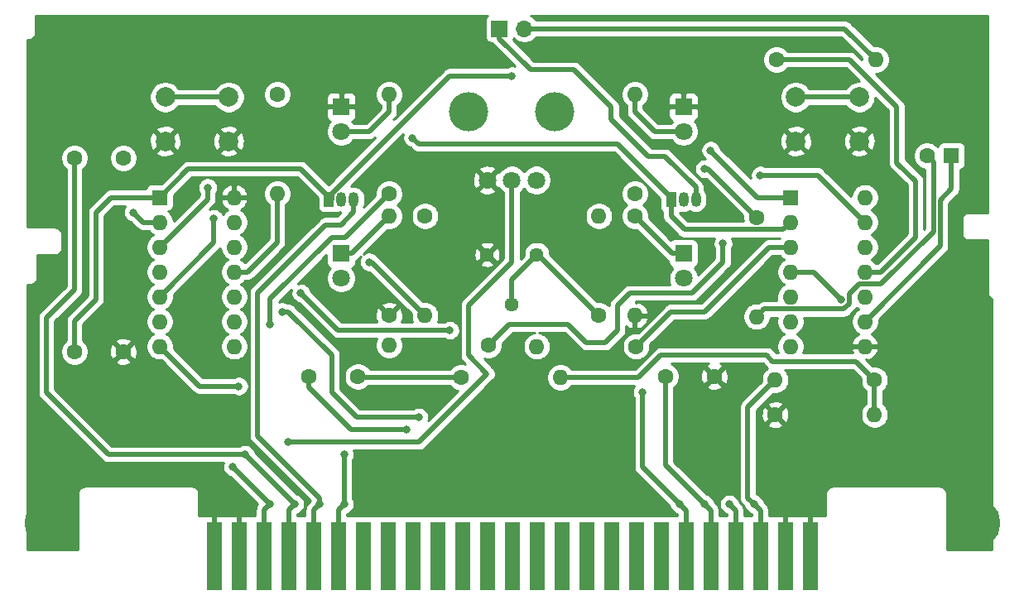
<source format=gbr>
G04 #@! TF.GenerationSoftware,KiCad,Pcbnew,(5.1.7)-1*
G04 #@! TF.CreationDate,2022-02-28T18:55:12-06:00*
G04 #@! TF.ProjectId,ChipLoop,43686970-4c6f-46f7-902e-6b696361645f,rev?*
G04 #@! TF.SameCoordinates,Original*
G04 #@! TF.FileFunction,Copper,L1,Top*
G04 #@! TF.FilePolarity,Positive*
%FSLAX46Y46*%
G04 Gerber Fmt 4.6, Leading zero omitted, Abs format (unit mm)*
G04 Created by KiCad (PCBNEW (5.1.7)-1) date 2022-02-28 18:55:12*
%MOMM*%
%LPD*%
G01*
G04 APERTURE LIST*
G04 #@! TA.AperFunction,ComponentPad*
%ADD10C,1.600000*%
G04 #@! TD*
G04 #@! TA.AperFunction,ComponentPad*
%ADD11O,1.600000X1.600000*%
G04 #@! TD*
G04 #@! TA.AperFunction,ComponentPad*
%ADD12R,1.800000X1.800000*%
G04 #@! TD*
G04 #@! TA.AperFunction,ComponentPad*
%ADD13C,1.800000*%
G04 #@! TD*
G04 #@! TA.AperFunction,ComponentPad*
%ADD14C,5.000000*%
G04 #@! TD*
G04 #@! TA.AperFunction,ConnectorPad*
%ADD15R,1.500000X7.000000*%
G04 #@! TD*
G04 #@! TA.AperFunction,ComponentPad*
%ADD16O,1.050000X1.500000*%
G04 #@! TD*
G04 #@! TA.AperFunction,ComponentPad*
%ADD17R,1.050000X1.500000*%
G04 #@! TD*
G04 #@! TA.AperFunction,WasherPad*
%ADD18C,4.000000*%
G04 #@! TD*
G04 #@! TA.AperFunction,ComponentPad*
%ADD19C,2.000000*%
G04 #@! TD*
G04 #@! TA.AperFunction,ComponentPad*
%ADD20R,1.600000X1.600000*%
G04 #@! TD*
G04 #@! TA.AperFunction,ComponentPad*
%ADD21R,1.700000X1.700000*%
G04 #@! TD*
G04 #@! TA.AperFunction,ComponentPad*
%ADD22O,1.700000X1.700000*%
G04 #@! TD*
G04 #@! TA.AperFunction,ComponentPad*
%ADD23C,1.440000*%
G04 #@! TD*
G04 #@! TA.AperFunction,ViaPad*
%ADD24C,0.800000*%
G04 #@! TD*
G04 #@! TA.AperFunction,Conductor*
%ADD25C,0.500000*%
G04 #@! TD*
G04 #@! TA.AperFunction,Conductor*
%ADD26C,0.254000*%
G04 #@! TD*
G04 #@! TA.AperFunction,Conductor*
%ADD27C,0.100000*%
G04 #@! TD*
G04 APERTURE END LIST*
D10*
G04 #@! TO.P,R11,1*
G04 #@! TO.N,GND*
X120142000Y-101346000D03*
D11*
G04 #@! TO.P,R11,2*
G04 #@! TO.N,Net-(D4-Pad1)*
X120142000Y-91186000D03*
G04 #@! TD*
D12*
G04 #@! TO.P,D4,1*
G04 #@! TO.N,Net-(D4-Pad1)*
X115250000Y-95000000D03*
D13*
G04 #@! TO.P,D4,2*
G04 #@! TO.N,/LEDPower*
X115250000Y-97540000D03*
G04 #@! TD*
G04 #@! TO.P,D5,2*
G04 #@! TO.N,/LEDPower*
X150250000Y-97540000D03*
D12*
G04 #@! TO.P,D5,1*
G04 #@! TO.N,Net-(D5-Pad1)*
X150250000Y-95000000D03*
G04 #@! TD*
D14*
G04 #@! TO.P,H1,1*
G04 #@! TO.N,GND*
X85350000Y-122600000D03*
G04 #@! TD*
G04 #@! TO.P,H2,1*
G04 #@! TO.N,GND*
X180150000Y-122600000D03*
G04 #@! TD*
D15*
G04 #@! TO.P,J2,25*
G04 #@! TO.N,GND*
X163230000Y-126000000D03*
G04 #@! TO.P,J2,24*
X160690000Y-126000000D03*
G04 #@! TO.P,J2,23*
G04 #@! TO.N,/Input*
X158150000Y-126000000D03*
G04 #@! TO.P,J2,22*
G04 #@! TO.N,/Output*
X155610000Y-126000000D03*
G04 #@! TO.P,J2,21*
G04 #@! TO.N,+9V*
X153070000Y-126000000D03*
G04 #@! TO.P,J2,20*
G04 #@! TO.N,/LEDPower*
X150530000Y-126000000D03*
G04 #@! TO.P,J2,19*
G04 #@! TO.N,N/C*
X147990000Y-126000000D03*
G04 #@! TO.P,J2,18*
X145450000Y-126000000D03*
G04 #@! TO.P,J2,17*
X142910000Y-126000000D03*
G04 #@! TO.P,J2,16*
X140370000Y-126000000D03*
G04 #@! TO.P,J2,15*
X137830000Y-126000000D03*
G04 #@! TO.P,J2,14*
X135290000Y-126000000D03*
G04 #@! TO.P,J2,13*
X132750000Y-126000000D03*
G04 #@! TO.P,J2,12*
X130210000Y-126000000D03*
G04 #@! TO.P,J2,11*
X127670000Y-126000000D03*
G04 #@! TO.P,J2,10*
X125130000Y-126000000D03*
G04 #@! TO.P,J2,9*
X122590000Y-126000000D03*
G04 #@! TO.P,J2,8*
X120050000Y-126000000D03*
G04 #@! TO.P,J2,7*
X117510000Y-126000000D03*
G04 #@! TO.P,J2,6*
G04 #@! TO.N,/LEDPower*
X114970000Y-126000000D03*
G04 #@! TO.P,J2,5*
G04 #@! TO.N,+9V*
X112430000Y-126000000D03*
G04 #@! TO.P,J2,4*
G04 #@! TO.N,/Output*
X109890000Y-126000000D03*
G04 #@! TO.P,J2,3*
G04 #@! TO.N,/Input*
X107350000Y-126000000D03*
G04 #@! TO.P,J2,2*
G04 #@! TO.N,GND*
X104810000Y-126000000D03*
G04 #@! TO.P,J2,1*
X102270000Y-126000000D03*
G04 #@! TD*
D10*
G04 #@! TO.P,C4,1*
G04 #@! TO.N,GND*
X153416000Y-107588000D03*
G04 #@! TO.P,C4,2*
G04 #@! TO.N,+9V*
X148416000Y-107588000D03*
G04 #@! TD*
G04 #@! TO.P,C5,2*
G04 #@! TO.N,+5V*
X87964000Y-105048000D03*
G04 #@! TO.P,C5,1*
G04 #@! TO.N,GND*
X92964000Y-105048000D03*
G04 #@! TD*
D13*
G04 #@! TO.P,D1,2*
G04 #@! TO.N,Net-(D1-Pad2)*
X115250000Y-82540000D03*
D12*
G04 #@! TO.P,D1,1*
G04 #@! TO.N,GND*
X115250000Y-80000000D03*
G04 #@! TD*
G04 #@! TO.P,D2,1*
G04 #@! TO.N,GND*
X150250000Y-80000000D03*
D13*
G04 #@! TO.P,D2,2*
G04 #@! TO.N,Net-(D2-Pad2)*
X150250000Y-82540000D03*
G04 #@! TD*
D16*
G04 #@! TO.P,Q1,2*
G04 #@! TO.N,Net-(Q1-Pad2)*
X150250000Y-89500000D03*
G04 #@! TO.P,Q1,3*
G04 #@! TO.N,Net-(D3-Pad1)*
X151520000Y-89500000D03*
D17*
G04 #@! TO.P,Q1,1*
G04 #@! TO.N,Net-(Q1-Pad1)*
X148980000Y-89500000D03*
G04 #@! TD*
D11*
G04 #@! TO.P,R9,2*
G04 #@! TO.N,Net-(D3-Pad2)*
X169926000Y-75184000D03*
D10*
G04 #@! TO.P,R9,1*
G04 #@! TO.N,+5V*
X159766000Y-75184000D03*
G04 #@! TD*
D11*
G04 #@! TO.P,R4,2*
G04 #@! TO.N,Net-(D1-Pad2)*
X120142000Y-78740000D03*
D10*
G04 #@! TO.P,R4,1*
G04 #@! TO.N,/LED_A*
X120142000Y-88900000D03*
G04 #@! TD*
G04 #@! TO.P,R5,1*
G04 #@! TO.N,/LED_B*
X145288000Y-88900000D03*
D11*
G04 #@! TO.P,R5,2*
G04 #@! TO.N,Net-(D2-Pad2)*
X145288000Y-78740000D03*
G04 #@! TD*
G04 #@! TO.P,R6,2*
G04 #@! TO.N,/Loop*
X120142000Y-104394000D03*
D10*
G04 #@! TO.P,R6,1*
G04 #@! TO.N,Net-(Q1-Pad2)*
X130302000Y-104394000D03*
G04 #@! TD*
G04 #@! TO.P,R12,1*
G04 #@! TO.N,Net-(D5-Pad1)*
X145288000Y-91186000D03*
D11*
G04 #@! TO.P,R12,2*
G04 #@! TO.N,GND*
X145288000Y-101346000D03*
G04 #@! TD*
D13*
G04 #@! TO.P,RV1,3*
G04 #@! TO.N,GND*
X130215000Y-87500000D03*
G04 #@! TO.P,RV1,2*
G04 #@! TO.N,/Output*
X132715000Y-87500000D03*
G04 #@! TO.P,RV1,1*
G04 #@! TO.N,Net-(R7-Pad1)*
X135215000Y-87500000D03*
D18*
G04 #@! TO.P,RV1,*
G04 #@! TO.N,*
X128315000Y-80500000D03*
X137115000Y-80500000D03*
G04 #@! TD*
D19*
G04 #@! TO.P,SW1,2*
G04 #@! TO.N,GND*
X97250000Y-83520000D03*
G04 #@! TO.P,SW1,1*
G04 #@! TO.N,/SW_A*
X97250000Y-79020000D03*
G04 #@! TO.P,SW1,2*
G04 #@! TO.N,GND*
X103750000Y-83520000D03*
G04 #@! TO.P,SW1,1*
G04 #@! TO.N,/SW_A*
X103750000Y-79020000D03*
G04 #@! TD*
G04 #@! TO.P,SW2,1*
G04 #@! TO.N,/SW_B*
X168250000Y-79020000D03*
G04 #@! TO.P,SW2,2*
G04 #@! TO.N,GND*
X168250000Y-83520000D03*
G04 #@! TO.P,SW2,1*
G04 #@! TO.N,/SW_B*
X161750000Y-79020000D03*
G04 #@! TO.P,SW2,2*
G04 #@! TO.N,GND*
X161750000Y-83520000D03*
G04 #@! TD*
D20*
G04 #@! TO.P,U1,1*
G04 #@! TO.N,+5V*
X96690000Y-89281000D03*
D11*
G04 #@! TO.P,U1,8*
G04 #@! TO.N,/LED_A*
X104310000Y-104521000D03*
G04 #@! TO.P,U1,2*
G04 #@! TO.N,/SW_A*
X96690000Y-91821000D03*
G04 #@! TO.P,U1,9*
G04 #@! TO.N,/FT*
X104310000Y-101981000D03*
G04 #@! TO.P,U1,3*
G04 #@! TO.N,/SW_B*
X96690000Y-94361000D03*
G04 #@! TO.P,U1,10*
G04 #@! TO.N,/PLAYL*
X104310000Y-99441000D03*
G04 #@! TO.P,U1,4*
G04 #@! TO.N,N/C*
X96690000Y-96901000D03*
G04 #@! TO.P,U1,11*
G04 #@! TO.N,/PLAYE*
X104310000Y-96901000D03*
G04 #@! TO.P,U1,5*
G04 #@! TO.N,/LED_B*
X96690000Y-99441000D03*
G04 #@! TO.P,U1,12*
G04 #@! TO.N,/REC*
X104310000Y-94361000D03*
G04 #@! TO.P,U1,6*
G04 #@! TO.N,N/C*
X96690000Y-101981000D03*
G04 #@! TO.P,U1,13*
X104310000Y-91821000D03*
G04 #@! TO.P,U1,7*
G04 #@! TO.N,/Loop*
X96690000Y-104521000D03*
G04 #@! TO.P,U1,14*
G04 #@! TO.N,GND*
X104310000Y-89281000D03*
G04 #@! TD*
G04 #@! TO.P,U2,14*
G04 #@! TO.N,N/C*
X168810000Y-89281000D03*
G04 #@! TO.P,U2,7*
X161190000Y-104521000D03*
G04 #@! TO.P,U2,13*
G04 #@! TO.N,Net-(D3-Pad1)*
X168810000Y-91821000D03*
G04 #@! TO.P,U2,6*
G04 #@! TO.N,N/C*
X161190000Y-101981000D03*
G04 #@! TO.P,U2,12*
G04 #@! TO.N,/FT*
X168810000Y-94361000D03*
G04 #@! TO.P,U2,5*
G04 #@! TO.N,N/C*
X161190000Y-99441000D03*
G04 #@! TO.P,U2,11*
G04 #@! TO.N,+5V*
X168810000Y-96901000D03*
G04 #@! TO.P,U2,4*
G04 #@! TO.N,Net-(C1-Pad2)*
X161190000Y-96901000D03*
G04 #@! TO.P,U2,10*
G04 #@! TO.N,Net-(R14-Pad2)*
X168810000Y-99441000D03*
G04 #@! TO.P,U2,3*
G04 #@! TO.N,Net-(R13-Pad1)*
X161190000Y-94361000D03*
G04 #@! TO.P,U2,9*
G04 #@! TO.N,Net-(C2-Pad1)*
X168810000Y-101981000D03*
G04 #@! TO.P,U2,2*
G04 #@! TO.N,Net-(Q1-Pad1)*
X161190000Y-91821000D03*
G04 #@! TO.P,U2,8*
G04 #@! TO.N,GND*
X168810000Y-104521000D03*
D20*
G04 #@! TO.P,U2,1*
G04 #@! TO.N,Net-(R8-Pad1)*
X161190000Y-89281000D03*
G04 #@! TD*
D21*
G04 #@! TO.P,D3,1*
G04 #@! TO.N,Net-(D3-Pad1)*
X131445000Y-72009000D03*
D22*
G04 #@! TO.P,D3,2*
G04 #@! TO.N,Net-(D3-Pad2)*
X133985000Y-72009000D03*
G04 #@! TD*
D16*
G04 #@! TO.P,U3,2*
G04 #@! TO.N,GND*
X115250000Y-89500000D03*
G04 #@! TO.P,U3,3*
G04 #@! TO.N,+9V*
X116520000Y-89500000D03*
D17*
G04 #@! TO.P,U3,1*
G04 #@! TO.N,+5V*
X113980000Y-89500000D03*
G04 #@! TD*
D10*
G04 #@! TO.P,C1,1*
G04 #@! TO.N,Net-(C1-Pad1)*
X116967000Y-107588000D03*
G04 #@! TO.P,C1,2*
G04 #@! TO.N,Net-(C1-Pad2)*
X111967000Y-107588000D03*
G04 #@! TD*
D20*
G04 #@! TO.P,C2,1*
G04 #@! TO.N,Net-(C2-Pad1)*
X177660000Y-85000000D03*
D10*
G04 #@! TO.P,C2,2*
G04 #@! TO.N,Net-(C2-Pad2)*
X175160000Y-85000000D03*
G04 #@! TD*
D11*
G04 #@! TO.P,R1,2*
G04 #@! TO.N,/Input*
X159639000Y-107950000D03*
D10*
G04 #@! TO.P,R1,1*
G04 #@! TO.N,Net-(R1-Pad1)*
X169799000Y-107950000D03*
G04 #@! TD*
G04 #@! TO.P,R2,1*
G04 #@! TO.N,GND*
X159639000Y-111506000D03*
D11*
G04 #@! TO.P,R2,2*
G04 #@! TO.N,Net-(R1-Pad1)*
X169799000Y-111506000D03*
G04 #@! TD*
G04 #@! TO.P,R3,2*
G04 #@! TO.N,Net-(R1-Pad1)*
X137668000Y-107696000D03*
D10*
G04 #@! TO.P,R3,1*
G04 #@! TO.N,Net-(C1-Pad1)*
X127508000Y-107696000D03*
G04 #@! TD*
G04 #@! TO.P,R7,1*
G04 #@! TO.N,Net-(R7-Pad1)*
X157734000Y-91313000D03*
D11*
G04 #@! TO.P,R7,2*
G04 #@! TO.N,Net-(C2-Pad2)*
X157734000Y-101473000D03*
G04 #@! TD*
D10*
G04 #@! TO.P,C3,1*
G04 #@! TO.N,/Input*
X92964000Y-85236000D03*
G04 #@! TO.P,C3,2*
G04 #@! TO.N,/Output*
X87964000Y-85236000D03*
G04 #@! TD*
G04 #@! TO.P,R8,1*
G04 #@! TO.N,Net-(R8-Pad1)*
X123825000Y-91186000D03*
D11*
G04 #@! TO.P,R8,2*
G04 #@! TO.N,/REC*
X123825000Y-101346000D03*
G04 #@! TD*
G04 #@! TO.P,R10,2*
G04 #@! TO.N,/PLAYE*
X108712000Y-88900000D03*
D10*
G04 #@! TO.P,R10,1*
G04 #@! TO.N,Net-(Q1-Pad1)*
X108712000Y-78740000D03*
G04 #@! TD*
G04 #@! TO.P,R13,1*
G04 #@! TO.N,Net-(R13-Pad1)*
X145415000Y-104521000D03*
D11*
G04 #@! TO.P,R13,2*
G04 #@! TO.N,/PLAYL*
X135255000Y-104521000D03*
G04 #@! TD*
G04 #@! TO.P,R14,2*
G04 #@! TO.N,Net-(R14-Pad2)*
X141605000Y-91186000D03*
D10*
G04 #@! TO.P,R14,1*
G04 #@! TO.N,Net-(R14-Pad1)*
X141605000Y-101346000D03*
G04 #@! TD*
D23*
G04 #@! TO.P,RV2,3*
G04 #@! TO.N,Net-(R14-Pad1)*
X135255000Y-95123000D03*
G04 #@! TO.P,RV2,2*
X132715000Y-100203000D03*
G04 #@! TO.P,RV2,1*
G04 #@! TO.N,GND*
X130175000Y-95123000D03*
G04 #@! TD*
D24*
G04 #@! TO.N,GND*
X160020000Y-120650000D03*
X162560000Y-120650000D03*
X105410000Y-120650000D03*
X102870000Y-120650000D03*
G04 #@! TO.N,/LEDPower*
X115570000Y-120650000D03*
X149860000Y-120650000D03*
X146050000Y-109220000D03*
X115570000Y-115570000D03*
G04 #@! TO.N,/Input*
X107950000Y-120650000D03*
X157480000Y-120650000D03*
X104140000Y-116840000D03*
G04 #@! TO.N,+9V*
X113030000Y-120650000D03*
X152400000Y-120650000D03*
G04 #@! TO.N,+5V*
X132715000Y-76835000D03*
G04 #@! TO.N,/REC*
X118110000Y-95885000D03*
G04 #@! TO.N,Net-(Q1-Pad2)*
X154305000Y-93980000D03*
G04 #@! TO.N,/LED_A*
X107950000Y-102235000D03*
G04 #@! TO.N,/LED_B*
X102235000Y-91440000D03*
G04 #@! TO.N,/Loop*
X104775000Y-108585000D03*
G04 #@! TO.N,/SW_A*
X93980000Y-90805000D03*
G04 #@! TO.N,/SW_B*
X101600000Y-88265000D03*
G04 #@! TO.N,/FT*
X109220000Y-100965000D03*
X123190000Y-111760000D03*
G04 #@! TO.N,/PLAYL*
X111125000Y-99060000D03*
X126365000Y-102870000D03*
G04 #@! TO.N,Net-(C1-Pad2)*
X121920000Y-113030000D03*
X166370000Y-99695000D03*
G04 #@! TO.N,Net-(D3-Pad1)*
X158115000Y-86995000D03*
G04 #@! TO.N,Net-(R7-Pad1)*
X152400000Y-86360000D03*
G04 #@! TO.N,/Output*
X110490000Y-120650000D03*
X154940000Y-120650000D03*
X109855000Y-114300000D03*
X105410000Y-115570000D03*
G04 #@! TO.N,Net-(Q1-Pad1)*
X122555000Y-83185000D03*
G04 #@! TO.N,Net-(R8-Pad1)*
X153035000Y-84455000D03*
G04 #@! TD*
D25*
G04 #@! TO.N,GND*
X160690000Y-121320000D02*
X160020000Y-120650000D01*
X160690000Y-126000000D02*
X160690000Y-121320000D01*
X163230000Y-121320000D02*
X163230000Y-126000000D01*
X162560000Y-120650000D02*
X163230000Y-121320000D01*
X104810000Y-121250000D02*
X105410000Y-120650000D01*
X104810000Y-126000000D02*
X104810000Y-121250000D01*
X102270000Y-121250000D02*
X102270000Y-126000000D01*
X102870000Y-120650000D02*
X102270000Y-121250000D01*
G04 #@! TO.N,Net-(C2-Pad1)*
X168810000Y-101981000D02*
X176530000Y-94261000D01*
X176530000Y-94261000D02*
X176530000Y-89535000D01*
X177660000Y-88405000D02*
X177660000Y-85000000D01*
X176530000Y-89535000D02*
X177660000Y-88405000D01*
G04 #@! TO.N,/LEDPower*
X114970000Y-121250000D02*
X114970000Y-126000000D01*
X115570000Y-120650000D02*
X114970000Y-121250000D01*
X150530000Y-121320000D02*
X149860000Y-120650000D01*
X150530000Y-126000000D02*
X150530000Y-121320000D01*
X146050000Y-116840000D02*
X146050000Y-109220000D01*
X149860000Y-120650000D02*
X146050000Y-116840000D01*
X115570000Y-120650000D02*
X115570000Y-115570000D01*
G04 #@! TO.N,/Input*
X107350000Y-121250000D02*
X107950000Y-120650000D01*
X107350000Y-126000000D02*
X107350000Y-121250000D01*
X158150000Y-121320000D02*
X158150000Y-126000000D01*
X157480000Y-120650000D02*
X158150000Y-121320000D01*
X159639000Y-107950000D02*
X156845000Y-110744000D01*
X156845000Y-120015000D02*
X157480000Y-120650000D01*
X156845000Y-110744000D02*
X156845000Y-120015000D01*
X107950000Y-120650000D02*
X104140000Y-116840000D01*
G04 #@! TO.N,+9V*
X112430000Y-121250000D02*
X113030000Y-120650000D01*
X112430000Y-126000000D02*
X112430000Y-121250000D01*
X153070000Y-121320000D02*
X153070000Y-126000000D01*
X152400000Y-120650000D02*
X153070000Y-121320000D01*
X113030000Y-120650000D02*
X113030000Y-120015000D01*
X113030000Y-120015000D02*
X106680000Y-113665000D01*
X106680000Y-113665000D02*
X106680000Y-99060000D01*
X106680000Y-99060000D02*
X113665000Y-92075000D01*
X116520000Y-90750000D02*
X116520000Y-89500000D01*
X115195000Y-92075000D02*
X116520000Y-90750000D01*
X113665000Y-92075000D02*
X115195000Y-92075000D01*
X148416000Y-116666000D02*
X152400000Y-120650000D01*
X148416000Y-107588000D02*
X148416000Y-116666000D01*
G04 #@! TO.N,+5V*
X87964000Y-105048000D02*
X87964000Y-101901000D01*
X87964000Y-101901000D02*
X90170000Y-99695000D01*
X90170000Y-99695000D02*
X90170000Y-90805000D01*
X91694000Y-89281000D02*
X96690000Y-89281000D01*
X90170000Y-90805000D02*
X91694000Y-89281000D01*
X113980000Y-89500000D02*
X113980000Y-89215000D01*
X113980000Y-89215000D02*
X111125000Y-86360000D01*
X99611000Y-86360000D02*
X96690000Y-89281000D01*
X111125000Y-86360000D02*
X99611000Y-86360000D01*
X114274990Y-88871138D02*
X121231128Y-81915000D01*
X114274990Y-89490010D02*
X114274990Y-88871138D01*
X114265000Y-89500000D02*
X114274990Y-89490010D01*
X113980000Y-89500000D02*
X114265000Y-89500000D01*
X121231128Y-81915000D02*
X121285000Y-81915000D01*
X126365000Y-76835000D02*
X132715000Y-76835000D01*
X121285000Y-81915000D02*
X126365000Y-76835000D01*
X168810000Y-96901000D02*
X170434000Y-96901000D01*
X170434000Y-96901000D02*
X173990000Y-93345000D01*
X173990000Y-93345000D02*
X173990000Y-87630000D01*
X173990000Y-87630000D02*
X172085000Y-85725000D01*
X172085000Y-85725000D02*
X172085000Y-80010000D01*
X167259000Y-75184000D02*
X159766000Y-75184000D01*
X172085000Y-80010000D02*
X167259000Y-75184000D01*
G04 #@! TO.N,/REC*
X118364000Y-95885000D02*
X118110000Y-95885000D01*
X123825000Y-101346000D02*
X118364000Y-95885000D01*
G04 #@! TO.N,Net-(D1-Pad2)*
X115250000Y-82540000D02*
X118120000Y-82540000D01*
X120142000Y-80518000D02*
X120142000Y-78740000D01*
X118120000Y-82540000D02*
X120142000Y-80518000D01*
G04 #@! TO.N,Net-(D2-Pad2)*
X150250000Y-82540000D02*
X147310000Y-82540000D01*
X145288000Y-80518000D02*
X145288000Y-78740000D01*
X147310000Y-82540000D02*
X145288000Y-80518000D01*
G04 #@! TO.N,Net-(D3-Pad2)*
X166751000Y-72009000D02*
X169926000Y-75184000D01*
X133985000Y-72009000D02*
X166751000Y-72009000D01*
G04 #@! TO.N,Net-(D4-Pad1)*
X116328000Y-95000000D02*
X120142000Y-91186000D01*
X115250000Y-95000000D02*
X116328000Y-95000000D01*
G04 #@! TO.N,Net-(D5-Pad1)*
X149102000Y-95000000D02*
X145288000Y-91186000D01*
X150250000Y-95000000D02*
X149102000Y-95000000D01*
G04 #@! TO.N,Net-(Q1-Pad2)*
X130302000Y-104394000D02*
X132461000Y-102235000D01*
X132461000Y-102235000D02*
X138430000Y-102235000D01*
X138430000Y-102235000D02*
X140335000Y-104140000D01*
X140335000Y-104140000D02*
X142240000Y-104140000D01*
X142240000Y-104140000D02*
X143510000Y-102870000D01*
X143510000Y-102870000D02*
X143510000Y-101273998D01*
X143510000Y-101273998D02*
X143510000Y-100330000D01*
X143510000Y-100330000D02*
X144780000Y-99060000D01*
X144780000Y-99060000D02*
X151130000Y-99060000D01*
X154305000Y-95885000D02*
X154305000Y-93980000D01*
X151130000Y-99060000D02*
X154305000Y-95885000D01*
G04 #@! TO.N,/PLAYE*
X104310000Y-96901000D02*
X105664000Y-96901000D01*
X108712000Y-93853000D02*
X108712000Y-88900000D01*
X105664000Y-96901000D02*
X108712000Y-93853000D01*
G04 #@! TO.N,/LED_A*
X120142000Y-88900000D02*
X115697000Y-93345000D01*
X107950000Y-99689998D02*
X107950000Y-102235000D01*
X114294998Y-93345000D02*
X107950000Y-99689998D01*
X115697000Y-93345000D02*
X114294998Y-93345000D01*
G04 #@! TO.N,/LED_B*
X102235000Y-93896000D02*
X102235000Y-91440000D01*
X96690000Y-99441000D02*
X102235000Y-93896000D01*
G04 #@! TO.N,/Loop*
X96690000Y-104521000D02*
X100754000Y-108585000D01*
X100754000Y-108585000D02*
X104775000Y-108585000D01*
G04 #@! TO.N,/SW_A*
X97250000Y-79020000D02*
X103750000Y-79020000D01*
X94996000Y-91821000D02*
X93980000Y-90805000D01*
X96690000Y-91821000D02*
X94996000Y-91821000D01*
G04 #@! TO.N,/SW_B*
X161750000Y-79020000D02*
X168250000Y-79020000D01*
X101600000Y-89451000D02*
X101600000Y-88265000D01*
X96690000Y-94361000D02*
X101600000Y-89451000D01*
G04 #@! TO.N,/FT*
X109220000Y-100965000D02*
X109855000Y-100965000D01*
X109855000Y-100965000D02*
X114300000Y-105410000D01*
X114300000Y-105410000D02*
X114300000Y-106771002D01*
X114300000Y-106771002D02*
X114300000Y-109220000D01*
X116840000Y-111760000D02*
X123190000Y-111760000D01*
X114300000Y-109220000D02*
X116840000Y-111760000D01*
G04 #@! TO.N,/PLAYL*
X114935000Y-102870000D02*
X126365000Y-102870000D01*
X111125000Y-99060000D02*
X114935000Y-102870000D01*
G04 #@! TO.N,Net-(C1-Pad1)*
X117075000Y-107696000D02*
X116967000Y-107588000D01*
X127508000Y-107696000D02*
X117075000Y-107696000D01*
G04 #@! TO.N,Net-(C1-Pad2)*
X116277630Y-113030000D02*
X121920000Y-113030000D01*
X111967000Y-108719370D02*
X116277630Y-113030000D01*
X111967000Y-107588000D02*
X111967000Y-108719370D01*
X163576000Y-96901000D02*
X161190000Y-96901000D01*
X166370000Y-99695000D02*
X163576000Y-96901000D01*
G04 #@! TO.N,Net-(C2-Pad2)*
X168249997Y-98151001D02*
X170453999Y-98151001D01*
X167220001Y-99180997D02*
X168249997Y-98151001D01*
X167220001Y-100114999D02*
X167220001Y-99180997D01*
X166643999Y-100691001D02*
X167220001Y-100114999D01*
X158515999Y-100691001D02*
X166643999Y-100691001D01*
X157734000Y-101473000D02*
X158515999Y-100691001D01*
X175829990Y-85669990D02*
X175160000Y-85000000D01*
X175829990Y-92775010D02*
X175829990Y-85669990D01*
X170453999Y-98151001D02*
X175829990Y-92775010D01*
G04 #@! TO.N,Net-(D3-Pad1)*
X131445000Y-72009000D02*
X131445000Y-73025000D01*
X131445000Y-73025000D02*
X134620000Y-76200000D01*
X134620000Y-76200000D02*
X139065000Y-76200000D01*
X139065000Y-76200000D02*
X142875000Y-80010000D01*
X142875000Y-80010000D02*
X142875000Y-81280000D01*
X142875000Y-81280000D02*
X146685000Y-85090000D01*
X151520000Y-88250000D02*
X151520000Y-89500000D01*
X148360000Y-85090000D02*
X151520000Y-88250000D01*
X146685000Y-85090000D02*
X148360000Y-85090000D01*
X168810000Y-91821000D02*
X163984000Y-86995000D01*
X163984000Y-86995000D02*
X158115000Y-86995000D01*
G04 #@! TO.N,Net-(R1-Pad1)*
X169799000Y-111506000D02*
X169799000Y-107950000D01*
X167894000Y-106045000D02*
X169799000Y-107950000D01*
X159385000Y-106045000D02*
X167894000Y-106045000D01*
X158750000Y-105410000D02*
X159385000Y-106045000D01*
X147955000Y-105410000D02*
X158750000Y-105410000D01*
X145669000Y-107696000D02*
X147955000Y-105410000D01*
X137668000Y-107696000D02*
X145669000Y-107696000D01*
G04 #@! TO.N,Net-(R7-Pad1)*
X152781000Y-86360000D02*
X152400000Y-86360000D01*
X157734000Y-91313000D02*
X152781000Y-86360000D01*
G04 #@! TO.N,/Output*
X109890000Y-121250000D02*
X109890000Y-126000000D01*
X110490000Y-120650000D02*
X109890000Y-121250000D01*
X155610000Y-121320000D02*
X154940000Y-120650000D01*
X155610000Y-126000000D02*
X155610000Y-121320000D01*
X87964000Y-85236000D02*
X87964000Y-98726000D01*
X87964000Y-98726000D02*
X85090000Y-101600000D01*
X85090000Y-101600000D02*
X85090000Y-109220000D01*
X85090000Y-109220000D02*
X91440000Y-115570000D01*
X105410000Y-115570000D02*
X91440000Y-115570000D01*
X110490000Y-120650000D02*
X105410000Y-115570000D01*
X132715000Y-87500000D02*
X132715000Y-95885000D01*
X132715000Y-95885000D02*
X128270000Y-100330000D01*
X128270000Y-100330000D02*
X128270000Y-105410000D01*
X128270000Y-105410000D02*
X130175000Y-107315000D01*
X123190000Y-114300000D02*
X109855000Y-114300000D01*
X130175000Y-107315000D02*
X123190000Y-114300000D01*
X105410000Y-115570000D02*
X105410000Y-115570000D01*
G04 #@! TO.N,Net-(Q1-Pad1)*
X148980000Y-89500000D02*
X148980000Y-91195000D01*
X160447999Y-92563001D02*
X161190000Y-91821000D01*
X150348001Y-92563001D02*
X160447999Y-92563001D01*
X148980000Y-91195000D02*
X150348001Y-92563001D01*
X148980000Y-89500000D02*
X148980000Y-89290000D01*
X148980000Y-89290000D02*
X143510000Y-83820000D01*
X123190000Y-83820000D02*
X122555000Y-83185000D01*
X143510000Y-83820000D02*
X123190000Y-83820000D01*
G04 #@! TO.N,Net-(R8-Pad1)*
X157861000Y-89281000D02*
X153035000Y-84455000D01*
X161190000Y-89281000D02*
X157861000Y-89281000D01*
G04 #@! TO.N,Net-(R13-Pad1)*
X145415000Y-104521000D02*
X148971000Y-100965000D01*
X148971000Y-100965000D02*
X152400000Y-100965000D01*
X159004000Y-94361000D02*
X161190000Y-94361000D01*
X152400000Y-100965000D02*
X159004000Y-94361000D01*
G04 #@! TO.N,Net-(R14-Pad1)*
X132715000Y-97663000D02*
X135255000Y-95123000D01*
X132715000Y-100203000D02*
X132715000Y-97663000D01*
X135382000Y-95123000D02*
X135255000Y-95123000D01*
X141605000Y-101346000D02*
X135382000Y-95123000D01*
G04 #@! TD*
D26*
G04 #@! TO.N,GND*
X130149499Y-70713499D02*
X130071147Y-70808972D01*
X130012925Y-70917897D01*
X129977073Y-71036087D01*
X129964967Y-71159000D01*
X129964967Y-72859000D01*
X129977073Y-72981913D01*
X130012925Y-73100103D01*
X130071147Y-73209028D01*
X130149499Y-73304501D01*
X130244972Y-73382853D01*
X130353897Y-73441075D01*
X130472087Y-73476927D01*
X130595000Y-73489033D01*
X130698612Y-73489033D01*
X130712274Y-73514592D01*
X130794406Y-73614671D01*
X130794409Y-73614674D01*
X130821868Y-73648133D01*
X130855327Y-73675592D01*
X133036137Y-75856402D01*
X133014565Y-75847467D01*
X132816151Y-75808000D01*
X132613849Y-75808000D01*
X132415435Y-75847467D01*
X132228533Y-75924885D01*
X132178973Y-75958000D01*
X126408079Y-75958000D01*
X126365000Y-75953757D01*
X126193077Y-75970690D01*
X126102515Y-75998162D01*
X126027763Y-76020838D01*
X125875408Y-76102273D01*
X125741867Y-76211867D01*
X125714408Y-76245326D01*
X120818715Y-81141020D01*
X120741536Y-81182273D01*
X120610247Y-81290018D01*
X120731675Y-81168591D01*
X120765133Y-81141133D01*
X120792595Y-81107671D01*
X120874726Y-81007593D01*
X120874728Y-81007591D01*
X120956162Y-80855237D01*
X121006310Y-80689922D01*
X121010538Y-80647000D01*
X121023243Y-80518000D01*
X121019000Y-80474921D01*
X121019000Y-79870247D01*
X121051660Y-79848424D01*
X121250424Y-79649660D01*
X121406591Y-79415938D01*
X121514162Y-79156241D01*
X121569000Y-78880547D01*
X121569000Y-78599453D01*
X121514162Y-78323759D01*
X121406591Y-78064062D01*
X121250424Y-77830340D01*
X121051660Y-77631576D01*
X120817938Y-77475409D01*
X120558241Y-77367838D01*
X120282547Y-77313000D01*
X120001453Y-77313000D01*
X119725759Y-77367838D01*
X119466062Y-77475409D01*
X119232340Y-77631576D01*
X119033576Y-77830340D01*
X118877409Y-78064062D01*
X118769838Y-78323759D01*
X118715000Y-78599453D01*
X118715000Y-78880547D01*
X118769838Y-79156241D01*
X118877409Y-79415938D01*
X119033576Y-79649660D01*
X119232340Y-79848424D01*
X119265000Y-79870247D01*
X119265000Y-80154734D01*
X117756735Y-81663000D01*
X116500515Y-81663000D01*
X116436099Y-81566594D01*
X116367193Y-81497688D01*
X116394180Y-81489502D01*
X116504494Y-81430537D01*
X116601185Y-81351185D01*
X116680537Y-81254494D01*
X116739502Y-81144180D01*
X116775812Y-81024482D01*
X116788072Y-80900000D01*
X116785000Y-80285750D01*
X116626250Y-80127000D01*
X115377000Y-80127000D01*
X115377000Y-80147000D01*
X115123000Y-80147000D01*
X115123000Y-80127000D01*
X113873750Y-80127000D01*
X113715000Y-80285750D01*
X113711928Y-80900000D01*
X113724188Y-81024482D01*
X113760498Y-81144180D01*
X113819463Y-81254494D01*
X113898815Y-81351185D01*
X113995506Y-81430537D01*
X114105820Y-81489502D01*
X114132807Y-81497688D01*
X114063901Y-81566594D01*
X113896790Y-81816694D01*
X113781681Y-82094590D01*
X113723000Y-82389604D01*
X113723000Y-82690396D01*
X113781681Y-82985410D01*
X113896790Y-83263306D01*
X114063901Y-83513406D01*
X114276594Y-83726099D01*
X114526694Y-83893210D01*
X114804590Y-84008319D01*
X115099604Y-84067000D01*
X115400396Y-84067000D01*
X115695410Y-84008319D01*
X115973306Y-83893210D01*
X116223406Y-83726099D01*
X116436099Y-83513406D01*
X116500515Y-83417000D01*
X118076921Y-83417000D01*
X118120000Y-83421243D01*
X118163079Y-83417000D01*
X118291922Y-83404310D01*
X118457237Y-83354162D01*
X118609592Y-83272727D01*
X118740886Y-83164977D01*
X113955564Y-87950299D01*
X111775597Y-85770332D01*
X111748133Y-85736867D01*
X111614592Y-85627273D01*
X111462237Y-85545838D01*
X111296922Y-85495690D01*
X111125000Y-85478757D01*
X111081921Y-85483000D01*
X99654079Y-85483000D01*
X99611000Y-85478757D01*
X99439077Y-85495690D01*
X99273763Y-85545838D01*
X99121408Y-85627273D01*
X98987867Y-85736867D01*
X98960408Y-85770326D01*
X96879768Y-87850967D01*
X95890000Y-87850967D01*
X95767087Y-87863073D01*
X95648897Y-87898925D01*
X95539972Y-87957147D01*
X95444499Y-88035499D01*
X95366147Y-88130972D01*
X95307925Y-88239897D01*
X95272073Y-88358087D01*
X95267551Y-88404000D01*
X91737069Y-88404000D01*
X91693999Y-88399758D01*
X91650930Y-88404000D01*
X91650921Y-88404000D01*
X91522078Y-88416690D01*
X91356763Y-88466838D01*
X91204408Y-88548273D01*
X91070867Y-88657867D01*
X91043406Y-88691329D01*
X89580329Y-90154406D01*
X89546868Y-90181867D01*
X89519409Y-90215326D01*
X89519406Y-90215329D01*
X89437274Y-90315408D01*
X89355838Y-90467764D01*
X89305690Y-90633078D01*
X89288757Y-90805000D01*
X89293001Y-90848090D01*
X89293000Y-99331734D01*
X87374327Y-101250408D01*
X87340868Y-101277867D01*
X87313409Y-101311326D01*
X87313406Y-101311329D01*
X87231274Y-101411408D01*
X87149838Y-101563764D01*
X87099690Y-101729078D01*
X87082757Y-101901000D01*
X87087001Y-101944089D01*
X87087000Y-103917753D01*
X87054340Y-103939576D01*
X86855576Y-104138340D01*
X86699409Y-104372062D01*
X86591838Y-104631759D01*
X86537000Y-104907453D01*
X86537000Y-105188547D01*
X86591838Y-105464241D01*
X86699409Y-105723938D01*
X86855576Y-105957660D01*
X87054340Y-106156424D01*
X87288062Y-106312591D01*
X87547759Y-106420162D01*
X87823453Y-106475000D01*
X88104547Y-106475000D01*
X88380241Y-106420162D01*
X88639938Y-106312591D01*
X88873660Y-106156424D01*
X88989382Y-106040702D01*
X92150903Y-106040702D01*
X92222486Y-106284671D01*
X92477996Y-106405571D01*
X92752184Y-106474300D01*
X93034512Y-106488217D01*
X93314130Y-106446787D01*
X93580292Y-106351603D01*
X93705514Y-106284671D01*
X93777097Y-106040702D01*
X92964000Y-105227605D01*
X92150903Y-106040702D01*
X88989382Y-106040702D01*
X89072424Y-105957660D01*
X89228591Y-105723938D01*
X89336162Y-105464241D01*
X89391000Y-105188547D01*
X89391000Y-105118512D01*
X91523783Y-105118512D01*
X91565213Y-105398130D01*
X91660397Y-105664292D01*
X91727329Y-105789514D01*
X91971298Y-105861097D01*
X92784395Y-105048000D01*
X93143605Y-105048000D01*
X93956702Y-105861097D01*
X94200671Y-105789514D01*
X94321571Y-105534004D01*
X94390300Y-105259816D01*
X94404217Y-104977488D01*
X94362787Y-104697870D01*
X94267603Y-104431708D01*
X94200671Y-104306486D01*
X93956702Y-104234903D01*
X93143605Y-105048000D01*
X92784395Y-105048000D01*
X91971298Y-104234903D01*
X91727329Y-104306486D01*
X91606429Y-104561996D01*
X91537700Y-104836184D01*
X91523783Y-105118512D01*
X89391000Y-105118512D01*
X89391000Y-104907453D01*
X89336162Y-104631759D01*
X89228591Y-104372062D01*
X89072424Y-104138340D01*
X88989382Y-104055298D01*
X92150903Y-104055298D01*
X92964000Y-104868395D01*
X93777097Y-104055298D01*
X93705514Y-103811329D01*
X93450004Y-103690429D01*
X93175816Y-103621700D01*
X92893488Y-103607783D01*
X92613870Y-103649213D01*
X92347708Y-103744397D01*
X92222486Y-103811329D01*
X92150903Y-104055298D01*
X88989382Y-104055298D01*
X88873660Y-103939576D01*
X88841000Y-103917753D01*
X88841000Y-102264265D01*
X90759675Y-100345591D01*
X90793133Y-100318133D01*
X90863596Y-100232274D01*
X90902726Y-100184593D01*
X90902727Y-100184592D01*
X90984162Y-100032237D01*
X91034310Y-99866922D01*
X91047000Y-99738079D01*
X91047000Y-99738078D01*
X91051243Y-99695001D01*
X91047000Y-99651924D01*
X91047000Y-91168265D01*
X92057265Y-90158000D01*
X93177149Y-90158000D01*
X93069885Y-90318533D01*
X92992467Y-90505435D01*
X92953000Y-90703849D01*
X92953000Y-90906151D01*
X92992467Y-91104565D01*
X93069885Y-91291467D01*
X93182277Y-91459674D01*
X93325326Y-91602723D01*
X93493533Y-91715115D01*
X93680435Y-91792533D01*
X93738896Y-91804162D01*
X94345406Y-92410672D01*
X94372867Y-92444133D01*
X94506408Y-92553727D01*
X94617301Y-92613000D01*
X94658763Y-92635162D01*
X94824077Y-92685310D01*
X94996000Y-92702243D01*
X95039079Y-92698000D01*
X95559753Y-92698000D01*
X95581576Y-92730660D01*
X95780340Y-92929424D01*
X96014062Y-93085591D01*
X96027120Y-93091000D01*
X96014062Y-93096409D01*
X95780340Y-93252576D01*
X95581576Y-93451340D01*
X95425409Y-93685062D01*
X95317838Y-93944759D01*
X95263000Y-94220453D01*
X95263000Y-94501547D01*
X95317838Y-94777241D01*
X95425409Y-95036938D01*
X95581576Y-95270660D01*
X95780340Y-95469424D01*
X96014062Y-95625591D01*
X96027120Y-95631000D01*
X96014062Y-95636409D01*
X95780340Y-95792576D01*
X95581576Y-95991340D01*
X95425409Y-96225062D01*
X95317838Y-96484759D01*
X95263000Y-96760453D01*
X95263000Y-97041547D01*
X95317838Y-97317241D01*
X95425409Y-97576938D01*
X95581576Y-97810660D01*
X95780340Y-98009424D01*
X96014062Y-98165591D01*
X96027120Y-98171000D01*
X96014062Y-98176409D01*
X95780340Y-98332576D01*
X95581576Y-98531340D01*
X95425409Y-98765062D01*
X95317838Y-99024759D01*
X95263000Y-99300453D01*
X95263000Y-99581547D01*
X95317838Y-99857241D01*
X95425409Y-100116938D01*
X95581576Y-100350660D01*
X95780340Y-100549424D01*
X96014062Y-100705591D01*
X96027120Y-100711000D01*
X96014062Y-100716409D01*
X95780340Y-100872576D01*
X95581576Y-101071340D01*
X95425409Y-101305062D01*
X95317838Y-101564759D01*
X95263000Y-101840453D01*
X95263000Y-102121547D01*
X95317838Y-102397241D01*
X95425409Y-102656938D01*
X95581576Y-102890660D01*
X95780340Y-103089424D01*
X96014062Y-103245591D01*
X96027120Y-103251000D01*
X96014062Y-103256409D01*
X95780340Y-103412576D01*
X95581576Y-103611340D01*
X95425409Y-103845062D01*
X95317838Y-104104759D01*
X95263000Y-104380453D01*
X95263000Y-104661547D01*
X95317838Y-104937241D01*
X95425409Y-105196938D01*
X95581576Y-105430660D01*
X95780340Y-105629424D01*
X96014062Y-105785591D01*
X96273759Y-105893162D01*
X96549453Y-105948000D01*
X96830547Y-105948000D01*
X96869072Y-105940337D01*
X100103408Y-109174674D01*
X100130867Y-109208133D01*
X100264408Y-109317727D01*
X100310761Y-109342503D01*
X100416763Y-109399162D01*
X100582077Y-109449310D01*
X100754000Y-109466243D01*
X100797079Y-109462000D01*
X104238973Y-109462000D01*
X104288533Y-109495115D01*
X104475435Y-109572533D01*
X104673849Y-109612000D01*
X104876151Y-109612000D01*
X105074565Y-109572533D01*
X105261467Y-109495115D01*
X105429674Y-109382723D01*
X105572723Y-109239674D01*
X105685115Y-109071467D01*
X105762533Y-108884565D01*
X105802000Y-108686151D01*
X105802000Y-108483849D01*
X105762533Y-108285435D01*
X105685115Y-108098533D01*
X105572723Y-107930326D01*
X105429674Y-107787277D01*
X105261467Y-107674885D01*
X105074565Y-107597467D01*
X104876151Y-107558000D01*
X104673849Y-107558000D01*
X104475435Y-107597467D01*
X104288533Y-107674885D01*
X104238973Y-107708000D01*
X101117266Y-107708000D01*
X98109337Y-104700072D01*
X98117000Y-104661547D01*
X98117000Y-104380453D01*
X98062162Y-104104759D01*
X97954591Y-103845062D01*
X97798424Y-103611340D01*
X97599660Y-103412576D01*
X97365938Y-103256409D01*
X97352880Y-103251000D01*
X97365938Y-103245591D01*
X97599660Y-103089424D01*
X97798424Y-102890660D01*
X97954591Y-102656938D01*
X98062162Y-102397241D01*
X98117000Y-102121547D01*
X98117000Y-101840453D01*
X98062162Y-101564759D01*
X97954591Y-101305062D01*
X97798424Y-101071340D01*
X97599660Y-100872576D01*
X97365938Y-100716409D01*
X97352880Y-100711000D01*
X97365938Y-100705591D01*
X97599660Y-100549424D01*
X97798424Y-100350660D01*
X97954591Y-100116938D01*
X98062162Y-99857241D01*
X98117000Y-99581547D01*
X98117000Y-99300453D01*
X98109337Y-99261928D01*
X102824669Y-94546596D01*
X102858133Y-94519133D01*
X102883000Y-94488832D01*
X102883000Y-94501547D01*
X102937838Y-94777241D01*
X103045409Y-95036938D01*
X103201576Y-95270660D01*
X103400340Y-95469424D01*
X103634062Y-95625591D01*
X103647120Y-95631000D01*
X103634062Y-95636409D01*
X103400340Y-95792576D01*
X103201576Y-95991340D01*
X103045409Y-96225062D01*
X102937838Y-96484759D01*
X102883000Y-96760453D01*
X102883000Y-97041547D01*
X102937838Y-97317241D01*
X103045409Y-97576938D01*
X103201576Y-97810660D01*
X103400340Y-98009424D01*
X103634062Y-98165591D01*
X103647120Y-98171000D01*
X103634062Y-98176409D01*
X103400340Y-98332576D01*
X103201576Y-98531340D01*
X103045409Y-98765062D01*
X102937838Y-99024759D01*
X102883000Y-99300453D01*
X102883000Y-99581547D01*
X102937838Y-99857241D01*
X103045409Y-100116938D01*
X103201576Y-100350660D01*
X103400340Y-100549424D01*
X103634062Y-100705591D01*
X103647120Y-100711000D01*
X103634062Y-100716409D01*
X103400340Y-100872576D01*
X103201576Y-101071340D01*
X103045409Y-101305062D01*
X102937838Y-101564759D01*
X102883000Y-101840453D01*
X102883000Y-102121547D01*
X102937838Y-102397241D01*
X103045409Y-102656938D01*
X103201576Y-102890660D01*
X103400340Y-103089424D01*
X103634062Y-103245591D01*
X103647120Y-103251000D01*
X103634062Y-103256409D01*
X103400340Y-103412576D01*
X103201576Y-103611340D01*
X103045409Y-103845062D01*
X102937838Y-104104759D01*
X102883000Y-104380453D01*
X102883000Y-104661547D01*
X102937838Y-104937241D01*
X103045409Y-105196938D01*
X103201576Y-105430660D01*
X103400340Y-105629424D01*
X103634062Y-105785591D01*
X103893759Y-105893162D01*
X104169453Y-105948000D01*
X104450547Y-105948000D01*
X104726241Y-105893162D01*
X104985938Y-105785591D01*
X105219660Y-105629424D01*
X105418424Y-105430660D01*
X105574591Y-105196938D01*
X105682162Y-104937241D01*
X105737000Y-104661547D01*
X105737000Y-104380453D01*
X105682162Y-104104759D01*
X105574591Y-103845062D01*
X105418424Y-103611340D01*
X105219660Y-103412576D01*
X104985938Y-103256409D01*
X104972880Y-103251000D01*
X104985938Y-103245591D01*
X105219660Y-103089424D01*
X105418424Y-102890660D01*
X105574591Y-102656938D01*
X105682162Y-102397241D01*
X105737000Y-102121547D01*
X105737000Y-101840453D01*
X105682162Y-101564759D01*
X105574591Y-101305062D01*
X105418424Y-101071340D01*
X105219660Y-100872576D01*
X104985938Y-100716409D01*
X104972880Y-100711000D01*
X104985938Y-100705591D01*
X105219660Y-100549424D01*
X105418424Y-100350660D01*
X105574591Y-100116938D01*
X105682162Y-99857241D01*
X105737000Y-99581547D01*
X105737000Y-99300453D01*
X105682162Y-99024759D01*
X105574591Y-98765062D01*
X105418424Y-98531340D01*
X105219660Y-98332576D01*
X104985938Y-98176409D01*
X104972880Y-98171000D01*
X104985938Y-98165591D01*
X105219660Y-98009424D01*
X105418424Y-97810660D01*
X105440247Y-97778000D01*
X105620921Y-97778000D01*
X105664000Y-97782243D01*
X105707079Y-97778000D01*
X105835922Y-97765310D01*
X106001237Y-97715162D01*
X106153592Y-97633727D01*
X106287133Y-97524133D01*
X106314597Y-97490668D01*
X109301675Y-94503591D01*
X109335133Y-94476133D01*
X109370595Y-94432923D01*
X109444726Y-94342593D01*
X109444728Y-94342591D01*
X109526162Y-94190237D01*
X109553535Y-94100000D01*
X109576310Y-94024923D01*
X109593243Y-93853000D01*
X109589000Y-93809921D01*
X109589000Y-90030247D01*
X109621660Y-90008424D01*
X109820424Y-89809660D01*
X109976591Y-89575938D01*
X110084162Y-89316241D01*
X110139000Y-89040547D01*
X110139000Y-88759453D01*
X110084162Y-88483759D01*
X109976591Y-88224062D01*
X109820424Y-87990340D01*
X109621660Y-87791576D01*
X109387938Y-87635409D01*
X109128241Y-87527838D01*
X108852547Y-87473000D01*
X108571453Y-87473000D01*
X108295759Y-87527838D01*
X108036062Y-87635409D01*
X107802340Y-87791576D01*
X107603576Y-87990340D01*
X107447409Y-88224062D01*
X107339838Y-88483759D01*
X107285000Y-88759453D01*
X107285000Y-89040547D01*
X107339838Y-89316241D01*
X107447409Y-89575938D01*
X107603576Y-89809660D01*
X107802340Y-90008424D01*
X107835001Y-90030247D01*
X107835000Y-93489734D01*
X105375909Y-95948825D01*
X105219660Y-95792576D01*
X104985938Y-95636409D01*
X104972880Y-95631000D01*
X104985938Y-95625591D01*
X105219660Y-95469424D01*
X105418424Y-95270660D01*
X105574591Y-95036938D01*
X105682162Y-94777241D01*
X105737000Y-94501547D01*
X105737000Y-94220453D01*
X105682162Y-93944759D01*
X105574591Y-93685062D01*
X105418424Y-93451340D01*
X105219660Y-93252576D01*
X104985938Y-93096409D01*
X104972880Y-93091000D01*
X104985938Y-93085591D01*
X105219660Y-92929424D01*
X105418424Y-92730660D01*
X105574591Y-92496938D01*
X105682162Y-92237241D01*
X105737000Y-91961547D01*
X105737000Y-91680453D01*
X105682162Y-91404759D01*
X105574591Y-91145062D01*
X105418424Y-90911340D01*
X105219660Y-90712576D01*
X104985938Y-90556409D01*
X104970596Y-90550054D01*
X105165131Y-90433385D01*
X105373519Y-90244414D01*
X105541037Y-90018420D01*
X105661246Y-89764087D01*
X105701904Y-89630039D01*
X105579915Y-89408000D01*
X104437000Y-89408000D01*
X104437000Y-89428000D01*
X104183000Y-89428000D01*
X104183000Y-89408000D01*
X103040085Y-89408000D01*
X102918096Y-89630039D01*
X102958754Y-89764087D01*
X103078963Y-90018420D01*
X103246481Y-90244414D01*
X103454869Y-90433385D01*
X103649404Y-90550054D01*
X103634062Y-90556409D01*
X103400340Y-90712576D01*
X103201576Y-90911340D01*
X103155933Y-90979650D01*
X103145115Y-90953533D01*
X103032723Y-90785326D01*
X102889674Y-90642277D01*
X102721467Y-90529885D01*
X102534565Y-90452467D01*
X102336151Y-90413000D01*
X102133849Y-90413000D01*
X101935435Y-90452467D01*
X101770464Y-90520801D01*
X102189669Y-90101596D01*
X102223133Y-90074133D01*
X102332727Y-89940592D01*
X102414162Y-89788237D01*
X102425039Y-89752381D01*
X102464310Y-89622923D01*
X102481243Y-89451000D01*
X102477000Y-89407921D01*
X102477000Y-88931961D01*
X102918096Y-88931961D01*
X103040085Y-89154000D01*
X104183000Y-89154000D01*
X104183000Y-88010376D01*
X104437000Y-88010376D01*
X104437000Y-89154000D01*
X105579915Y-89154000D01*
X105701904Y-88931961D01*
X105661246Y-88797913D01*
X105541037Y-88543580D01*
X105373519Y-88317586D01*
X105165131Y-88128615D01*
X104923881Y-87983930D01*
X104659040Y-87889091D01*
X104437000Y-88010376D01*
X104183000Y-88010376D01*
X103960960Y-87889091D01*
X103696119Y-87983930D01*
X103454869Y-88128615D01*
X103246481Y-88317586D01*
X103078963Y-88543580D01*
X102958754Y-88797913D01*
X102918096Y-88931961D01*
X102477000Y-88931961D01*
X102477000Y-88801027D01*
X102510115Y-88751467D01*
X102587533Y-88564565D01*
X102627000Y-88366151D01*
X102627000Y-88163849D01*
X102587533Y-87965435D01*
X102510115Y-87778533D01*
X102397723Y-87610326D01*
X102254674Y-87467277D01*
X102086467Y-87354885D01*
X101899565Y-87277467D01*
X101701151Y-87238000D01*
X101498849Y-87238000D01*
X101300435Y-87277467D01*
X101113533Y-87354885D01*
X100945326Y-87467277D01*
X100802277Y-87610326D01*
X100689885Y-87778533D01*
X100612467Y-87965435D01*
X100573000Y-88163849D01*
X100573000Y-88366151D01*
X100612467Y-88564565D01*
X100689885Y-88751467D01*
X100723001Y-88801028D01*
X100723000Y-89087735D01*
X98117000Y-91693735D01*
X98117000Y-91680453D01*
X98062162Y-91404759D01*
X97954591Y-91145062D01*
X97798424Y-90911340D01*
X97599660Y-90712576D01*
X97583560Y-90701818D01*
X97612913Y-90698927D01*
X97731103Y-90663075D01*
X97840028Y-90604853D01*
X97935501Y-90526501D01*
X98013853Y-90431028D01*
X98072075Y-90322103D01*
X98107927Y-90203913D01*
X98120033Y-90081000D01*
X98120033Y-89091232D01*
X99974266Y-87237000D01*
X110761735Y-87237000D01*
X112824967Y-89300232D01*
X112824967Y-90250000D01*
X112837073Y-90372913D01*
X112872925Y-90491103D01*
X112931147Y-90600028D01*
X113009499Y-90695501D01*
X113104972Y-90773853D01*
X113213897Y-90832075D01*
X113332087Y-90867927D01*
X113455000Y-90880033D01*
X114505000Y-90880033D01*
X114627913Y-90867927D01*
X114746103Y-90832075D01*
X114804784Y-90800709D01*
X114882663Y-90835272D01*
X114944190Y-90843964D01*
X115122998Y-90718164D01*
X115122998Y-90885000D01*
X115144734Y-90885000D01*
X114831735Y-91198000D01*
X113708079Y-91198000D01*
X113665000Y-91193757D01*
X113493077Y-91210690D01*
X113397801Y-91239592D01*
X113327763Y-91260838D01*
X113175408Y-91342273D01*
X113041867Y-91451867D01*
X113014408Y-91485326D01*
X106090329Y-98409406D01*
X106056868Y-98436867D01*
X106029409Y-98470326D01*
X106029406Y-98470329D01*
X105947274Y-98570408D01*
X105865838Y-98722764D01*
X105815690Y-98888078D01*
X105798757Y-99060000D01*
X105803001Y-99103090D01*
X105803000Y-113621920D01*
X105798757Y-113665000D01*
X105815690Y-113836922D01*
X105833099Y-113894310D01*
X105865838Y-114002236D01*
X105947273Y-114154591D01*
X106056867Y-114288133D01*
X106090332Y-114315597D01*
X112066690Y-120291956D01*
X112042467Y-120350435D01*
X112030838Y-120408896D01*
X111840327Y-120599408D01*
X111806868Y-120626867D01*
X111779409Y-120660326D01*
X111779406Y-120660329D01*
X111697274Y-120760408D01*
X111615838Y-120912764D01*
X111565690Y-121078078D01*
X111548757Y-121250000D01*
X111553001Y-121293089D01*
X111553001Y-121793000D01*
X110767000Y-121793000D01*
X110767000Y-121642021D01*
X110789565Y-121637533D01*
X110976467Y-121560115D01*
X111144674Y-121447723D01*
X111287723Y-121304674D01*
X111400115Y-121136467D01*
X111477533Y-120949565D01*
X111517000Y-120751151D01*
X111517000Y-120548849D01*
X111477533Y-120350435D01*
X111400115Y-120163533D01*
X111287723Y-119995326D01*
X111144674Y-119852277D01*
X110976467Y-119739885D01*
X110789565Y-119662467D01*
X110731104Y-119650838D01*
X106409162Y-115328897D01*
X106397533Y-115270435D01*
X106320115Y-115083533D01*
X106207723Y-114915326D01*
X106064674Y-114772277D01*
X105896467Y-114659885D01*
X105709565Y-114582467D01*
X105511151Y-114543000D01*
X105308849Y-114543000D01*
X105110435Y-114582467D01*
X104923533Y-114659885D01*
X104873973Y-114693000D01*
X91803266Y-114693000D01*
X85967000Y-108856735D01*
X85967000Y-101963265D01*
X88553674Y-99376592D01*
X88587133Y-99349133D01*
X88626769Y-99300837D01*
X88681820Y-99233756D01*
X88696727Y-99215592D01*
X88778162Y-99063237D01*
X88792700Y-99015311D01*
X88828310Y-98897923D01*
X88845243Y-98726000D01*
X88841000Y-98682921D01*
X88841000Y-86366247D01*
X88873660Y-86344424D01*
X89072424Y-86145660D01*
X89228591Y-85911938D01*
X89336162Y-85652241D01*
X89391000Y-85376547D01*
X89391000Y-85095453D01*
X91537000Y-85095453D01*
X91537000Y-85376547D01*
X91591838Y-85652241D01*
X91699409Y-85911938D01*
X91855576Y-86145660D01*
X92054340Y-86344424D01*
X92288062Y-86500591D01*
X92547759Y-86608162D01*
X92823453Y-86663000D01*
X93104547Y-86663000D01*
X93380241Y-86608162D01*
X93639938Y-86500591D01*
X93873660Y-86344424D01*
X94072424Y-86145660D01*
X94228591Y-85911938D01*
X94336162Y-85652241D01*
X94391000Y-85376547D01*
X94391000Y-85095453D01*
X94336162Y-84819759D01*
X94268088Y-84655413D01*
X96294192Y-84655413D01*
X96389956Y-84919814D01*
X96679571Y-85060704D01*
X96991108Y-85142384D01*
X97312595Y-85161718D01*
X97631675Y-85117961D01*
X97936088Y-85012795D01*
X98110044Y-84919814D01*
X98205808Y-84655413D01*
X102794192Y-84655413D01*
X102889956Y-84919814D01*
X103179571Y-85060704D01*
X103491108Y-85142384D01*
X103812595Y-85161718D01*
X104131675Y-85117961D01*
X104436088Y-85012795D01*
X104610044Y-84919814D01*
X104705808Y-84655413D01*
X103750000Y-83699605D01*
X102794192Y-84655413D01*
X98205808Y-84655413D01*
X97250000Y-83699605D01*
X96294192Y-84655413D01*
X94268088Y-84655413D01*
X94228591Y-84560062D01*
X94072424Y-84326340D01*
X93873660Y-84127576D01*
X93639938Y-83971409D01*
X93380241Y-83863838D01*
X93104547Y-83809000D01*
X92823453Y-83809000D01*
X92547759Y-83863838D01*
X92288062Y-83971409D01*
X92054340Y-84127576D01*
X91855576Y-84326340D01*
X91699409Y-84560062D01*
X91591838Y-84819759D01*
X91537000Y-85095453D01*
X89391000Y-85095453D01*
X89336162Y-84819759D01*
X89228591Y-84560062D01*
X89072424Y-84326340D01*
X88873660Y-84127576D01*
X88639938Y-83971409D01*
X88380241Y-83863838D01*
X88104547Y-83809000D01*
X87823453Y-83809000D01*
X87547759Y-83863838D01*
X87288062Y-83971409D01*
X87054340Y-84127576D01*
X86855576Y-84326340D01*
X86699409Y-84560062D01*
X86591838Y-84819759D01*
X86537000Y-85095453D01*
X86537000Y-85376547D01*
X86591838Y-85652241D01*
X86699409Y-85911938D01*
X86855576Y-86145660D01*
X87054340Y-86344424D01*
X87087000Y-86366247D01*
X87087001Y-98362733D01*
X84500332Y-100949403D01*
X84466867Y-100976867D01*
X84357273Y-101110409D01*
X84284014Y-101247467D01*
X84275838Y-101262764D01*
X84225690Y-101428078D01*
X84208757Y-101600000D01*
X84213000Y-101643080D01*
X84213001Y-109176910D01*
X84208757Y-109220000D01*
X84225690Y-109391922D01*
X84275838Y-109557236D01*
X84357274Y-109709592D01*
X84439406Y-109809671D01*
X84439409Y-109809674D01*
X84466868Y-109843133D01*
X84500327Y-109870592D01*
X90789408Y-116159674D01*
X90816867Y-116193133D01*
X90950408Y-116302727D01*
X91102763Y-116384162D01*
X91268078Y-116434310D01*
X91396921Y-116447000D01*
X91396922Y-116447000D01*
X91439999Y-116451243D01*
X91483076Y-116447000D01*
X103191169Y-116447000D01*
X103152467Y-116540435D01*
X103113000Y-116738849D01*
X103113000Y-116941151D01*
X103152467Y-117139565D01*
X103229885Y-117326467D01*
X103342277Y-117494674D01*
X103485326Y-117637723D01*
X103653533Y-117750115D01*
X103840435Y-117827533D01*
X103898897Y-117839162D01*
X106708718Y-120648983D01*
X106699409Y-120660326D01*
X106699406Y-120660329D01*
X106617274Y-120760408D01*
X106535838Y-120912764D01*
X106485690Y-121078078D01*
X106468757Y-121250000D01*
X106473001Y-121293089D01*
X106473001Y-121793000D01*
X100697000Y-121793000D01*
X100697000Y-119533252D01*
X100700275Y-119500000D01*
X100687204Y-119367285D01*
X100648492Y-119239670D01*
X100585628Y-119122059D01*
X100501027Y-119018973D01*
X100397941Y-118934372D01*
X100280330Y-118871508D01*
X100152715Y-118832796D01*
X100053252Y-118823000D01*
X100020000Y-118819725D01*
X99986748Y-118823000D01*
X89033252Y-118823000D01*
X89000000Y-118819725D01*
X88966748Y-118823000D01*
X88867285Y-118832796D01*
X88739670Y-118871508D01*
X88622059Y-118934372D01*
X88518973Y-119018973D01*
X88434372Y-119122059D01*
X88371508Y-119239670D01*
X88332796Y-119367285D01*
X88319725Y-119500000D01*
X88323000Y-119533252D01*
X88323001Y-125323000D01*
X83177000Y-125323000D01*
X83177000Y-98177000D01*
X83466748Y-98177000D01*
X83500000Y-98180275D01*
X83533252Y-98177000D01*
X83632715Y-98167204D01*
X83760330Y-98128492D01*
X83877941Y-98065628D01*
X83981027Y-97981027D01*
X84065628Y-97877941D01*
X84128492Y-97760330D01*
X84167204Y-97632715D01*
X84180275Y-97500000D01*
X84177000Y-97466748D01*
X84177000Y-95177000D01*
X85966748Y-95177000D01*
X86000000Y-95180275D01*
X86033252Y-95177000D01*
X86132715Y-95167204D01*
X86260330Y-95128492D01*
X86377941Y-95065628D01*
X86481027Y-94981027D01*
X86565628Y-94877941D01*
X86628492Y-94760330D01*
X86667204Y-94632715D01*
X86680275Y-94500000D01*
X86677000Y-94466748D01*
X86677000Y-93033251D01*
X86680275Y-93000000D01*
X86667204Y-92867285D01*
X86628492Y-92739670D01*
X86565628Y-92622059D01*
X86481027Y-92518973D01*
X86377941Y-92434372D01*
X86260330Y-92371508D01*
X86132715Y-92332796D01*
X86033252Y-92323000D01*
X86000000Y-92319725D01*
X85966748Y-92323000D01*
X83177000Y-92323000D01*
X83177000Y-83582595D01*
X95608282Y-83582595D01*
X95652039Y-83901675D01*
X95757205Y-84206088D01*
X95850186Y-84380044D01*
X96114587Y-84475808D01*
X97070395Y-83520000D01*
X97429605Y-83520000D01*
X98385413Y-84475808D01*
X98649814Y-84380044D01*
X98790704Y-84090429D01*
X98872384Y-83778892D01*
X98884189Y-83582595D01*
X102108282Y-83582595D01*
X102152039Y-83901675D01*
X102257205Y-84206088D01*
X102350186Y-84380044D01*
X102614587Y-84475808D01*
X103570395Y-83520000D01*
X103929605Y-83520000D01*
X104885413Y-84475808D01*
X105149814Y-84380044D01*
X105290704Y-84090429D01*
X105372384Y-83778892D01*
X105391718Y-83457405D01*
X105347961Y-83138325D01*
X105242795Y-82833912D01*
X105149814Y-82659956D01*
X104885413Y-82564192D01*
X103929605Y-83520000D01*
X103570395Y-83520000D01*
X102614587Y-82564192D01*
X102350186Y-82659956D01*
X102209296Y-82949571D01*
X102127616Y-83261108D01*
X102108282Y-83582595D01*
X98884189Y-83582595D01*
X98891718Y-83457405D01*
X98847961Y-83138325D01*
X98742795Y-82833912D01*
X98649814Y-82659956D01*
X98385413Y-82564192D01*
X97429605Y-83520000D01*
X97070395Y-83520000D01*
X96114587Y-82564192D01*
X95850186Y-82659956D01*
X95709296Y-82949571D01*
X95627616Y-83261108D01*
X95608282Y-83582595D01*
X83177000Y-83582595D01*
X83177000Y-82384587D01*
X96294192Y-82384587D01*
X97250000Y-83340395D01*
X98205808Y-82384587D01*
X102794192Y-82384587D01*
X103750000Y-83340395D01*
X104705808Y-82384587D01*
X104610044Y-82120186D01*
X104320429Y-81979296D01*
X104008892Y-81897616D01*
X103687405Y-81878282D01*
X103368325Y-81922039D01*
X103063912Y-82027205D01*
X102889956Y-82120186D01*
X102794192Y-82384587D01*
X98205808Y-82384587D01*
X98110044Y-82120186D01*
X97820429Y-81979296D01*
X97508892Y-81897616D01*
X97187405Y-81878282D01*
X96868325Y-81922039D01*
X96563912Y-82027205D01*
X96389956Y-82120186D01*
X96294192Y-82384587D01*
X83177000Y-82384587D01*
X83177000Y-78859755D01*
X95623000Y-78859755D01*
X95623000Y-79180245D01*
X95685525Y-79494578D01*
X95808172Y-79790673D01*
X95986227Y-80057152D01*
X96212848Y-80283773D01*
X96479327Y-80461828D01*
X96775422Y-80584475D01*
X97089755Y-80647000D01*
X97410245Y-80647000D01*
X97724578Y-80584475D01*
X98020673Y-80461828D01*
X98287152Y-80283773D01*
X98513773Y-80057152D01*
X98620783Y-79897000D01*
X102379217Y-79897000D01*
X102486227Y-80057152D01*
X102712848Y-80283773D01*
X102979327Y-80461828D01*
X103275422Y-80584475D01*
X103589755Y-80647000D01*
X103910245Y-80647000D01*
X104224578Y-80584475D01*
X104520673Y-80461828D01*
X104787152Y-80283773D01*
X105013773Y-80057152D01*
X105191828Y-79790673D01*
X105314475Y-79494578D01*
X105377000Y-79180245D01*
X105377000Y-78859755D01*
X105325223Y-78599453D01*
X107285000Y-78599453D01*
X107285000Y-78880547D01*
X107339838Y-79156241D01*
X107447409Y-79415938D01*
X107603576Y-79649660D01*
X107802340Y-79848424D01*
X108036062Y-80004591D01*
X108295759Y-80112162D01*
X108571453Y-80167000D01*
X108852547Y-80167000D01*
X109128241Y-80112162D01*
X109387938Y-80004591D01*
X109621660Y-79848424D01*
X109820424Y-79649660D01*
X109976591Y-79415938D01*
X110084162Y-79156241D01*
X110095348Y-79100000D01*
X113711928Y-79100000D01*
X113715000Y-79714250D01*
X113873750Y-79873000D01*
X115123000Y-79873000D01*
X115123000Y-78623750D01*
X115377000Y-78623750D01*
X115377000Y-79873000D01*
X116626250Y-79873000D01*
X116785000Y-79714250D01*
X116788072Y-79100000D01*
X116775812Y-78975518D01*
X116739502Y-78855820D01*
X116680537Y-78745506D01*
X116601185Y-78648815D01*
X116504494Y-78569463D01*
X116394180Y-78510498D01*
X116274482Y-78474188D01*
X116150000Y-78461928D01*
X115535750Y-78465000D01*
X115377000Y-78623750D01*
X115123000Y-78623750D01*
X114964250Y-78465000D01*
X114350000Y-78461928D01*
X114225518Y-78474188D01*
X114105820Y-78510498D01*
X113995506Y-78569463D01*
X113898815Y-78648815D01*
X113819463Y-78745506D01*
X113760498Y-78855820D01*
X113724188Y-78975518D01*
X113711928Y-79100000D01*
X110095348Y-79100000D01*
X110139000Y-78880547D01*
X110139000Y-78599453D01*
X110084162Y-78323759D01*
X109976591Y-78064062D01*
X109820424Y-77830340D01*
X109621660Y-77631576D01*
X109387938Y-77475409D01*
X109128241Y-77367838D01*
X108852547Y-77313000D01*
X108571453Y-77313000D01*
X108295759Y-77367838D01*
X108036062Y-77475409D01*
X107802340Y-77631576D01*
X107603576Y-77830340D01*
X107447409Y-78064062D01*
X107339838Y-78323759D01*
X107285000Y-78599453D01*
X105325223Y-78599453D01*
X105314475Y-78545422D01*
X105191828Y-78249327D01*
X105013773Y-77982848D01*
X104787152Y-77756227D01*
X104520673Y-77578172D01*
X104224578Y-77455525D01*
X103910245Y-77393000D01*
X103589755Y-77393000D01*
X103275422Y-77455525D01*
X102979327Y-77578172D01*
X102712848Y-77756227D01*
X102486227Y-77982848D01*
X102379217Y-78143000D01*
X98620783Y-78143000D01*
X98513773Y-77982848D01*
X98287152Y-77756227D01*
X98020673Y-77578172D01*
X97724578Y-77455525D01*
X97410245Y-77393000D01*
X97089755Y-77393000D01*
X96775422Y-77455525D01*
X96479327Y-77578172D01*
X96212848Y-77756227D01*
X95986227Y-77982848D01*
X95808172Y-78249327D01*
X95685525Y-78545422D01*
X95623000Y-78859755D01*
X83177000Y-78859755D01*
X83177000Y-73177000D01*
X83266748Y-73177000D01*
X83300000Y-73180275D01*
X83333252Y-73177000D01*
X83432715Y-73167204D01*
X83560330Y-73128492D01*
X83677941Y-73065628D01*
X83781027Y-72981027D01*
X83865628Y-72877941D01*
X83928492Y-72760330D01*
X83967204Y-72632715D01*
X83980275Y-72500000D01*
X83977000Y-72466748D01*
X83977000Y-70677000D01*
X130193974Y-70677000D01*
X130149499Y-70713499D01*
G04 #@! TA.AperFunction,Conductor*
D27*
G36*
X130149499Y-70713499D02*
G01*
X130071147Y-70808972D01*
X130012925Y-70917897D01*
X129977073Y-71036087D01*
X129964967Y-71159000D01*
X129964967Y-72859000D01*
X129977073Y-72981913D01*
X130012925Y-73100103D01*
X130071147Y-73209028D01*
X130149499Y-73304501D01*
X130244972Y-73382853D01*
X130353897Y-73441075D01*
X130472087Y-73476927D01*
X130595000Y-73489033D01*
X130698612Y-73489033D01*
X130712274Y-73514592D01*
X130794406Y-73614671D01*
X130794409Y-73614674D01*
X130821868Y-73648133D01*
X130855327Y-73675592D01*
X133036137Y-75856402D01*
X133014565Y-75847467D01*
X132816151Y-75808000D01*
X132613849Y-75808000D01*
X132415435Y-75847467D01*
X132228533Y-75924885D01*
X132178973Y-75958000D01*
X126408079Y-75958000D01*
X126365000Y-75953757D01*
X126193077Y-75970690D01*
X126102515Y-75998162D01*
X126027763Y-76020838D01*
X125875408Y-76102273D01*
X125741867Y-76211867D01*
X125714408Y-76245326D01*
X120818715Y-81141020D01*
X120741536Y-81182273D01*
X120610247Y-81290018D01*
X120731675Y-81168591D01*
X120765133Y-81141133D01*
X120792595Y-81107671D01*
X120874726Y-81007593D01*
X120874728Y-81007591D01*
X120956162Y-80855237D01*
X121006310Y-80689922D01*
X121010538Y-80647000D01*
X121023243Y-80518000D01*
X121019000Y-80474921D01*
X121019000Y-79870247D01*
X121051660Y-79848424D01*
X121250424Y-79649660D01*
X121406591Y-79415938D01*
X121514162Y-79156241D01*
X121569000Y-78880547D01*
X121569000Y-78599453D01*
X121514162Y-78323759D01*
X121406591Y-78064062D01*
X121250424Y-77830340D01*
X121051660Y-77631576D01*
X120817938Y-77475409D01*
X120558241Y-77367838D01*
X120282547Y-77313000D01*
X120001453Y-77313000D01*
X119725759Y-77367838D01*
X119466062Y-77475409D01*
X119232340Y-77631576D01*
X119033576Y-77830340D01*
X118877409Y-78064062D01*
X118769838Y-78323759D01*
X118715000Y-78599453D01*
X118715000Y-78880547D01*
X118769838Y-79156241D01*
X118877409Y-79415938D01*
X119033576Y-79649660D01*
X119232340Y-79848424D01*
X119265000Y-79870247D01*
X119265000Y-80154734D01*
X117756735Y-81663000D01*
X116500515Y-81663000D01*
X116436099Y-81566594D01*
X116367193Y-81497688D01*
X116394180Y-81489502D01*
X116504494Y-81430537D01*
X116601185Y-81351185D01*
X116680537Y-81254494D01*
X116739502Y-81144180D01*
X116775812Y-81024482D01*
X116788072Y-80900000D01*
X116785000Y-80285750D01*
X116626250Y-80127000D01*
X115377000Y-80127000D01*
X115377000Y-80147000D01*
X115123000Y-80147000D01*
X115123000Y-80127000D01*
X113873750Y-80127000D01*
X113715000Y-80285750D01*
X113711928Y-80900000D01*
X113724188Y-81024482D01*
X113760498Y-81144180D01*
X113819463Y-81254494D01*
X113898815Y-81351185D01*
X113995506Y-81430537D01*
X114105820Y-81489502D01*
X114132807Y-81497688D01*
X114063901Y-81566594D01*
X113896790Y-81816694D01*
X113781681Y-82094590D01*
X113723000Y-82389604D01*
X113723000Y-82690396D01*
X113781681Y-82985410D01*
X113896790Y-83263306D01*
X114063901Y-83513406D01*
X114276594Y-83726099D01*
X114526694Y-83893210D01*
X114804590Y-84008319D01*
X115099604Y-84067000D01*
X115400396Y-84067000D01*
X115695410Y-84008319D01*
X115973306Y-83893210D01*
X116223406Y-83726099D01*
X116436099Y-83513406D01*
X116500515Y-83417000D01*
X118076921Y-83417000D01*
X118120000Y-83421243D01*
X118163079Y-83417000D01*
X118291922Y-83404310D01*
X118457237Y-83354162D01*
X118609592Y-83272727D01*
X118740886Y-83164977D01*
X113955564Y-87950299D01*
X111775597Y-85770332D01*
X111748133Y-85736867D01*
X111614592Y-85627273D01*
X111462237Y-85545838D01*
X111296922Y-85495690D01*
X111125000Y-85478757D01*
X111081921Y-85483000D01*
X99654079Y-85483000D01*
X99611000Y-85478757D01*
X99439077Y-85495690D01*
X99273763Y-85545838D01*
X99121408Y-85627273D01*
X98987867Y-85736867D01*
X98960408Y-85770326D01*
X96879768Y-87850967D01*
X95890000Y-87850967D01*
X95767087Y-87863073D01*
X95648897Y-87898925D01*
X95539972Y-87957147D01*
X95444499Y-88035499D01*
X95366147Y-88130972D01*
X95307925Y-88239897D01*
X95272073Y-88358087D01*
X95267551Y-88404000D01*
X91737069Y-88404000D01*
X91693999Y-88399758D01*
X91650930Y-88404000D01*
X91650921Y-88404000D01*
X91522078Y-88416690D01*
X91356763Y-88466838D01*
X91204408Y-88548273D01*
X91070867Y-88657867D01*
X91043406Y-88691329D01*
X89580329Y-90154406D01*
X89546868Y-90181867D01*
X89519409Y-90215326D01*
X89519406Y-90215329D01*
X89437274Y-90315408D01*
X89355838Y-90467764D01*
X89305690Y-90633078D01*
X89288757Y-90805000D01*
X89293001Y-90848090D01*
X89293000Y-99331734D01*
X87374327Y-101250408D01*
X87340868Y-101277867D01*
X87313409Y-101311326D01*
X87313406Y-101311329D01*
X87231274Y-101411408D01*
X87149838Y-101563764D01*
X87099690Y-101729078D01*
X87082757Y-101901000D01*
X87087001Y-101944089D01*
X87087000Y-103917753D01*
X87054340Y-103939576D01*
X86855576Y-104138340D01*
X86699409Y-104372062D01*
X86591838Y-104631759D01*
X86537000Y-104907453D01*
X86537000Y-105188547D01*
X86591838Y-105464241D01*
X86699409Y-105723938D01*
X86855576Y-105957660D01*
X87054340Y-106156424D01*
X87288062Y-106312591D01*
X87547759Y-106420162D01*
X87823453Y-106475000D01*
X88104547Y-106475000D01*
X88380241Y-106420162D01*
X88639938Y-106312591D01*
X88873660Y-106156424D01*
X88989382Y-106040702D01*
X92150903Y-106040702D01*
X92222486Y-106284671D01*
X92477996Y-106405571D01*
X92752184Y-106474300D01*
X93034512Y-106488217D01*
X93314130Y-106446787D01*
X93580292Y-106351603D01*
X93705514Y-106284671D01*
X93777097Y-106040702D01*
X92964000Y-105227605D01*
X92150903Y-106040702D01*
X88989382Y-106040702D01*
X89072424Y-105957660D01*
X89228591Y-105723938D01*
X89336162Y-105464241D01*
X89391000Y-105188547D01*
X89391000Y-105118512D01*
X91523783Y-105118512D01*
X91565213Y-105398130D01*
X91660397Y-105664292D01*
X91727329Y-105789514D01*
X91971298Y-105861097D01*
X92784395Y-105048000D01*
X93143605Y-105048000D01*
X93956702Y-105861097D01*
X94200671Y-105789514D01*
X94321571Y-105534004D01*
X94390300Y-105259816D01*
X94404217Y-104977488D01*
X94362787Y-104697870D01*
X94267603Y-104431708D01*
X94200671Y-104306486D01*
X93956702Y-104234903D01*
X93143605Y-105048000D01*
X92784395Y-105048000D01*
X91971298Y-104234903D01*
X91727329Y-104306486D01*
X91606429Y-104561996D01*
X91537700Y-104836184D01*
X91523783Y-105118512D01*
X89391000Y-105118512D01*
X89391000Y-104907453D01*
X89336162Y-104631759D01*
X89228591Y-104372062D01*
X89072424Y-104138340D01*
X88989382Y-104055298D01*
X92150903Y-104055298D01*
X92964000Y-104868395D01*
X93777097Y-104055298D01*
X93705514Y-103811329D01*
X93450004Y-103690429D01*
X93175816Y-103621700D01*
X92893488Y-103607783D01*
X92613870Y-103649213D01*
X92347708Y-103744397D01*
X92222486Y-103811329D01*
X92150903Y-104055298D01*
X88989382Y-104055298D01*
X88873660Y-103939576D01*
X88841000Y-103917753D01*
X88841000Y-102264265D01*
X90759675Y-100345591D01*
X90793133Y-100318133D01*
X90863596Y-100232274D01*
X90902726Y-100184593D01*
X90902727Y-100184592D01*
X90984162Y-100032237D01*
X91034310Y-99866922D01*
X91047000Y-99738079D01*
X91047000Y-99738078D01*
X91051243Y-99695001D01*
X91047000Y-99651924D01*
X91047000Y-91168265D01*
X92057265Y-90158000D01*
X93177149Y-90158000D01*
X93069885Y-90318533D01*
X92992467Y-90505435D01*
X92953000Y-90703849D01*
X92953000Y-90906151D01*
X92992467Y-91104565D01*
X93069885Y-91291467D01*
X93182277Y-91459674D01*
X93325326Y-91602723D01*
X93493533Y-91715115D01*
X93680435Y-91792533D01*
X93738896Y-91804162D01*
X94345406Y-92410672D01*
X94372867Y-92444133D01*
X94506408Y-92553727D01*
X94617301Y-92613000D01*
X94658763Y-92635162D01*
X94824077Y-92685310D01*
X94996000Y-92702243D01*
X95039079Y-92698000D01*
X95559753Y-92698000D01*
X95581576Y-92730660D01*
X95780340Y-92929424D01*
X96014062Y-93085591D01*
X96027120Y-93091000D01*
X96014062Y-93096409D01*
X95780340Y-93252576D01*
X95581576Y-93451340D01*
X95425409Y-93685062D01*
X95317838Y-93944759D01*
X95263000Y-94220453D01*
X95263000Y-94501547D01*
X95317838Y-94777241D01*
X95425409Y-95036938D01*
X95581576Y-95270660D01*
X95780340Y-95469424D01*
X96014062Y-95625591D01*
X96027120Y-95631000D01*
X96014062Y-95636409D01*
X95780340Y-95792576D01*
X95581576Y-95991340D01*
X95425409Y-96225062D01*
X95317838Y-96484759D01*
X95263000Y-96760453D01*
X95263000Y-97041547D01*
X95317838Y-97317241D01*
X95425409Y-97576938D01*
X95581576Y-97810660D01*
X95780340Y-98009424D01*
X96014062Y-98165591D01*
X96027120Y-98171000D01*
X96014062Y-98176409D01*
X95780340Y-98332576D01*
X95581576Y-98531340D01*
X95425409Y-98765062D01*
X95317838Y-99024759D01*
X95263000Y-99300453D01*
X95263000Y-99581547D01*
X95317838Y-99857241D01*
X95425409Y-100116938D01*
X95581576Y-100350660D01*
X95780340Y-100549424D01*
X96014062Y-100705591D01*
X96027120Y-100711000D01*
X96014062Y-100716409D01*
X95780340Y-100872576D01*
X95581576Y-101071340D01*
X95425409Y-101305062D01*
X95317838Y-101564759D01*
X95263000Y-101840453D01*
X95263000Y-102121547D01*
X95317838Y-102397241D01*
X95425409Y-102656938D01*
X95581576Y-102890660D01*
X95780340Y-103089424D01*
X96014062Y-103245591D01*
X96027120Y-103251000D01*
X96014062Y-103256409D01*
X95780340Y-103412576D01*
X95581576Y-103611340D01*
X95425409Y-103845062D01*
X95317838Y-104104759D01*
X95263000Y-104380453D01*
X95263000Y-104661547D01*
X95317838Y-104937241D01*
X95425409Y-105196938D01*
X95581576Y-105430660D01*
X95780340Y-105629424D01*
X96014062Y-105785591D01*
X96273759Y-105893162D01*
X96549453Y-105948000D01*
X96830547Y-105948000D01*
X96869072Y-105940337D01*
X100103408Y-109174674D01*
X100130867Y-109208133D01*
X100264408Y-109317727D01*
X100310761Y-109342503D01*
X100416763Y-109399162D01*
X100582077Y-109449310D01*
X100754000Y-109466243D01*
X100797079Y-109462000D01*
X104238973Y-109462000D01*
X104288533Y-109495115D01*
X104475435Y-109572533D01*
X104673849Y-109612000D01*
X104876151Y-109612000D01*
X105074565Y-109572533D01*
X105261467Y-109495115D01*
X105429674Y-109382723D01*
X105572723Y-109239674D01*
X105685115Y-109071467D01*
X105762533Y-108884565D01*
X105802000Y-108686151D01*
X105802000Y-108483849D01*
X105762533Y-108285435D01*
X105685115Y-108098533D01*
X105572723Y-107930326D01*
X105429674Y-107787277D01*
X105261467Y-107674885D01*
X105074565Y-107597467D01*
X104876151Y-107558000D01*
X104673849Y-107558000D01*
X104475435Y-107597467D01*
X104288533Y-107674885D01*
X104238973Y-107708000D01*
X101117266Y-107708000D01*
X98109337Y-104700072D01*
X98117000Y-104661547D01*
X98117000Y-104380453D01*
X98062162Y-104104759D01*
X97954591Y-103845062D01*
X97798424Y-103611340D01*
X97599660Y-103412576D01*
X97365938Y-103256409D01*
X97352880Y-103251000D01*
X97365938Y-103245591D01*
X97599660Y-103089424D01*
X97798424Y-102890660D01*
X97954591Y-102656938D01*
X98062162Y-102397241D01*
X98117000Y-102121547D01*
X98117000Y-101840453D01*
X98062162Y-101564759D01*
X97954591Y-101305062D01*
X97798424Y-101071340D01*
X97599660Y-100872576D01*
X97365938Y-100716409D01*
X97352880Y-100711000D01*
X97365938Y-100705591D01*
X97599660Y-100549424D01*
X97798424Y-100350660D01*
X97954591Y-100116938D01*
X98062162Y-99857241D01*
X98117000Y-99581547D01*
X98117000Y-99300453D01*
X98109337Y-99261928D01*
X102824669Y-94546596D01*
X102858133Y-94519133D01*
X102883000Y-94488832D01*
X102883000Y-94501547D01*
X102937838Y-94777241D01*
X103045409Y-95036938D01*
X103201576Y-95270660D01*
X103400340Y-95469424D01*
X103634062Y-95625591D01*
X103647120Y-95631000D01*
X103634062Y-95636409D01*
X103400340Y-95792576D01*
X103201576Y-95991340D01*
X103045409Y-96225062D01*
X102937838Y-96484759D01*
X102883000Y-96760453D01*
X102883000Y-97041547D01*
X102937838Y-97317241D01*
X103045409Y-97576938D01*
X103201576Y-97810660D01*
X103400340Y-98009424D01*
X103634062Y-98165591D01*
X103647120Y-98171000D01*
X103634062Y-98176409D01*
X103400340Y-98332576D01*
X103201576Y-98531340D01*
X103045409Y-98765062D01*
X102937838Y-99024759D01*
X102883000Y-99300453D01*
X102883000Y-99581547D01*
X102937838Y-99857241D01*
X103045409Y-100116938D01*
X103201576Y-100350660D01*
X103400340Y-100549424D01*
X103634062Y-100705591D01*
X103647120Y-100711000D01*
X103634062Y-100716409D01*
X103400340Y-100872576D01*
X103201576Y-101071340D01*
X103045409Y-101305062D01*
X102937838Y-101564759D01*
X102883000Y-101840453D01*
X102883000Y-102121547D01*
X102937838Y-102397241D01*
X103045409Y-102656938D01*
X103201576Y-102890660D01*
X103400340Y-103089424D01*
X103634062Y-103245591D01*
X103647120Y-103251000D01*
X103634062Y-103256409D01*
X103400340Y-103412576D01*
X103201576Y-103611340D01*
X103045409Y-103845062D01*
X102937838Y-104104759D01*
X102883000Y-104380453D01*
X102883000Y-104661547D01*
X102937838Y-104937241D01*
X103045409Y-105196938D01*
X103201576Y-105430660D01*
X103400340Y-105629424D01*
X103634062Y-105785591D01*
X103893759Y-105893162D01*
X104169453Y-105948000D01*
X104450547Y-105948000D01*
X104726241Y-105893162D01*
X104985938Y-105785591D01*
X105219660Y-105629424D01*
X105418424Y-105430660D01*
X105574591Y-105196938D01*
X105682162Y-104937241D01*
X105737000Y-104661547D01*
X105737000Y-104380453D01*
X105682162Y-104104759D01*
X105574591Y-103845062D01*
X105418424Y-103611340D01*
X105219660Y-103412576D01*
X104985938Y-103256409D01*
X104972880Y-103251000D01*
X104985938Y-103245591D01*
X105219660Y-103089424D01*
X105418424Y-102890660D01*
X105574591Y-102656938D01*
X105682162Y-102397241D01*
X105737000Y-102121547D01*
X105737000Y-101840453D01*
X105682162Y-101564759D01*
X105574591Y-101305062D01*
X105418424Y-101071340D01*
X105219660Y-100872576D01*
X104985938Y-100716409D01*
X104972880Y-100711000D01*
X104985938Y-100705591D01*
X105219660Y-100549424D01*
X105418424Y-100350660D01*
X105574591Y-100116938D01*
X105682162Y-99857241D01*
X105737000Y-99581547D01*
X105737000Y-99300453D01*
X105682162Y-99024759D01*
X105574591Y-98765062D01*
X105418424Y-98531340D01*
X105219660Y-98332576D01*
X104985938Y-98176409D01*
X104972880Y-98171000D01*
X104985938Y-98165591D01*
X105219660Y-98009424D01*
X105418424Y-97810660D01*
X105440247Y-97778000D01*
X105620921Y-97778000D01*
X105664000Y-97782243D01*
X105707079Y-97778000D01*
X105835922Y-97765310D01*
X106001237Y-97715162D01*
X106153592Y-97633727D01*
X106287133Y-97524133D01*
X106314597Y-97490668D01*
X109301675Y-94503591D01*
X109335133Y-94476133D01*
X109370595Y-94432923D01*
X109444726Y-94342593D01*
X109444728Y-94342591D01*
X109526162Y-94190237D01*
X109553535Y-94100000D01*
X109576310Y-94024923D01*
X109593243Y-93853000D01*
X109589000Y-93809921D01*
X109589000Y-90030247D01*
X109621660Y-90008424D01*
X109820424Y-89809660D01*
X109976591Y-89575938D01*
X110084162Y-89316241D01*
X110139000Y-89040547D01*
X110139000Y-88759453D01*
X110084162Y-88483759D01*
X109976591Y-88224062D01*
X109820424Y-87990340D01*
X109621660Y-87791576D01*
X109387938Y-87635409D01*
X109128241Y-87527838D01*
X108852547Y-87473000D01*
X108571453Y-87473000D01*
X108295759Y-87527838D01*
X108036062Y-87635409D01*
X107802340Y-87791576D01*
X107603576Y-87990340D01*
X107447409Y-88224062D01*
X107339838Y-88483759D01*
X107285000Y-88759453D01*
X107285000Y-89040547D01*
X107339838Y-89316241D01*
X107447409Y-89575938D01*
X107603576Y-89809660D01*
X107802340Y-90008424D01*
X107835001Y-90030247D01*
X107835000Y-93489734D01*
X105375909Y-95948825D01*
X105219660Y-95792576D01*
X104985938Y-95636409D01*
X104972880Y-95631000D01*
X104985938Y-95625591D01*
X105219660Y-95469424D01*
X105418424Y-95270660D01*
X105574591Y-95036938D01*
X105682162Y-94777241D01*
X105737000Y-94501547D01*
X105737000Y-94220453D01*
X105682162Y-93944759D01*
X105574591Y-93685062D01*
X105418424Y-93451340D01*
X105219660Y-93252576D01*
X104985938Y-93096409D01*
X104972880Y-93091000D01*
X104985938Y-93085591D01*
X105219660Y-92929424D01*
X105418424Y-92730660D01*
X105574591Y-92496938D01*
X105682162Y-92237241D01*
X105737000Y-91961547D01*
X105737000Y-91680453D01*
X105682162Y-91404759D01*
X105574591Y-91145062D01*
X105418424Y-90911340D01*
X105219660Y-90712576D01*
X104985938Y-90556409D01*
X104970596Y-90550054D01*
X105165131Y-90433385D01*
X105373519Y-90244414D01*
X105541037Y-90018420D01*
X105661246Y-89764087D01*
X105701904Y-89630039D01*
X105579915Y-89408000D01*
X104437000Y-89408000D01*
X104437000Y-89428000D01*
X104183000Y-89428000D01*
X104183000Y-89408000D01*
X103040085Y-89408000D01*
X102918096Y-89630039D01*
X102958754Y-89764087D01*
X103078963Y-90018420D01*
X103246481Y-90244414D01*
X103454869Y-90433385D01*
X103649404Y-90550054D01*
X103634062Y-90556409D01*
X103400340Y-90712576D01*
X103201576Y-90911340D01*
X103155933Y-90979650D01*
X103145115Y-90953533D01*
X103032723Y-90785326D01*
X102889674Y-90642277D01*
X102721467Y-90529885D01*
X102534565Y-90452467D01*
X102336151Y-90413000D01*
X102133849Y-90413000D01*
X101935435Y-90452467D01*
X101770464Y-90520801D01*
X102189669Y-90101596D01*
X102223133Y-90074133D01*
X102332727Y-89940592D01*
X102414162Y-89788237D01*
X102425039Y-89752381D01*
X102464310Y-89622923D01*
X102481243Y-89451000D01*
X102477000Y-89407921D01*
X102477000Y-88931961D01*
X102918096Y-88931961D01*
X103040085Y-89154000D01*
X104183000Y-89154000D01*
X104183000Y-88010376D01*
X104437000Y-88010376D01*
X104437000Y-89154000D01*
X105579915Y-89154000D01*
X105701904Y-88931961D01*
X105661246Y-88797913D01*
X105541037Y-88543580D01*
X105373519Y-88317586D01*
X105165131Y-88128615D01*
X104923881Y-87983930D01*
X104659040Y-87889091D01*
X104437000Y-88010376D01*
X104183000Y-88010376D01*
X103960960Y-87889091D01*
X103696119Y-87983930D01*
X103454869Y-88128615D01*
X103246481Y-88317586D01*
X103078963Y-88543580D01*
X102958754Y-88797913D01*
X102918096Y-88931961D01*
X102477000Y-88931961D01*
X102477000Y-88801027D01*
X102510115Y-88751467D01*
X102587533Y-88564565D01*
X102627000Y-88366151D01*
X102627000Y-88163849D01*
X102587533Y-87965435D01*
X102510115Y-87778533D01*
X102397723Y-87610326D01*
X102254674Y-87467277D01*
X102086467Y-87354885D01*
X101899565Y-87277467D01*
X101701151Y-87238000D01*
X101498849Y-87238000D01*
X101300435Y-87277467D01*
X101113533Y-87354885D01*
X100945326Y-87467277D01*
X100802277Y-87610326D01*
X100689885Y-87778533D01*
X100612467Y-87965435D01*
X100573000Y-88163849D01*
X100573000Y-88366151D01*
X100612467Y-88564565D01*
X100689885Y-88751467D01*
X100723001Y-88801028D01*
X100723000Y-89087735D01*
X98117000Y-91693735D01*
X98117000Y-91680453D01*
X98062162Y-91404759D01*
X97954591Y-91145062D01*
X97798424Y-90911340D01*
X97599660Y-90712576D01*
X97583560Y-90701818D01*
X97612913Y-90698927D01*
X97731103Y-90663075D01*
X97840028Y-90604853D01*
X97935501Y-90526501D01*
X98013853Y-90431028D01*
X98072075Y-90322103D01*
X98107927Y-90203913D01*
X98120033Y-90081000D01*
X98120033Y-89091232D01*
X99974266Y-87237000D01*
X110761735Y-87237000D01*
X112824967Y-89300232D01*
X112824967Y-90250000D01*
X112837073Y-90372913D01*
X112872925Y-90491103D01*
X112931147Y-90600028D01*
X113009499Y-90695501D01*
X113104972Y-90773853D01*
X113213897Y-90832075D01*
X113332087Y-90867927D01*
X113455000Y-90880033D01*
X114505000Y-90880033D01*
X114627913Y-90867927D01*
X114746103Y-90832075D01*
X114804784Y-90800709D01*
X114882663Y-90835272D01*
X114944190Y-90843964D01*
X115122998Y-90718164D01*
X115122998Y-90885000D01*
X115144734Y-90885000D01*
X114831735Y-91198000D01*
X113708079Y-91198000D01*
X113665000Y-91193757D01*
X113493077Y-91210690D01*
X113397801Y-91239592D01*
X113327763Y-91260838D01*
X113175408Y-91342273D01*
X113041867Y-91451867D01*
X113014408Y-91485326D01*
X106090329Y-98409406D01*
X106056868Y-98436867D01*
X106029409Y-98470326D01*
X106029406Y-98470329D01*
X105947274Y-98570408D01*
X105865838Y-98722764D01*
X105815690Y-98888078D01*
X105798757Y-99060000D01*
X105803001Y-99103090D01*
X105803000Y-113621920D01*
X105798757Y-113665000D01*
X105815690Y-113836922D01*
X105833099Y-113894310D01*
X105865838Y-114002236D01*
X105947273Y-114154591D01*
X106056867Y-114288133D01*
X106090332Y-114315597D01*
X112066690Y-120291956D01*
X112042467Y-120350435D01*
X112030838Y-120408896D01*
X111840327Y-120599408D01*
X111806868Y-120626867D01*
X111779409Y-120660326D01*
X111779406Y-120660329D01*
X111697274Y-120760408D01*
X111615838Y-120912764D01*
X111565690Y-121078078D01*
X111548757Y-121250000D01*
X111553001Y-121293089D01*
X111553001Y-121793000D01*
X110767000Y-121793000D01*
X110767000Y-121642021D01*
X110789565Y-121637533D01*
X110976467Y-121560115D01*
X111144674Y-121447723D01*
X111287723Y-121304674D01*
X111400115Y-121136467D01*
X111477533Y-120949565D01*
X111517000Y-120751151D01*
X111517000Y-120548849D01*
X111477533Y-120350435D01*
X111400115Y-120163533D01*
X111287723Y-119995326D01*
X111144674Y-119852277D01*
X110976467Y-119739885D01*
X110789565Y-119662467D01*
X110731104Y-119650838D01*
X106409162Y-115328897D01*
X106397533Y-115270435D01*
X106320115Y-115083533D01*
X106207723Y-114915326D01*
X106064674Y-114772277D01*
X105896467Y-114659885D01*
X105709565Y-114582467D01*
X105511151Y-114543000D01*
X105308849Y-114543000D01*
X105110435Y-114582467D01*
X104923533Y-114659885D01*
X104873973Y-114693000D01*
X91803266Y-114693000D01*
X85967000Y-108856735D01*
X85967000Y-101963265D01*
X88553674Y-99376592D01*
X88587133Y-99349133D01*
X88626769Y-99300837D01*
X88681820Y-99233756D01*
X88696727Y-99215592D01*
X88778162Y-99063237D01*
X88792700Y-99015311D01*
X88828310Y-98897923D01*
X88845243Y-98726000D01*
X88841000Y-98682921D01*
X88841000Y-86366247D01*
X88873660Y-86344424D01*
X89072424Y-86145660D01*
X89228591Y-85911938D01*
X89336162Y-85652241D01*
X89391000Y-85376547D01*
X89391000Y-85095453D01*
X91537000Y-85095453D01*
X91537000Y-85376547D01*
X91591838Y-85652241D01*
X91699409Y-85911938D01*
X91855576Y-86145660D01*
X92054340Y-86344424D01*
X92288062Y-86500591D01*
X92547759Y-86608162D01*
X92823453Y-86663000D01*
X93104547Y-86663000D01*
X93380241Y-86608162D01*
X93639938Y-86500591D01*
X93873660Y-86344424D01*
X94072424Y-86145660D01*
X94228591Y-85911938D01*
X94336162Y-85652241D01*
X94391000Y-85376547D01*
X94391000Y-85095453D01*
X94336162Y-84819759D01*
X94268088Y-84655413D01*
X96294192Y-84655413D01*
X96389956Y-84919814D01*
X96679571Y-85060704D01*
X96991108Y-85142384D01*
X97312595Y-85161718D01*
X97631675Y-85117961D01*
X97936088Y-85012795D01*
X98110044Y-84919814D01*
X98205808Y-84655413D01*
X102794192Y-84655413D01*
X102889956Y-84919814D01*
X103179571Y-85060704D01*
X103491108Y-85142384D01*
X103812595Y-85161718D01*
X104131675Y-85117961D01*
X104436088Y-85012795D01*
X104610044Y-84919814D01*
X104705808Y-84655413D01*
X103750000Y-83699605D01*
X102794192Y-84655413D01*
X98205808Y-84655413D01*
X97250000Y-83699605D01*
X96294192Y-84655413D01*
X94268088Y-84655413D01*
X94228591Y-84560062D01*
X94072424Y-84326340D01*
X93873660Y-84127576D01*
X93639938Y-83971409D01*
X93380241Y-83863838D01*
X93104547Y-83809000D01*
X92823453Y-83809000D01*
X92547759Y-83863838D01*
X92288062Y-83971409D01*
X92054340Y-84127576D01*
X91855576Y-84326340D01*
X91699409Y-84560062D01*
X91591838Y-84819759D01*
X91537000Y-85095453D01*
X89391000Y-85095453D01*
X89336162Y-84819759D01*
X89228591Y-84560062D01*
X89072424Y-84326340D01*
X88873660Y-84127576D01*
X88639938Y-83971409D01*
X88380241Y-83863838D01*
X88104547Y-83809000D01*
X87823453Y-83809000D01*
X87547759Y-83863838D01*
X87288062Y-83971409D01*
X87054340Y-84127576D01*
X86855576Y-84326340D01*
X86699409Y-84560062D01*
X86591838Y-84819759D01*
X86537000Y-85095453D01*
X86537000Y-85376547D01*
X86591838Y-85652241D01*
X86699409Y-85911938D01*
X86855576Y-86145660D01*
X87054340Y-86344424D01*
X87087000Y-86366247D01*
X87087001Y-98362733D01*
X84500332Y-100949403D01*
X84466867Y-100976867D01*
X84357273Y-101110409D01*
X84284014Y-101247467D01*
X84275838Y-101262764D01*
X84225690Y-101428078D01*
X84208757Y-101600000D01*
X84213000Y-101643080D01*
X84213001Y-109176910D01*
X84208757Y-109220000D01*
X84225690Y-109391922D01*
X84275838Y-109557236D01*
X84357274Y-109709592D01*
X84439406Y-109809671D01*
X84439409Y-109809674D01*
X84466868Y-109843133D01*
X84500327Y-109870592D01*
X90789408Y-116159674D01*
X90816867Y-116193133D01*
X90950408Y-116302727D01*
X91102763Y-116384162D01*
X91268078Y-116434310D01*
X91396921Y-116447000D01*
X91396922Y-116447000D01*
X91439999Y-116451243D01*
X91483076Y-116447000D01*
X103191169Y-116447000D01*
X103152467Y-116540435D01*
X103113000Y-116738849D01*
X103113000Y-116941151D01*
X103152467Y-117139565D01*
X103229885Y-117326467D01*
X103342277Y-117494674D01*
X103485326Y-117637723D01*
X103653533Y-117750115D01*
X103840435Y-117827533D01*
X103898897Y-117839162D01*
X106708718Y-120648983D01*
X106699409Y-120660326D01*
X106699406Y-120660329D01*
X106617274Y-120760408D01*
X106535838Y-120912764D01*
X106485690Y-121078078D01*
X106468757Y-121250000D01*
X106473001Y-121293089D01*
X106473001Y-121793000D01*
X100697000Y-121793000D01*
X100697000Y-119533252D01*
X100700275Y-119500000D01*
X100687204Y-119367285D01*
X100648492Y-119239670D01*
X100585628Y-119122059D01*
X100501027Y-119018973D01*
X100397941Y-118934372D01*
X100280330Y-118871508D01*
X100152715Y-118832796D01*
X100053252Y-118823000D01*
X100020000Y-118819725D01*
X99986748Y-118823000D01*
X89033252Y-118823000D01*
X89000000Y-118819725D01*
X88966748Y-118823000D01*
X88867285Y-118832796D01*
X88739670Y-118871508D01*
X88622059Y-118934372D01*
X88518973Y-119018973D01*
X88434372Y-119122059D01*
X88371508Y-119239670D01*
X88332796Y-119367285D01*
X88319725Y-119500000D01*
X88323000Y-119533252D01*
X88323001Y-125323000D01*
X83177000Y-125323000D01*
X83177000Y-98177000D01*
X83466748Y-98177000D01*
X83500000Y-98180275D01*
X83533252Y-98177000D01*
X83632715Y-98167204D01*
X83760330Y-98128492D01*
X83877941Y-98065628D01*
X83981027Y-97981027D01*
X84065628Y-97877941D01*
X84128492Y-97760330D01*
X84167204Y-97632715D01*
X84180275Y-97500000D01*
X84177000Y-97466748D01*
X84177000Y-95177000D01*
X85966748Y-95177000D01*
X86000000Y-95180275D01*
X86033252Y-95177000D01*
X86132715Y-95167204D01*
X86260330Y-95128492D01*
X86377941Y-95065628D01*
X86481027Y-94981027D01*
X86565628Y-94877941D01*
X86628492Y-94760330D01*
X86667204Y-94632715D01*
X86680275Y-94500000D01*
X86677000Y-94466748D01*
X86677000Y-93033251D01*
X86680275Y-93000000D01*
X86667204Y-92867285D01*
X86628492Y-92739670D01*
X86565628Y-92622059D01*
X86481027Y-92518973D01*
X86377941Y-92434372D01*
X86260330Y-92371508D01*
X86132715Y-92332796D01*
X86033252Y-92323000D01*
X86000000Y-92319725D01*
X85966748Y-92323000D01*
X83177000Y-92323000D01*
X83177000Y-83582595D01*
X95608282Y-83582595D01*
X95652039Y-83901675D01*
X95757205Y-84206088D01*
X95850186Y-84380044D01*
X96114587Y-84475808D01*
X97070395Y-83520000D01*
X97429605Y-83520000D01*
X98385413Y-84475808D01*
X98649814Y-84380044D01*
X98790704Y-84090429D01*
X98872384Y-83778892D01*
X98884189Y-83582595D01*
X102108282Y-83582595D01*
X102152039Y-83901675D01*
X102257205Y-84206088D01*
X102350186Y-84380044D01*
X102614587Y-84475808D01*
X103570395Y-83520000D01*
X103929605Y-83520000D01*
X104885413Y-84475808D01*
X105149814Y-84380044D01*
X105290704Y-84090429D01*
X105372384Y-83778892D01*
X105391718Y-83457405D01*
X105347961Y-83138325D01*
X105242795Y-82833912D01*
X105149814Y-82659956D01*
X104885413Y-82564192D01*
X103929605Y-83520000D01*
X103570395Y-83520000D01*
X102614587Y-82564192D01*
X102350186Y-82659956D01*
X102209296Y-82949571D01*
X102127616Y-83261108D01*
X102108282Y-83582595D01*
X98884189Y-83582595D01*
X98891718Y-83457405D01*
X98847961Y-83138325D01*
X98742795Y-82833912D01*
X98649814Y-82659956D01*
X98385413Y-82564192D01*
X97429605Y-83520000D01*
X97070395Y-83520000D01*
X96114587Y-82564192D01*
X95850186Y-82659956D01*
X95709296Y-82949571D01*
X95627616Y-83261108D01*
X95608282Y-83582595D01*
X83177000Y-83582595D01*
X83177000Y-82384587D01*
X96294192Y-82384587D01*
X97250000Y-83340395D01*
X98205808Y-82384587D01*
X102794192Y-82384587D01*
X103750000Y-83340395D01*
X104705808Y-82384587D01*
X104610044Y-82120186D01*
X104320429Y-81979296D01*
X104008892Y-81897616D01*
X103687405Y-81878282D01*
X103368325Y-81922039D01*
X103063912Y-82027205D01*
X102889956Y-82120186D01*
X102794192Y-82384587D01*
X98205808Y-82384587D01*
X98110044Y-82120186D01*
X97820429Y-81979296D01*
X97508892Y-81897616D01*
X97187405Y-81878282D01*
X96868325Y-81922039D01*
X96563912Y-82027205D01*
X96389956Y-82120186D01*
X96294192Y-82384587D01*
X83177000Y-82384587D01*
X83177000Y-78859755D01*
X95623000Y-78859755D01*
X95623000Y-79180245D01*
X95685525Y-79494578D01*
X95808172Y-79790673D01*
X95986227Y-80057152D01*
X96212848Y-80283773D01*
X96479327Y-80461828D01*
X96775422Y-80584475D01*
X97089755Y-80647000D01*
X97410245Y-80647000D01*
X97724578Y-80584475D01*
X98020673Y-80461828D01*
X98287152Y-80283773D01*
X98513773Y-80057152D01*
X98620783Y-79897000D01*
X102379217Y-79897000D01*
X102486227Y-80057152D01*
X102712848Y-80283773D01*
X102979327Y-80461828D01*
X103275422Y-80584475D01*
X103589755Y-80647000D01*
X103910245Y-80647000D01*
X104224578Y-80584475D01*
X104520673Y-80461828D01*
X104787152Y-80283773D01*
X105013773Y-80057152D01*
X105191828Y-79790673D01*
X105314475Y-79494578D01*
X105377000Y-79180245D01*
X105377000Y-78859755D01*
X105325223Y-78599453D01*
X107285000Y-78599453D01*
X107285000Y-78880547D01*
X107339838Y-79156241D01*
X107447409Y-79415938D01*
X107603576Y-79649660D01*
X107802340Y-79848424D01*
X108036062Y-80004591D01*
X108295759Y-80112162D01*
X108571453Y-80167000D01*
X108852547Y-80167000D01*
X109128241Y-80112162D01*
X109387938Y-80004591D01*
X109621660Y-79848424D01*
X109820424Y-79649660D01*
X109976591Y-79415938D01*
X110084162Y-79156241D01*
X110095348Y-79100000D01*
X113711928Y-79100000D01*
X113715000Y-79714250D01*
X113873750Y-79873000D01*
X115123000Y-79873000D01*
X115123000Y-78623750D01*
X115377000Y-78623750D01*
X115377000Y-79873000D01*
X116626250Y-79873000D01*
X116785000Y-79714250D01*
X116788072Y-79100000D01*
X116775812Y-78975518D01*
X116739502Y-78855820D01*
X116680537Y-78745506D01*
X116601185Y-78648815D01*
X116504494Y-78569463D01*
X116394180Y-78510498D01*
X116274482Y-78474188D01*
X116150000Y-78461928D01*
X115535750Y-78465000D01*
X115377000Y-78623750D01*
X115123000Y-78623750D01*
X114964250Y-78465000D01*
X114350000Y-78461928D01*
X114225518Y-78474188D01*
X114105820Y-78510498D01*
X113995506Y-78569463D01*
X113898815Y-78648815D01*
X113819463Y-78745506D01*
X113760498Y-78855820D01*
X113724188Y-78975518D01*
X113711928Y-79100000D01*
X110095348Y-79100000D01*
X110139000Y-78880547D01*
X110139000Y-78599453D01*
X110084162Y-78323759D01*
X109976591Y-78064062D01*
X109820424Y-77830340D01*
X109621660Y-77631576D01*
X109387938Y-77475409D01*
X109128241Y-77367838D01*
X108852547Y-77313000D01*
X108571453Y-77313000D01*
X108295759Y-77367838D01*
X108036062Y-77475409D01*
X107802340Y-77631576D01*
X107603576Y-77830340D01*
X107447409Y-78064062D01*
X107339838Y-78323759D01*
X107285000Y-78599453D01*
X105325223Y-78599453D01*
X105314475Y-78545422D01*
X105191828Y-78249327D01*
X105013773Y-77982848D01*
X104787152Y-77756227D01*
X104520673Y-77578172D01*
X104224578Y-77455525D01*
X103910245Y-77393000D01*
X103589755Y-77393000D01*
X103275422Y-77455525D01*
X102979327Y-77578172D01*
X102712848Y-77756227D01*
X102486227Y-77982848D01*
X102379217Y-78143000D01*
X98620783Y-78143000D01*
X98513773Y-77982848D01*
X98287152Y-77756227D01*
X98020673Y-77578172D01*
X97724578Y-77455525D01*
X97410245Y-77393000D01*
X97089755Y-77393000D01*
X96775422Y-77455525D01*
X96479327Y-77578172D01*
X96212848Y-77756227D01*
X95986227Y-77982848D01*
X95808172Y-78249327D01*
X95685525Y-78545422D01*
X95623000Y-78859755D01*
X83177000Y-78859755D01*
X83177000Y-73177000D01*
X83266748Y-73177000D01*
X83300000Y-73180275D01*
X83333252Y-73177000D01*
X83432715Y-73167204D01*
X83560330Y-73128492D01*
X83677941Y-73065628D01*
X83781027Y-72981027D01*
X83865628Y-72877941D01*
X83928492Y-72760330D01*
X83967204Y-72632715D01*
X83980275Y-72500000D01*
X83977000Y-72466748D01*
X83977000Y-70677000D01*
X130193974Y-70677000D01*
X130149499Y-70713499D01*
G37*
G04 #@! TD.AperFunction*
D26*
X181323001Y-90823000D02*
X179433252Y-90823000D01*
X179400000Y-90819725D01*
X179356767Y-90823983D01*
X179267285Y-90832796D01*
X179139670Y-90871508D01*
X179022059Y-90934372D01*
X178918973Y-91018973D01*
X178834372Y-91122059D01*
X178771508Y-91239670D01*
X178732796Y-91367285D01*
X178719725Y-91500000D01*
X178723001Y-91533262D01*
X178723000Y-92966747D01*
X178719725Y-93000000D01*
X178732796Y-93132715D01*
X178771508Y-93260330D01*
X178834372Y-93377941D01*
X178918973Y-93481027D01*
X178999165Y-93546839D01*
X179022059Y-93565628D01*
X179139670Y-93628492D01*
X179267285Y-93667204D01*
X179400000Y-93680275D01*
X179433252Y-93677000D01*
X181323000Y-93677000D01*
X181323001Y-98966738D01*
X181319725Y-99000000D01*
X181332796Y-99132715D01*
X181371508Y-99260330D01*
X181434372Y-99377941D01*
X181518973Y-99481027D01*
X181622059Y-99565628D01*
X181739670Y-99628492D01*
X181823001Y-99653770D01*
X181823000Y-125323000D01*
X177177000Y-125323000D01*
X177177000Y-119533252D01*
X177180275Y-119500000D01*
X177167204Y-119367285D01*
X177128492Y-119239670D01*
X177065628Y-119122059D01*
X176981027Y-119018973D01*
X176877941Y-118934372D01*
X176760330Y-118871508D01*
X176632715Y-118832796D01*
X176533252Y-118823000D01*
X176500000Y-118819725D01*
X176466748Y-118823000D01*
X165513252Y-118823000D01*
X165480000Y-118819725D01*
X165446748Y-118823000D01*
X165347285Y-118832796D01*
X165219670Y-118871508D01*
X165102059Y-118934372D01*
X164998973Y-119018973D01*
X164914372Y-119122059D01*
X164851508Y-119239670D01*
X164812796Y-119367285D01*
X164799725Y-119500000D01*
X164803001Y-119533262D01*
X164803001Y-121793000D01*
X159027000Y-121793000D01*
X159027000Y-121363076D01*
X159031243Y-121319999D01*
X159023331Y-121239671D01*
X159014310Y-121148078D01*
X158964162Y-120982763D01*
X158882727Y-120830408D01*
X158854019Y-120795427D01*
X158800594Y-120730328D01*
X158800592Y-120730326D01*
X158773133Y-120696867D01*
X158739675Y-120669409D01*
X158479162Y-120408896D01*
X158467533Y-120350435D01*
X158390115Y-120163533D01*
X158277723Y-119995326D01*
X158134674Y-119852277D01*
X157966467Y-119739885D01*
X157779565Y-119662467D01*
X157722000Y-119651017D01*
X157722000Y-112498702D01*
X158825903Y-112498702D01*
X158897486Y-112742671D01*
X159152996Y-112863571D01*
X159427184Y-112932300D01*
X159709512Y-112946217D01*
X159989130Y-112904787D01*
X160255292Y-112809603D01*
X160380514Y-112742671D01*
X160452097Y-112498702D01*
X159639000Y-111685605D01*
X158825903Y-112498702D01*
X157722000Y-112498702D01*
X157722000Y-111576512D01*
X158198783Y-111576512D01*
X158240213Y-111856130D01*
X158335397Y-112122292D01*
X158402329Y-112247514D01*
X158646298Y-112319097D01*
X159459395Y-111506000D01*
X159818605Y-111506000D01*
X160631702Y-112319097D01*
X160875671Y-112247514D01*
X160996571Y-111992004D01*
X161065300Y-111717816D01*
X161079217Y-111435488D01*
X161037787Y-111155870D01*
X160942603Y-110889708D01*
X160875671Y-110764486D01*
X160631702Y-110692903D01*
X159818605Y-111506000D01*
X159459395Y-111506000D01*
X158646298Y-110692903D01*
X158402329Y-110764486D01*
X158281429Y-111019996D01*
X158212700Y-111294184D01*
X158198783Y-111576512D01*
X157722000Y-111576512D01*
X157722000Y-111107265D01*
X158315967Y-110513298D01*
X158825903Y-110513298D01*
X159639000Y-111326395D01*
X160452097Y-110513298D01*
X160380514Y-110269329D01*
X160125004Y-110148429D01*
X159850816Y-110079700D01*
X159568488Y-110065783D01*
X159288870Y-110107213D01*
X159022708Y-110202397D01*
X158897486Y-110269329D01*
X158825903Y-110513298D01*
X158315967Y-110513298D01*
X159459928Y-109369337D01*
X159498453Y-109377000D01*
X159779547Y-109377000D01*
X160055241Y-109322162D01*
X160314938Y-109214591D01*
X160548660Y-109058424D01*
X160747424Y-108859660D01*
X160903591Y-108625938D01*
X161011162Y-108366241D01*
X161066000Y-108090547D01*
X161066000Y-107809453D01*
X161011162Y-107533759D01*
X160903591Y-107274062D01*
X160747424Y-107040340D01*
X160629084Y-106922000D01*
X167530735Y-106922000D01*
X168379663Y-107770928D01*
X168372000Y-107809453D01*
X168372000Y-108090547D01*
X168426838Y-108366241D01*
X168534409Y-108625938D01*
X168690576Y-108859660D01*
X168889340Y-109058424D01*
X168922001Y-109080247D01*
X168922000Y-110375753D01*
X168889340Y-110397576D01*
X168690576Y-110596340D01*
X168534409Y-110830062D01*
X168426838Y-111089759D01*
X168372000Y-111365453D01*
X168372000Y-111646547D01*
X168426838Y-111922241D01*
X168534409Y-112181938D01*
X168690576Y-112415660D01*
X168889340Y-112614424D01*
X169123062Y-112770591D01*
X169382759Y-112878162D01*
X169658453Y-112933000D01*
X169939547Y-112933000D01*
X170215241Y-112878162D01*
X170474938Y-112770591D01*
X170708660Y-112614424D01*
X170907424Y-112415660D01*
X171063591Y-112181938D01*
X171171162Y-111922241D01*
X171226000Y-111646547D01*
X171226000Y-111365453D01*
X171171162Y-111089759D01*
X171063591Y-110830062D01*
X170907424Y-110596340D01*
X170708660Y-110397576D01*
X170676000Y-110375753D01*
X170676000Y-109080247D01*
X170708660Y-109058424D01*
X170907424Y-108859660D01*
X171063591Y-108625938D01*
X171171162Y-108366241D01*
X171226000Y-108090547D01*
X171226000Y-107809453D01*
X171171162Y-107533759D01*
X171063591Y-107274062D01*
X170907424Y-107040340D01*
X170708660Y-106841576D01*
X170474938Y-106685409D01*
X170215241Y-106577838D01*
X169939547Y-106523000D01*
X169658453Y-106523000D01*
X169619928Y-106530663D01*
X168937002Y-105847737D01*
X168937002Y-105791625D01*
X169159040Y-105912909D01*
X169423881Y-105818070D01*
X169665131Y-105673385D01*
X169873519Y-105484414D01*
X170041037Y-105258420D01*
X170161246Y-105004087D01*
X170201904Y-104870039D01*
X170079915Y-104648000D01*
X168937000Y-104648000D01*
X168937000Y-104668000D01*
X168683000Y-104668000D01*
X168683000Y-104648000D01*
X167540085Y-104648000D01*
X167418096Y-104870039D01*
X167458754Y-105004087D01*
X167536227Y-105168000D01*
X162466578Y-105168000D01*
X162562162Y-104937241D01*
X162617000Y-104661547D01*
X162617000Y-104380453D01*
X162562162Y-104104759D01*
X162454591Y-103845062D01*
X162298424Y-103611340D01*
X162099660Y-103412576D01*
X161865938Y-103256409D01*
X161852880Y-103251000D01*
X161865938Y-103245591D01*
X162099660Y-103089424D01*
X162298424Y-102890660D01*
X162454591Y-102656938D01*
X162562162Y-102397241D01*
X162617000Y-102121547D01*
X162617000Y-101840453D01*
X162562807Y-101568001D01*
X166600920Y-101568001D01*
X166643999Y-101572244D01*
X166687078Y-101568001D01*
X166719995Y-101564759D01*
X166815921Y-101555311D01*
X166833429Y-101550000D01*
X166981236Y-101505163D01*
X167133591Y-101423728D01*
X167267132Y-101314134D01*
X167294596Y-101280669D01*
X167809670Y-100765595D01*
X167843134Y-100738132D01*
X167952728Y-100604591D01*
X167960669Y-100589734D01*
X168134062Y-100705591D01*
X168147120Y-100711000D01*
X168134062Y-100716409D01*
X167900340Y-100872576D01*
X167701576Y-101071340D01*
X167545409Y-101305062D01*
X167437838Y-101564759D01*
X167383000Y-101840453D01*
X167383000Y-102121547D01*
X167437838Y-102397241D01*
X167545409Y-102656938D01*
X167701576Y-102890660D01*
X167900340Y-103089424D01*
X168134062Y-103245591D01*
X168149404Y-103251946D01*
X167954869Y-103368615D01*
X167746481Y-103557586D01*
X167578963Y-103783580D01*
X167458754Y-104037913D01*
X167418096Y-104171961D01*
X167540085Y-104394000D01*
X168683000Y-104394000D01*
X168683000Y-104374000D01*
X168937000Y-104374000D01*
X168937000Y-104394000D01*
X170079915Y-104394000D01*
X170201904Y-104171961D01*
X170161246Y-104037913D01*
X170041037Y-103783580D01*
X169873519Y-103557586D01*
X169665131Y-103368615D01*
X169470596Y-103251946D01*
X169485938Y-103245591D01*
X169719660Y-103089424D01*
X169918424Y-102890660D01*
X170074591Y-102656938D01*
X170182162Y-102397241D01*
X170237000Y-102121547D01*
X170237000Y-101840453D01*
X170229337Y-101801928D01*
X177119669Y-94911596D01*
X177153133Y-94884133D01*
X177262727Y-94750592D01*
X177344162Y-94598237D01*
X177363875Y-94533252D01*
X177394310Y-94432923D01*
X177411243Y-94261000D01*
X177407000Y-94217921D01*
X177407000Y-89898265D01*
X178249669Y-89055596D01*
X178283133Y-89028133D01*
X178392727Y-88894592D01*
X178474162Y-88742237D01*
X178524310Y-88576922D01*
X178537000Y-88448079D01*
X178537000Y-88448070D01*
X178541242Y-88405001D01*
X178537000Y-88361931D01*
X178537000Y-86422449D01*
X178582913Y-86417927D01*
X178701103Y-86382075D01*
X178810028Y-86323853D01*
X178905501Y-86245501D01*
X178983853Y-86150028D01*
X179042075Y-86041103D01*
X179077927Y-85922913D01*
X179090033Y-85800000D01*
X179090033Y-84200000D01*
X179077927Y-84077087D01*
X179042075Y-83958897D01*
X178983853Y-83849972D01*
X178905501Y-83754499D01*
X178810028Y-83676147D01*
X178701103Y-83617925D01*
X178582913Y-83582073D01*
X178460000Y-83569967D01*
X176860000Y-83569967D01*
X176737087Y-83582073D01*
X176618897Y-83617925D01*
X176509972Y-83676147D01*
X176414499Y-83754499D01*
X176336147Y-83849972D01*
X176277925Y-83958897D01*
X176245121Y-84067037D01*
X176069660Y-83891576D01*
X175835938Y-83735409D01*
X175576241Y-83627838D01*
X175300547Y-83573000D01*
X175019453Y-83573000D01*
X174743759Y-83627838D01*
X174484062Y-83735409D01*
X174250340Y-83891576D01*
X174051576Y-84090340D01*
X173895409Y-84324062D01*
X173787838Y-84583759D01*
X173733000Y-84859453D01*
X173733000Y-85140547D01*
X173787838Y-85416241D01*
X173895409Y-85675938D01*
X174051576Y-85909660D01*
X174250340Y-86108424D01*
X174484062Y-86264591D01*
X174743759Y-86372162D01*
X174952991Y-86413780D01*
X174952990Y-92411745D01*
X174867000Y-92497735D01*
X174867000Y-87673079D01*
X174871243Y-87630000D01*
X174854310Y-87458077D01*
X174804162Y-87292763D01*
X174767573Y-87224310D01*
X174722727Y-87140408D01*
X174613133Y-87006867D01*
X174579674Y-86979408D01*
X172962000Y-85361735D01*
X172962000Y-80053079D01*
X172966243Y-80010000D01*
X172949310Y-79838077D01*
X172899162Y-79672763D01*
X172886813Y-79649660D01*
X172817727Y-79520408D01*
X172708133Y-79386867D01*
X172674668Y-79359403D01*
X169926265Y-76611000D01*
X170066547Y-76611000D01*
X170342241Y-76556162D01*
X170601938Y-76448591D01*
X170835660Y-76292424D01*
X171034424Y-76093660D01*
X171190591Y-75859938D01*
X171298162Y-75600241D01*
X171353000Y-75324547D01*
X171353000Y-75043453D01*
X171298162Y-74767759D01*
X171190591Y-74508062D01*
X171034424Y-74274340D01*
X170835660Y-74075576D01*
X170601938Y-73919409D01*
X170342241Y-73811838D01*
X170066547Y-73757000D01*
X169785453Y-73757000D01*
X169746929Y-73764663D01*
X167401597Y-71419332D01*
X167374133Y-71385867D01*
X167240592Y-71276273D01*
X167088237Y-71194838D01*
X166922922Y-71144690D01*
X166794079Y-71132000D01*
X166751000Y-71127757D01*
X166707921Y-71132000D01*
X135175381Y-71132000D01*
X135132261Y-71067467D01*
X134926533Y-70861739D01*
X134684622Y-70700099D01*
X134628856Y-70677000D01*
X181323000Y-70677000D01*
X181323001Y-90823000D01*
G04 #@! TA.AperFunction,Conductor*
D27*
G36*
X181323001Y-90823000D02*
G01*
X179433252Y-90823000D01*
X179400000Y-90819725D01*
X179356767Y-90823983D01*
X179267285Y-90832796D01*
X179139670Y-90871508D01*
X179022059Y-90934372D01*
X178918973Y-91018973D01*
X178834372Y-91122059D01*
X178771508Y-91239670D01*
X178732796Y-91367285D01*
X178719725Y-91500000D01*
X178723001Y-91533262D01*
X178723000Y-92966747D01*
X178719725Y-93000000D01*
X178732796Y-93132715D01*
X178771508Y-93260330D01*
X178834372Y-93377941D01*
X178918973Y-93481027D01*
X178999165Y-93546839D01*
X179022059Y-93565628D01*
X179139670Y-93628492D01*
X179267285Y-93667204D01*
X179400000Y-93680275D01*
X179433252Y-93677000D01*
X181323000Y-93677000D01*
X181323001Y-98966738D01*
X181319725Y-99000000D01*
X181332796Y-99132715D01*
X181371508Y-99260330D01*
X181434372Y-99377941D01*
X181518973Y-99481027D01*
X181622059Y-99565628D01*
X181739670Y-99628492D01*
X181823001Y-99653770D01*
X181823000Y-125323000D01*
X177177000Y-125323000D01*
X177177000Y-119533252D01*
X177180275Y-119500000D01*
X177167204Y-119367285D01*
X177128492Y-119239670D01*
X177065628Y-119122059D01*
X176981027Y-119018973D01*
X176877941Y-118934372D01*
X176760330Y-118871508D01*
X176632715Y-118832796D01*
X176533252Y-118823000D01*
X176500000Y-118819725D01*
X176466748Y-118823000D01*
X165513252Y-118823000D01*
X165480000Y-118819725D01*
X165446748Y-118823000D01*
X165347285Y-118832796D01*
X165219670Y-118871508D01*
X165102059Y-118934372D01*
X164998973Y-119018973D01*
X164914372Y-119122059D01*
X164851508Y-119239670D01*
X164812796Y-119367285D01*
X164799725Y-119500000D01*
X164803001Y-119533262D01*
X164803001Y-121793000D01*
X159027000Y-121793000D01*
X159027000Y-121363076D01*
X159031243Y-121319999D01*
X159023331Y-121239671D01*
X159014310Y-121148078D01*
X158964162Y-120982763D01*
X158882727Y-120830408D01*
X158854019Y-120795427D01*
X158800594Y-120730328D01*
X158800592Y-120730326D01*
X158773133Y-120696867D01*
X158739675Y-120669409D01*
X158479162Y-120408896D01*
X158467533Y-120350435D01*
X158390115Y-120163533D01*
X158277723Y-119995326D01*
X158134674Y-119852277D01*
X157966467Y-119739885D01*
X157779565Y-119662467D01*
X157722000Y-119651017D01*
X157722000Y-112498702D01*
X158825903Y-112498702D01*
X158897486Y-112742671D01*
X159152996Y-112863571D01*
X159427184Y-112932300D01*
X159709512Y-112946217D01*
X159989130Y-112904787D01*
X160255292Y-112809603D01*
X160380514Y-112742671D01*
X160452097Y-112498702D01*
X159639000Y-111685605D01*
X158825903Y-112498702D01*
X157722000Y-112498702D01*
X157722000Y-111576512D01*
X158198783Y-111576512D01*
X158240213Y-111856130D01*
X158335397Y-112122292D01*
X158402329Y-112247514D01*
X158646298Y-112319097D01*
X159459395Y-111506000D01*
X159818605Y-111506000D01*
X160631702Y-112319097D01*
X160875671Y-112247514D01*
X160996571Y-111992004D01*
X161065300Y-111717816D01*
X161079217Y-111435488D01*
X161037787Y-111155870D01*
X160942603Y-110889708D01*
X160875671Y-110764486D01*
X160631702Y-110692903D01*
X159818605Y-111506000D01*
X159459395Y-111506000D01*
X158646298Y-110692903D01*
X158402329Y-110764486D01*
X158281429Y-111019996D01*
X158212700Y-111294184D01*
X158198783Y-111576512D01*
X157722000Y-111576512D01*
X157722000Y-111107265D01*
X158315967Y-110513298D01*
X158825903Y-110513298D01*
X159639000Y-111326395D01*
X160452097Y-110513298D01*
X160380514Y-110269329D01*
X160125004Y-110148429D01*
X159850816Y-110079700D01*
X159568488Y-110065783D01*
X159288870Y-110107213D01*
X159022708Y-110202397D01*
X158897486Y-110269329D01*
X158825903Y-110513298D01*
X158315967Y-110513298D01*
X159459928Y-109369337D01*
X159498453Y-109377000D01*
X159779547Y-109377000D01*
X160055241Y-109322162D01*
X160314938Y-109214591D01*
X160548660Y-109058424D01*
X160747424Y-108859660D01*
X160903591Y-108625938D01*
X161011162Y-108366241D01*
X161066000Y-108090547D01*
X161066000Y-107809453D01*
X161011162Y-107533759D01*
X160903591Y-107274062D01*
X160747424Y-107040340D01*
X160629084Y-106922000D01*
X167530735Y-106922000D01*
X168379663Y-107770928D01*
X168372000Y-107809453D01*
X168372000Y-108090547D01*
X168426838Y-108366241D01*
X168534409Y-108625938D01*
X168690576Y-108859660D01*
X168889340Y-109058424D01*
X168922001Y-109080247D01*
X168922000Y-110375753D01*
X168889340Y-110397576D01*
X168690576Y-110596340D01*
X168534409Y-110830062D01*
X168426838Y-111089759D01*
X168372000Y-111365453D01*
X168372000Y-111646547D01*
X168426838Y-111922241D01*
X168534409Y-112181938D01*
X168690576Y-112415660D01*
X168889340Y-112614424D01*
X169123062Y-112770591D01*
X169382759Y-112878162D01*
X169658453Y-112933000D01*
X169939547Y-112933000D01*
X170215241Y-112878162D01*
X170474938Y-112770591D01*
X170708660Y-112614424D01*
X170907424Y-112415660D01*
X171063591Y-112181938D01*
X171171162Y-111922241D01*
X171226000Y-111646547D01*
X171226000Y-111365453D01*
X171171162Y-111089759D01*
X171063591Y-110830062D01*
X170907424Y-110596340D01*
X170708660Y-110397576D01*
X170676000Y-110375753D01*
X170676000Y-109080247D01*
X170708660Y-109058424D01*
X170907424Y-108859660D01*
X171063591Y-108625938D01*
X171171162Y-108366241D01*
X171226000Y-108090547D01*
X171226000Y-107809453D01*
X171171162Y-107533759D01*
X171063591Y-107274062D01*
X170907424Y-107040340D01*
X170708660Y-106841576D01*
X170474938Y-106685409D01*
X170215241Y-106577838D01*
X169939547Y-106523000D01*
X169658453Y-106523000D01*
X169619928Y-106530663D01*
X168937002Y-105847737D01*
X168937002Y-105791625D01*
X169159040Y-105912909D01*
X169423881Y-105818070D01*
X169665131Y-105673385D01*
X169873519Y-105484414D01*
X170041037Y-105258420D01*
X170161246Y-105004087D01*
X170201904Y-104870039D01*
X170079915Y-104648000D01*
X168937000Y-104648000D01*
X168937000Y-104668000D01*
X168683000Y-104668000D01*
X168683000Y-104648000D01*
X167540085Y-104648000D01*
X167418096Y-104870039D01*
X167458754Y-105004087D01*
X167536227Y-105168000D01*
X162466578Y-105168000D01*
X162562162Y-104937241D01*
X162617000Y-104661547D01*
X162617000Y-104380453D01*
X162562162Y-104104759D01*
X162454591Y-103845062D01*
X162298424Y-103611340D01*
X162099660Y-103412576D01*
X161865938Y-103256409D01*
X161852880Y-103251000D01*
X161865938Y-103245591D01*
X162099660Y-103089424D01*
X162298424Y-102890660D01*
X162454591Y-102656938D01*
X162562162Y-102397241D01*
X162617000Y-102121547D01*
X162617000Y-101840453D01*
X162562807Y-101568001D01*
X166600920Y-101568001D01*
X166643999Y-101572244D01*
X166687078Y-101568001D01*
X166719995Y-101564759D01*
X166815921Y-101555311D01*
X166833429Y-101550000D01*
X166981236Y-101505163D01*
X167133591Y-101423728D01*
X167267132Y-101314134D01*
X167294596Y-101280669D01*
X167809670Y-100765595D01*
X167843134Y-100738132D01*
X167952728Y-100604591D01*
X167960669Y-100589734D01*
X168134062Y-100705591D01*
X168147120Y-100711000D01*
X168134062Y-100716409D01*
X167900340Y-100872576D01*
X167701576Y-101071340D01*
X167545409Y-101305062D01*
X167437838Y-101564759D01*
X167383000Y-101840453D01*
X167383000Y-102121547D01*
X167437838Y-102397241D01*
X167545409Y-102656938D01*
X167701576Y-102890660D01*
X167900340Y-103089424D01*
X168134062Y-103245591D01*
X168149404Y-103251946D01*
X167954869Y-103368615D01*
X167746481Y-103557586D01*
X167578963Y-103783580D01*
X167458754Y-104037913D01*
X167418096Y-104171961D01*
X167540085Y-104394000D01*
X168683000Y-104394000D01*
X168683000Y-104374000D01*
X168937000Y-104374000D01*
X168937000Y-104394000D01*
X170079915Y-104394000D01*
X170201904Y-104171961D01*
X170161246Y-104037913D01*
X170041037Y-103783580D01*
X169873519Y-103557586D01*
X169665131Y-103368615D01*
X169470596Y-103251946D01*
X169485938Y-103245591D01*
X169719660Y-103089424D01*
X169918424Y-102890660D01*
X170074591Y-102656938D01*
X170182162Y-102397241D01*
X170237000Y-102121547D01*
X170237000Y-101840453D01*
X170229337Y-101801928D01*
X177119669Y-94911596D01*
X177153133Y-94884133D01*
X177262727Y-94750592D01*
X177344162Y-94598237D01*
X177363875Y-94533252D01*
X177394310Y-94432923D01*
X177411243Y-94261000D01*
X177407000Y-94217921D01*
X177407000Y-89898265D01*
X178249669Y-89055596D01*
X178283133Y-89028133D01*
X178392727Y-88894592D01*
X178474162Y-88742237D01*
X178524310Y-88576922D01*
X178537000Y-88448079D01*
X178537000Y-88448070D01*
X178541242Y-88405001D01*
X178537000Y-88361931D01*
X178537000Y-86422449D01*
X178582913Y-86417927D01*
X178701103Y-86382075D01*
X178810028Y-86323853D01*
X178905501Y-86245501D01*
X178983853Y-86150028D01*
X179042075Y-86041103D01*
X179077927Y-85922913D01*
X179090033Y-85800000D01*
X179090033Y-84200000D01*
X179077927Y-84077087D01*
X179042075Y-83958897D01*
X178983853Y-83849972D01*
X178905501Y-83754499D01*
X178810028Y-83676147D01*
X178701103Y-83617925D01*
X178582913Y-83582073D01*
X178460000Y-83569967D01*
X176860000Y-83569967D01*
X176737087Y-83582073D01*
X176618897Y-83617925D01*
X176509972Y-83676147D01*
X176414499Y-83754499D01*
X176336147Y-83849972D01*
X176277925Y-83958897D01*
X176245121Y-84067037D01*
X176069660Y-83891576D01*
X175835938Y-83735409D01*
X175576241Y-83627838D01*
X175300547Y-83573000D01*
X175019453Y-83573000D01*
X174743759Y-83627838D01*
X174484062Y-83735409D01*
X174250340Y-83891576D01*
X174051576Y-84090340D01*
X173895409Y-84324062D01*
X173787838Y-84583759D01*
X173733000Y-84859453D01*
X173733000Y-85140547D01*
X173787838Y-85416241D01*
X173895409Y-85675938D01*
X174051576Y-85909660D01*
X174250340Y-86108424D01*
X174484062Y-86264591D01*
X174743759Y-86372162D01*
X174952991Y-86413780D01*
X174952990Y-92411745D01*
X174867000Y-92497735D01*
X174867000Y-87673079D01*
X174871243Y-87630000D01*
X174854310Y-87458077D01*
X174804162Y-87292763D01*
X174767573Y-87224310D01*
X174722727Y-87140408D01*
X174613133Y-87006867D01*
X174579674Y-86979408D01*
X172962000Y-85361735D01*
X172962000Y-80053079D01*
X172966243Y-80010000D01*
X172949310Y-79838077D01*
X172899162Y-79672763D01*
X172886813Y-79649660D01*
X172817727Y-79520408D01*
X172708133Y-79386867D01*
X172674668Y-79359403D01*
X169926265Y-76611000D01*
X170066547Y-76611000D01*
X170342241Y-76556162D01*
X170601938Y-76448591D01*
X170835660Y-76292424D01*
X171034424Y-76093660D01*
X171190591Y-75859938D01*
X171298162Y-75600241D01*
X171353000Y-75324547D01*
X171353000Y-75043453D01*
X171298162Y-74767759D01*
X171190591Y-74508062D01*
X171034424Y-74274340D01*
X170835660Y-74075576D01*
X170601938Y-73919409D01*
X170342241Y-73811838D01*
X170066547Y-73757000D01*
X169785453Y-73757000D01*
X169746929Y-73764663D01*
X167401597Y-71419332D01*
X167374133Y-71385867D01*
X167240592Y-71276273D01*
X167088237Y-71194838D01*
X166922922Y-71144690D01*
X166794079Y-71132000D01*
X166751000Y-71127757D01*
X166707921Y-71132000D01*
X135175381Y-71132000D01*
X135132261Y-71067467D01*
X134926533Y-70861739D01*
X134684622Y-70700099D01*
X134628856Y-70677000D01*
X181323000Y-70677000D01*
X181323001Y-90823000D01*
G37*
G04 #@! TD.AperFunction*
D26*
X160081576Y-93451340D02*
X160059753Y-93484000D01*
X159047069Y-93484000D01*
X159003999Y-93479758D01*
X158960930Y-93484000D01*
X158960921Y-93484000D01*
X158832078Y-93496690D01*
X158666763Y-93546838D01*
X158514408Y-93628273D01*
X158380867Y-93737867D01*
X158353406Y-93771329D01*
X152036735Y-100088000D01*
X149014069Y-100088000D01*
X148970999Y-100083758D01*
X148927930Y-100088000D01*
X148927921Y-100088000D01*
X148799078Y-100100690D01*
X148633763Y-100150838D01*
X148481408Y-100232273D01*
X148347867Y-100341867D01*
X148320406Y-100375329D01*
X145594072Y-103101663D01*
X145555547Y-103094000D01*
X145274453Y-103094000D01*
X144998759Y-103148838D01*
X144739062Y-103256409D01*
X144505340Y-103412576D01*
X144306576Y-103611340D01*
X144150409Y-103845062D01*
X144042838Y-104104759D01*
X143988000Y-104380453D01*
X143988000Y-104661547D01*
X144042838Y-104937241D01*
X144150409Y-105196938D01*
X144306576Y-105430660D01*
X144505340Y-105629424D01*
X144739062Y-105785591D01*
X144998759Y-105893162D01*
X145274453Y-105948000D01*
X145555547Y-105948000D01*
X145831241Y-105893162D01*
X146090938Y-105785591D01*
X146324660Y-105629424D01*
X146523424Y-105430660D01*
X146679591Y-105196938D01*
X146787162Y-104937241D01*
X146842000Y-104661547D01*
X146842000Y-104380453D01*
X146834337Y-104341928D01*
X149334265Y-101842000D01*
X152356921Y-101842000D01*
X152400000Y-101846243D01*
X152443079Y-101842000D01*
X152571922Y-101829310D01*
X152737237Y-101779162D01*
X152889592Y-101697727D01*
X153023133Y-101588133D01*
X153050597Y-101554668D01*
X159367265Y-95238000D01*
X160059753Y-95238000D01*
X160081576Y-95270660D01*
X160280340Y-95469424D01*
X160514062Y-95625591D01*
X160527120Y-95631000D01*
X160514062Y-95636409D01*
X160280340Y-95792576D01*
X160081576Y-95991340D01*
X159925409Y-96225062D01*
X159817838Y-96484759D01*
X159763000Y-96760453D01*
X159763000Y-97041547D01*
X159817838Y-97317241D01*
X159925409Y-97576938D01*
X160081576Y-97810660D01*
X160280340Y-98009424D01*
X160514062Y-98165591D01*
X160527120Y-98171000D01*
X160514062Y-98176409D01*
X160280340Y-98332576D01*
X160081576Y-98531340D01*
X159925409Y-98765062D01*
X159817838Y-99024759D01*
X159763000Y-99300453D01*
X159763000Y-99581547D01*
X159809237Y-99814001D01*
X158559078Y-99814001D01*
X158515999Y-99809758D01*
X158344076Y-99826691D01*
X158187587Y-99874162D01*
X158178762Y-99876839D01*
X158026407Y-99958274D01*
X157910740Y-100053199D01*
X157874547Y-100046000D01*
X157593453Y-100046000D01*
X157317759Y-100100838D01*
X157058062Y-100208409D01*
X156824340Y-100364576D01*
X156625576Y-100563340D01*
X156469409Y-100797062D01*
X156361838Y-101056759D01*
X156307000Y-101332453D01*
X156307000Y-101613547D01*
X156361838Y-101889241D01*
X156469409Y-102148938D01*
X156625576Y-102382660D01*
X156824340Y-102581424D01*
X157058062Y-102737591D01*
X157317759Y-102845162D01*
X157593453Y-102900000D01*
X157874547Y-102900000D01*
X158150241Y-102845162D01*
X158409938Y-102737591D01*
X158643660Y-102581424D01*
X158842424Y-102382660D01*
X158998591Y-102148938D01*
X159106162Y-101889241D01*
X159161000Y-101613547D01*
X159161000Y-101568001D01*
X159817193Y-101568001D01*
X159763000Y-101840453D01*
X159763000Y-102121547D01*
X159817838Y-102397241D01*
X159925409Y-102656938D01*
X160081576Y-102890660D01*
X160280340Y-103089424D01*
X160514062Y-103245591D01*
X160527120Y-103251000D01*
X160514062Y-103256409D01*
X160280340Y-103412576D01*
X160081576Y-103611340D01*
X159925409Y-103845062D01*
X159817838Y-104104759D01*
X159763000Y-104380453D01*
X159763000Y-104661547D01*
X159817838Y-104937241D01*
X159913422Y-105168000D01*
X159748265Y-105168000D01*
X159400597Y-104820332D01*
X159373133Y-104786867D01*
X159239592Y-104677273D01*
X159087237Y-104595838D01*
X158921922Y-104545690D01*
X158793079Y-104533000D01*
X158750000Y-104528757D01*
X158706921Y-104533000D01*
X147998069Y-104533000D01*
X147954999Y-104528758D01*
X147911930Y-104533000D01*
X147911921Y-104533000D01*
X147783078Y-104545690D01*
X147617763Y-104595838D01*
X147465408Y-104677273D01*
X147331867Y-104786867D01*
X147304403Y-104820332D01*
X145305735Y-106819000D01*
X138798247Y-106819000D01*
X138776424Y-106786340D01*
X138577660Y-106587576D01*
X138343938Y-106431409D01*
X138084241Y-106323838D01*
X137808547Y-106269000D01*
X137527453Y-106269000D01*
X137251759Y-106323838D01*
X136992062Y-106431409D01*
X136758340Y-106587576D01*
X136559576Y-106786340D01*
X136403409Y-107020062D01*
X136295838Y-107279759D01*
X136241000Y-107555453D01*
X136241000Y-107836547D01*
X136295838Y-108112241D01*
X136403409Y-108371938D01*
X136559576Y-108605660D01*
X136758340Y-108804424D01*
X136992062Y-108960591D01*
X137251759Y-109068162D01*
X137527453Y-109123000D01*
X137808547Y-109123000D01*
X138084241Y-109068162D01*
X138343938Y-108960591D01*
X138577660Y-108804424D01*
X138776424Y-108605660D01*
X138798247Y-108573000D01*
X145247149Y-108573000D01*
X145139885Y-108733533D01*
X145062467Y-108920435D01*
X145023000Y-109118849D01*
X145023000Y-109321151D01*
X145062467Y-109519565D01*
X145139885Y-109706467D01*
X145173001Y-109756029D01*
X145173000Y-116796920D01*
X145168757Y-116840000D01*
X145184835Y-117003237D01*
X145185690Y-117011921D01*
X145235838Y-117177236D01*
X145317273Y-117329591D01*
X145426867Y-117463133D01*
X145460332Y-117490597D01*
X148860838Y-120891103D01*
X148872467Y-120949565D01*
X148949885Y-121136467D01*
X149062277Y-121304674D01*
X149205326Y-121447723D01*
X149373533Y-121560115D01*
X149560435Y-121637533D01*
X149618896Y-121649162D01*
X149653001Y-121683267D01*
X149653001Y-121793000D01*
X115847000Y-121793000D01*
X115847000Y-121642021D01*
X115869565Y-121637533D01*
X116056467Y-121560115D01*
X116224674Y-121447723D01*
X116367723Y-121304674D01*
X116480115Y-121136467D01*
X116557533Y-120949565D01*
X116597000Y-120751151D01*
X116597000Y-120548849D01*
X116557533Y-120350435D01*
X116480115Y-120163533D01*
X116447000Y-120113973D01*
X116447000Y-116106027D01*
X116480115Y-116056467D01*
X116557533Y-115869565D01*
X116597000Y-115671151D01*
X116597000Y-115468849D01*
X116557533Y-115270435D01*
X116518831Y-115177000D01*
X123146921Y-115177000D01*
X123190000Y-115181243D01*
X123233079Y-115177000D01*
X123361922Y-115164310D01*
X123527237Y-115114162D01*
X123679592Y-115032727D01*
X123813133Y-114923133D01*
X123840597Y-114889668D01*
X130764675Y-107965591D01*
X130798133Y-107938133D01*
X130825591Y-107904675D01*
X130825594Y-107904672D01*
X130907726Y-107804593D01*
X130989162Y-107652237D01*
X131039310Y-107486923D01*
X131056243Y-107315000D01*
X131039310Y-107143078D01*
X131025760Y-107098408D01*
X130989162Y-106977763D01*
X130907726Y-106825407D01*
X130825594Y-106725328D01*
X130825591Y-106725325D01*
X130798133Y-106691867D01*
X130764675Y-106664409D01*
X129852758Y-105752492D01*
X129885759Y-105766162D01*
X130161453Y-105821000D01*
X130442547Y-105821000D01*
X130718241Y-105766162D01*
X130977938Y-105658591D01*
X131211660Y-105502424D01*
X131410424Y-105303660D01*
X131566591Y-105069938D01*
X131674162Y-104810241D01*
X131729000Y-104534547D01*
X131729000Y-104253453D01*
X131721337Y-104214928D01*
X132824266Y-103112000D01*
X135023959Y-103112000D01*
X134838759Y-103148838D01*
X134579062Y-103256409D01*
X134345340Y-103412576D01*
X134146576Y-103611340D01*
X133990409Y-103845062D01*
X133882838Y-104104759D01*
X133828000Y-104380453D01*
X133828000Y-104661547D01*
X133882838Y-104937241D01*
X133990409Y-105196938D01*
X134146576Y-105430660D01*
X134345340Y-105629424D01*
X134579062Y-105785591D01*
X134838759Y-105893162D01*
X135114453Y-105948000D01*
X135395547Y-105948000D01*
X135671241Y-105893162D01*
X135930938Y-105785591D01*
X136164660Y-105629424D01*
X136363424Y-105430660D01*
X136519591Y-105196938D01*
X136627162Y-104937241D01*
X136682000Y-104661547D01*
X136682000Y-104380453D01*
X136627162Y-104104759D01*
X136519591Y-103845062D01*
X136363424Y-103611340D01*
X136164660Y-103412576D01*
X135930938Y-103256409D01*
X135671241Y-103148838D01*
X135486041Y-103112000D01*
X138066735Y-103112000D01*
X139684408Y-104729674D01*
X139711867Y-104763133D01*
X139845408Y-104872727D01*
X139966106Y-104937241D01*
X139997763Y-104954162D01*
X140163077Y-105004310D01*
X140335000Y-105021243D01*
X140378079Y-105017000D01*
X142196921Y-105017000D01*
X142240000Y-105021243D01*
X142283079Y-105017000D01*
X142411922Y-105004310D01*
X142577237Y-104954162D01*
X142729592Y-104872727D01*
X142863133Y-104763133D01*
X142890597Y-104729668D01*
X144099671Y-103520594D01*
X144133133Y-103493133D01*
X144242727Y-103359592D01*
X144324162Y-103207237D01*
X144374310Y-103041922D01*
X144387000Y-102913079D01*
X144387000Y-102913070D01*
X144391242Y-102870001D01*
X144387000Y-102826931D01*
X144387000Y-102455783D01*
X144550580Y-102577037D01*
X144804913Y-102697246D01*
X144938961Y-102737904D01*
X145161000Y-102615915D01*
X145161000Y-101473000D01*
X145415000Y-101473000D01*
X145415000Y-102615915D01*
X145637039Y-102737904D01*
X145771087Y-102697246D01*
X146025420Y-102577037D01*
X146251414Y-102409519D01*
X146440385Y-102201131D01*
X146585070Y-101959881D01*
X146679909Y-101695040D01*
X146558624Y-101473000D01*
X145415000Y-101473000D01*
X145161000Y-101473000D01*
X145141000Y-101473000D01*
X145141000Y-101219000D01*
X145161000Y-101219000D01*
X145161000Y-101199000D01*
X145415000Y-101199000D01*
X145415000Y-101219000D01*
X146558624Y-101219000D01*
X146679909Y-100996960D01*
X146585070Y-100732119D01*
X146440385Y-100490869D01*
X146251414Y-100282481D01*
X146025420Y-100114963D01*
X145771087Y-99994754D01*
X145637039Y-99954096D01*
X145415002Y-100076084D01*
X145415002Y-99937000D01*
X151086921Y-99937000D01*
X151130000Y-99941243D01*
X151173079Y-99937000D01*
X151301922Y-99924310D01*
X151467237Y-99874162D01*
X151619592Y-99792727D01*
X151753133Y-99683133D01*
X151780597Y-99649668D01*
X154894675Y-96535591D01*
X154928133Y-96508133D01*
X154955595Y-96474671D01*
X155037726Y-96374593D01*
X155037727Y-96374592D01*
X155119162Y-96222237D01*
X155169310Y-96056922D01*
X155172660Y-96022913D01*
X155186243Y-95885001D01*
X155182000Y-95841921D01*
X155182000Y-94516027D01*
X155215115Y-94466467D01*
X155292533Y-94279565D01*
X155332000Y-94081151D01*
X155332000Y-93878849D01*
X155292533Y-93680435D01*
X155215115Y-93493533D01*
X155179346Y-93440001D01*
X160092915Y-93440001D01*
X160081576Y-93451340D01*
G04 #@! TA.AperFunction,Conductor*
D27*
G36*
X160081576Y-93451340D02*
G01*
X160059753Y-93484000D01*
X159047069Y-93484000D01*
X159003999Y-93479758D01*
X158960930Y-93484000D01*
X158960921Y-93484000D01*
X158832078Y-93496690D01*
X158666763Y-93546838D01*
X158514408Y-93628273D01*
X158380867Y-93737867D01*
X158353406Y-93771329D01*
X152036735Y-100088000D01*
X149014069Y-100088000D01*
X148970999Y-100083758D01*
X148927930Y-100088000D01*
X148927921Y-100088000D01*
X148799078Y-100100690D01*
X148633763Y-100150838D01*
X148481408Y-100232273D01*
X148347867Y-100341867D01*
X148320406Y-100375329D01*
X145594072Y-103101663D01*
X145555547Y-103094000D01*
X145274453Y-103094000D01*
X144998759Y-103148838D01*
X144739062Y-103256409D01*
X144505340Y-103412576D01*
X144306576Y-103611340D01*
X144150409Y-103845062D01*
X144042838Y-104104759D01*
X143988000Y-104380453D01*
X143988000Y-104661547D01*
X144042838Y-104937241D01*
X144150409Y-105196938D01*
X144306576Y-105430660D01*
X144505340Y-105629424D01*
X144739062Y-105785591D01*
X144998759Y-105893162D01*
X145274453Y-105948000D01*
X145555547Y-105948000D01*
X145831241Y-105893162D01*
X146090938Y-105785591D01*
X146324660Y-105629424D01*
X146523424Y-105430660D01*
X146679591Y-105196938D01*
X146787162Y-104937241D01*
X146842000Y-104661547D01*
X146842000Y-104380453D01*
X146834337Y-104341928D01*
X149334265Y-101842000D01*
X152356921Y-101842000D01*
X152400000Y-101846243D01*
X152443079Y-101842000D01*
X152571922Y-101829310D01*
X152737237Y-101779162D01*
X152889592Y-101697727D01*
X153023133Y-101588133D01*
X153050597Y-101554668D01*
X159367265Y-95238000D01*
X160059753Y-95238000D01*
X160081576Y-95270660D01*
X160280340Y-95469424D01*
X160514062Y-95625591D01*
X160527120Y-95631000D01*
X160514062Y-95636409D01*
X160280340Y-95792576D01*
X160081576Y-95991340D01*
X159925409Y-96225062D01*
X159817838Y-96484759D01*
X159763000Y-96760453D01*
X159763000Y-97041547D01*
X159817838Y-97317241D01*
X159925409Y-97576938D01*
X160081576Y-97810660D01*
X160280340Y-98009424D01*
X160514062Y-98165591D01*
X160527120Y-98171000D01*
X160514062Y-98176409D01*
X160280340Y-98332576D01*
X160081576Y-98531340D01*
X159925409Y-98765062D01*
X159817838Y-99024759D01*
X159763000Y-99300453D01*
X159763000Y-99581547D01*
X159809237Y-99814001D01*
X158559078Y-99814001D01*
X158515999Y-99809758D01*
X158344076Y-99826691D01*
X158187587Y-99874162D01*
X158178762Y-99876839D01*
X158026407Y-99958274D01*
X157910740Y-100053199D01*
X157874547Y-100046000D01*
X157593453Y-100046000D01*
X157317759Y-100100838D01*
X157058062Y-100208409D01*
X156824340Y-100364576D01*
X156625576Y-100563340D01*
X156469409Y-100797062D01*
X156361838Y-101056759D01*
X156307000Y-101332453D01*
X156307000Y-101613547D01*
X156361838Y-101889241D01*
X156469409Y-102148938D01*
X156625576Y-102382660D01*
X156824340Y-102581424D01*
X157058062Y-102737591D01*
X157317759Y-102845162D01*
X157593453Y-102900000D01*
X157874547Y-102900000D01*
X158150241Y-102845162D01*
X158409938Y-102737591D01*
X158643660Y-102581424D01*
X158842424Y-102382660D01*
X158998591Y-102148938D01*
X159106162Y-101889241D01*
X159161000Y-101613547D01*
X159161000Y-101568001D01*
X159817193Y-101568001D01*
X159763000Y-101840453D01*
X159763000Y-102121547D01*
X159817838Y-102397241D01*
X159925409Y-102656938D01*
X160081576Y-102890660D01*
X160280340Y-103089424D01*
X160514062Y-103245591D01*
X160527120Y-103251000D01*
X160514062Y-103256409D01*
X160280340Y-103412576D01*
X160081576Y-103611340D01*
X159925409Y-103845062D01*
X159817838Y-104104759D01*
X159763000Y-104380453D01*
X159763000Y-104661547D01*
X159817838Y-104937241D01*
X159913422Y-105168000D01*
X159748265Y-105168000D01*
X159400597Y-104820332D01*
X159373133Y-104786867D01*
X159239592Y-104677273D01*
X159087237Y-104595838D01*
X158921922Y-104545690D01*
X158793079Y-104533000D01*
X158750000Y-104528757D01*
X158706921Y-104533000D01*
X147998069Y-104533000D01*
X147954999Y-104528758D01*
X147911930Y-104533000D01*
X147911921Y-104533000D01*
X147783078Y-104545690D01*
X147617763Y-104595838D01*
X147465408Y-104677273D01*
X147331867Y-104786867D01*
X147304403Y-104820332D01*
X145305735Y-106819000D01*
X138798247Y-106819000D01*
X138776424Y-106786340D01*
X138577660Y-106587576D01*
X138343938Y-106431409D01*
X138084241Y-106323838D01*
X137808547Y-106269000D01*
X137527453Y-106269000D01*
X137251759Y-106323838D01*
X136992062Y-106431409D01*
X136758340Y-106587576D01*
X136559576Y-106786340D01*
X136403409Y-107020062D01*
X136295838Y-107279759D01*
X136241000Y-107555453D01*
X136241000Y-107836547D01*
X136295838Y-108112241D01*
X136403409Y-108371938D01*
X136559576Y-108605660D01*
X136758340Y-108804424D01*
X136992062Y-108960591D01*
X137251759Y-109068162D01*
X137527453Y-109123000D01*
X137808547Y-109123000D01*
X138084241Y-109068162D01*
X138343938Y-108960591D01*
X138577660Y-108804424D01*
X138776424Y-108605660D01*
X138798247Y-108573000D01*
X145247149Y-108573000D01*
X145139885Y-108733533D01*
X145062467Y-108920435D01*
X145023000Y-109118849D01*
X145023000Y-109321151D01*
X145062467Y-109519565D01*
X145139885Y-109706467D01*
X145173001Y-109756029D01*
X145173000Y-116796920D01*
X145168757Y-116840000D01*
X145184835Y-117003237D01*
X145185690Y-117011921D01*
X145235838Y-117177236D01*
X145317273Y-117329591D01*
X145426867Y-117463133D01*
X145460332Y-117490597D01*
X148860838Y-120891103D01*
X148872467Y-120949565D01*
X148949885Y-121136467D01*
X149062277Y-121304674D01*
X149205326Y-121447723D01*
X149373533Y-121560115D01*
X149560435Y-121637533D01*
X149618896Y-121649162D01*
X149653001Y-121683267D01*
X149653001Y-121793000D01*
X115847000Y-121793000D01*
X115847000Y-121642021D01*
X115869565Y-121637533D01*
X116056467Y-121560115D01*
X116224674Y-121447723D01*
X116367723Y-121304674D01*
X116480115Y-121136467D01*
X116557533Y-120949565D01*
X116597000Y-120751151D01*
X116597000Y-120548849D01*
X116557533Y-120350435D01*
X116480115Y-120163533D01*
X116447000Y-120113973D01*
X116447000Y-116106027D01*
X116480115Y-116056467D01*
X116557533Y-115869565D01*
X116597000Y-115671151D01*
X116597000Y-115468849D01*
X116557533Y-115270435D01*
X116518831Y-115177000D01*
X123146921Y-115177000D01*
X123190000Y-115181243D01*
X123233079Y-115177000D01*
X123361922Y-115164310D01*
X123527237Y-115114162D01*
X123679592Y-115032727D01*
X123813133Y-114923133D01*
X123840597Y-114889668D01*
X130764675Y-107965591D01*
X130798133Y-107938133D01*
X130825591Y-107904675D01*
X130825594Y-107904672D01*
X130907726Y-107804593D01*
X130989162Y-107652237D01*
X131039310Y-107486923D01*
X131056243Y-107315000D01*
X131039310Y-107143078D01*
X131025760Y-107098408D01*
X130989162Y-106977763D01*
X130907726Y-106825407D01*
X130825594Y-106725328D01*
X130825591Y-106725325D01*
X130798133Y-106691867D01*
X130764675Y-106664409D01*
X129852758Y-105752492D01*
X129885759Y-105766162D01*
X130161453Y-105821000D01*
X130442547Y-105821000D01*
X130718241Y-105766162D01*
X130977938Y-105658591D01*
X131211660Y-105502424D01*
X131410424Y-105303660D01*
X131566591Y-105069938D01*
X131674162Y-104810241D01*
X131729000Y-104534547D01*
X131729000Y-104253453D01*
X131721337Y-104214928D01*
X132824266Y-103112000D01*
X135023959Y-103112000D01*
X134838759Y-103148838D01*
X134579062Y-103256409D01*
X134345340Y-103412576D01*
X134146576Y-103611340D01*
X133990409Y-103845062D01*
X133882838Y-104104759D01*
X133828000Y-104380453D01*
X133828000Y-104661547D01*
X133882838Y-104937241D01*
X133990409Y-105196938D01*
X134146576Y-105430660D01*
X134345340Y-105629424D01*
X134579062Y-105785591D01*
X134838759Y-105893162D01*
X135114453Y-105948000D01*
X135395547Y-105948000D01*
X135671241Y-105893162D01*
X135930938Y-105785591D01*
X136164660Y-105629424D01*
X136363424Y-105430660D01*
X136519591Y-105196938D01*
X136627162Y-104937241D01*
X136682000Y-104661547D01*
X136682000Y-104380453D01*
X136627162Y-104104759D01*
X136519591Y-103845062D01*
X136363424Y-103611340D01*
X136164660Y-103412576D01*
X135930938Y-103256409D01*
X135671241Y-103148838D01*
X135486041Y-103112000D01*
X138066735Y-103112000D01*
X139684408Y-104729674D01*
X139711867Y-104763133D01*
X139845408Y-104872727D01*
X139966106Y-104937241D01*
X139997763Y-104954162D01*
X140163077Y-105004310D01*
X140335000Y-105021243D01*
X140378079Y-105017000D01*
X142196921Y-105017000D01*
X142240000Y-105021243D01*
X142283079Y-105017000D01*
X142411922Y-105004310D01*
X142577237Y-104954162D01*
X142729592Y-104872727D01*
X142863133Y-104763133D01*
X142890597Y-104729668D01*
X144099671Y-103520594D01*
X144133133Y-103493133D01*
X144242727Y-103359592D01*
X144324162Y-103207237D01*
X144374310Y-103041922D01*
X144387000Y-102913079D01*
X144387000Y-102913070D01*
X144391242Y-102870001D01*
X144387000Y-102826931D01*
X144387000Y-102455783D01*
X144550580Y-102577037D01*
X144804913Y-102697246D01*
X144938961Y-102737904D01*
X145161000Y-102615915D01*
X145161000Y-101473000D01*
X145415000Y-101473000D01*
X145415000Y-102615915D01*
X145637039Y-102737904D01*
X145771087Y-102697246D01*
X146025420Y-102577037D01*
X146251414Y-102409519D01*
X146440385Y-102201131D01*
X146585070Y-101959881D01*
X146679909Y-101695040D01*
X146558624Y-101473000D01*
X145415000Y-101473000D01*
X145161000Y-101473000D01*
X145141000Y-101473000D01*
X145141000Y-101219000D01*
X145161000Y-101219000D01*
X145161000Y-101199000D01*
X145415000Y-101199000D01*
X145415000Y-101219000D01*
X146558624Y-101219000D01*
X146679909Y-100996960D01*
X146585070Y-100732119D01*
X146440385Y-100490869D01*
X146251414Y-100282481D01*
X146025420Y-100114963D01*
X145771087Y-99994754D01*
X145637039Y-99954096D01*
X145415002Y-100076084D01*
X145415002Y-99937000D01*
X151086921Y-99937000D01*
X151130000Y-99941243D01*
X151173079Y-99937000D01*
X151301922Y-99924310D01*
X151467237Y-99874162D01*
X151619592Y-99792727D01*
X151753133Y-99683133D01*
X151780597Y-99649668D01*
X154894675Y-96535591D01*
X154928133Y-96508133D01*
X154955595Y-96474671D01*
X155037726Y-96374593D01*
X155037727Y-96374592D01*
X155119162Y-96222237D01*
X155169310Y-96056922D01*
X155172660Y-96022913D01*
X155186243Y-95885001D01*
X155182000Y-95841921D01*
X155182000Y-94516027D01*
X155215115Y-94466467D01*
X155292533Y-94279565D01*
X155332000Y-94081151D01*
X155332000Y-93878849D01*
X155292533Y-93680435D01*
X155215115Y-93493533D01*
X155179346Y-93440001D01*
X160092915Y-93440001D01*
X160081576Y-93451340D01*
G37*
G04 #@! TD.AperFunction*
D26*
X152674486Y-106351329D02*
X152602903Y-106595298D01*
X153416000Y-107408395D01*
X154229097Y-106595298D01*
X154157514Y-106351329D01*
X154021561Y-106287000D01*
X158386735Y-106287000D01*
X158734403Y-106634668D01*
X158761867Y-106668133D01*
X158863764Y-106751757D01*
X158729340Y-106841576D01*
X158530576Y-107040340D01*
X158374409Y-107274062D01*
X158266838Y-107533759D01*
X158212000Y-107809453D01*
X158212000Y-108090547D01*
X158219663Y-108129072D01*
X156255332Y-110093403D01*
X156221867Y-110120867D01*
X156112273Y-110254409D01*
X156035749Y-110397576D01*
X156030838Y-110406764D01*
X155980690Y-110572078D01*
X155963757Y-110744000D01*
X155968000Y-110787080D01*
X155968001Y-119971910D01*
X155963757Y-120015000D01*
X155980690Y-120186922D01*
X156030838Y-120352236D01*
X156112274Y-120504592D01*
X156194406Y-120604671D01*
X156194409Y-120604674D01*
X156221868Y-120638133D01*
X156255327Y-120665592D01*
X156480838Y-120891103D01*
X156492467Y-120949565D01*
X156569885Y-121136467D01*
X156682277Y-121304674D01*
X156825326Y-121447723D01*
X156993533Y-121560115D01*
X157180435Y-121637533D01*
X157238896Y-121649162D01*
X157273000Y-121683266D01*
X157273000Y-121793000D01*
X156487000Y-121793000D01*
X156487000Y-121363076D01*
X156491243Y-121319999D01*
X156483331Y-121239671D01*
X156474310Y-121148078D01*
X156424162Y-120982763D01*
X156342727Y-120830408D01*
X156314019Y-120795427D01*
X156260594Y-120730328D01*
X156260592Y-120730326D01*
X156233133Y-120696867D01*
X156199673Y-120669407D01*
X155939162Y-120408896D01*
X155927533Y-120350435D01*
X155850115Y-120163533D01*
X155737723Y-119995326D01*
X155594674Y-119852277D01*
X155426467Y-119739885D01*
X155239565Y-119662467D01*
X155041151Y-119623000D01*
X154838849Y-119623000D01*
X154640435Y-119662467D01*
X154453533Y-119739885D01*
X154285326Y-119852277D01*
X154142277Y-119995326D01*
X154029885Y-120163533D01*
X153952467Y-120350435D01*
X153913000Y-120548849D01*
X153913000Y-120751151D01*
X153952467Y-120949565D01*
X154029885Y-121136467D01*
X154142277Y-121304674D01*
X154285326Y-121447723D01*
X154453533Y-121560115D01*
X154640435Y-121637533D01*
X154698896Y-121649162D01*
X154733001Y-121683267D01*
X154733001Y-121793000D01*
X153947000Y-121793000D01*
X153947000Y-121363076D01*
X153951243Y-121319999D01*
X153943331Y-121239671D01*
X153934310Y-121148078D01*
X153884162Y-120982763D01*
X153802727Y-120830408D01*
X153774019Y-120795427D01*
X153720594Y-120730328D01*
X153720592Y-120730326D01*
X153693133Y-120696867D01*
X153659675Y-120669409D01*
X153399162Y-120408896D01*
X153387533Y-120350435D01*
X153310115Y-120163533D01*
X153197723Y-119995326D01*
X153054674Y-119852277D01*
X152886467Y-119739885D01*
X152699565Y-119662467D01*
X152641104Y-119650838D01*
X149293000Y-116302735D01*
X149293000Y-108718247D01*
X149325660Y-108696424D01*
X149441382Y-108580702D01*
X152602903Y-108580702D01*
X152674486Y-108824671D01*
X152929996Y-108945571D01*
X153204184Y-109014300D01*
X153486512Y-109028217D01*
X153766130Y-108986787D01*
X154032292Y-108891603D01*
X154157514Y-108824671D01*
X154229097Y-108580702D01*
X153416000Y-107767605D01*
X152602903Y-108580702D01*
X149441382Y-108580702D01*
X149524424Y-108497660D01*
X149680591Y-108263938D01*
X149788162Y-108004241D01*
X149843000Y-107728547D01*
X149843000Y-107658512D01*
X151975783Y-107658512D01*
X152017213Y-107938130D01*
X152112397Y-108204292D01*
X152179329Y-108329514D01*
X152423298Y-108401097D01*
X153236395Y-107588000D01*
X153595605Y-107588000D01*
X154408702Y-108401097D01*
X154652671Y-108329514D01*
X154773571Y-108074004D01*
X154842300Y-107799816D01*
X154856217Y-107517488D01*
X154814787Y-107237870D01*
X154719603Y-106971708D01*
X154652671Y-106846486D01*
X154408702Y-106774903D01*
X153595605Y-107588000D01*
X153236395Y-107588000D01*
X152423298Y-106774903D01*
X152179329Y-106846486D01*
X152058429Y-107101996D01*
X151989700Y-107376184D01*
X151975783Y-107658512D01*
X149843000Y-107658512D01*
X149843000Y-107447453D01*
X149788162Y-107171759D01*
X149680591Y-106912062D01*
X149524424Y-106678340D01*
X149325660Y-106479576D01*
X149091938Y-106323409D01*
X149004040Y-106287000D01*
X152794838Y-106287000D01*
X152674486Y-106351329D01*
G04 #@! TA.AperFunction,Conductor*
D27*
G36*
X152674486Y-106351329D02*
G01*
X152602903Y-106595298D01*
X153416000Y-107408395D01*
X154229097Y-106595298D01*
X154157514Y-106351329D01*
X154021561Y-106287000D01*
X158386735Y-106287000D01*
X158734403Y-106634668D01*
X158761867Y-106668133D01*
X158863764Y-106751757D01*
X158729340Y-106841576D01*
X158530576Y-107040340D01*
X158374409Y-107274062D01*
X158266838Y-107533759D01*
X158212000Y-107809453D01*
X158212000Y-108090547D01*
X158219663Y-108129072D01*
X156255332Y-110093403D01*
X156221867Y-110120867D01*
X156112273Y-110254409D01*
X156035749Y-110397576D01*
X156030838Y-110406764D01*
X155980690Y-110572078D01*
X155963757Y-110744000D01*
X155968000Y-110787080D01*
X155968001Y-119971910D01*
X155963757Y-120015000D01*
X155980690Y-120186922D01*
X156030838Y-120352236D01*
X156112274Y-120504592D01*
X156194406Y-120604671D01*
X156194409Y-120604674D01*
X156221868Y-120638133D01*
X156255327Y-120665592D01*
X156480838Y-120891103D01*
X156492467Y-120949565D01*
X156569885Y-121136467D01*
X156682277Y-121304674D01*
X156825326Y-121447723D01*
X156993533Y-121560115D01*
X157180435Y-121637533D01*
X157238896Y-121649162D01*
X157273000Y-121683266D01*
X157273000Y-121793000D01*
X156487000Y-121793000D01*
X156487000Y-121363076D01*
X156491243Y-121319999D01*
X156483331Y-121239671D01*
X156474310Y-121148078D01*
X156424162Y-120982763D01*
X156342727Y-120830408D01*
X156314019Y-120795427D01*
X156260594Y-120730328D01*
X156260592Y-120730326D01*
X156233133Y-120696867D01*
X156199673Y-120669407D01*
X155939162Y-120408896D01*
X155927533Y-120350435D01*
X155850115Y-120163533D01*
X155737723Y-119995326D01*
X155594674Y-119852277D01*
X155426467Y-119739885D01*
X155239565Y-119662467D01*
X155041151Y-119623000D01*
X154838849Y-119623000D01*
X154640435Y-119662467D01*
X154453533Y-119739885D01*
X154285326Y-119852277D01*
X154142277Y-119995326D01*
X154029885Y-120163533D01*
X153952467Y-120350435D01*
X153913000Y-120548849D01*
X153913000Y-120751151D01*
X153952467Y-120949565D01*
X154029885Y-121136467D01*
X154142277Y-121304674D01*
X154285326Y-121447723D01*
X154453533Y-121560115D01*
X154640435Y-121637533D01*
X154698896Y-121649162D01*
X154733001Y-121683267D01*
X154733001Y-121793000D01*
X153947000Y-121793000D01*
X153947000Y-121363076D01*
X153951243Y-121319999D01*
X153943331Y-121239671D01*
X153934310Y-121148078D01*
X153884162Y-120982763D01*
X153802727Y-120830408D01*
X153774019Y-120795427D01*
X153720594Y-120730328D01*
X153720592Y-120730326D01*
X153693133Y-120696867D01*
X153659675Y-120669409D01*
X153399162Y-120408896D01*
X153387533Y-120350435D01*
X153310115Y-120163533D01*
X153197723Y-119995326D01*
X153054674Y-119852277D01*
X152886467Y-119739885D01*
X152699565Y-119662467D01*
X152641104Y-119650838D01*
X149293000Y-116302735D01*
X149293000Y-108718247D01*
X149325660Y-108696424D01*
X149441382Y-108580702D01*
X152602903Y-108580702D01*
X152674486Y-108824671D01*
X152929996Y-108945571D01*
X153204184Y-109014300D01*
X153486512Y-109028217D01*
X153766130Y-108986787D01*
X154032292Y-108891603D01*
X154157514Y-108824671D01*
X154229097Y-108580702D01*
X153416000Y-107767605D01*
X152602903Y-108580702D01*
X149441382Y-108580702D01*
X149524424Y-108497660D01*
X149680591Y-108263938D01*
X149788162Y-108004241D01*
X149843000Y-107728547D01*
X149843000Y-107658512D01*
X151975783Y-107658512D01*
X152017213Y-107938130D01*
X152112397Y-108204292D01*
X152179329Y-108329514D01*
X152423298Y-108401097D01*
X153236395Y-107588000D01*
X153595605Y-107588000D01*
X154408702Y-108401097D01*
X154652671Y-108329514D01*
X154773571Y-108074004D01*
X154842300Y-107799816D01*
X154856217Y-107517488D01*
X154814787Y-107237870D01*
X154719603Y-106971708D01*
X154652671Y-106846486D01*
X154408702Y-106774903D01*
X153595605Y-107588000D01*
X153236395Y-107588000D01*
X152423298Y-106774903D01*
X152179329Y-106846486D01*
X152058429Y-107101996D01*
X151989700Y-107376184D01*
X151975783Y-107658512D01*
X149843000Y-107658512D01*
X149843000Y-107447453D01*
X149788162Y-107171759D01*
X149680591Y-106912062D01*
X149524424Y-106678340D01*
X149325660Y-106479576D01*
X149091938Y-106323409D01*
X149004040Y-106287000D01*
X152794838Y-106287000D01*
X152674486Y-106351329D01*
G37*
G04 #@! TD.AperFunction*
D26*
X121567467Y-82885435D02*
X121528000Y-83083849D01*
X121528000Y-83286151D01*
X121567467Y-83484565D01*
X121644885Y-83671467D01*
X121757277Y-83839674D01*
X121900326Y-83982723D01*
X122068533Y-84095115D01*
X122255435Y-84172533D01*
X122313897Y-84184162D01*
X122539403Y-84409668D01*
X122566867Y-84443133D01*
X122700408Y-84552727D01*
X122812923Y-84612867D01*
X122852763Y-84634162D01*
X123018077Y-84684310D01*
X123190000Y-84701243D01*
X123233079Y-84697000D01*
X143146735Y-84697000D01*
X147824967Y-89375232D01*
X147824967Y-90250000D01*
X147837073Y-90372913D01*
X147872925Y-90491103D01*
X147931147Y-90600028D01*
X148009499Y-90695501D01*
X148103001Y-90772235D01*
X148103001Y-91151911D01*
X148098757Y-91195000D01*
X148115690Y-91366922D01*
X148165838Y-91532236D01*
X148247274Y-91684592D01*
X148329406Y-91784671D01*
X148329409Y-91784674D01*
X148356868Y-91818133D01*
X148390327Y-91845592D01*
X149697404Y-93152669D01*
X149724868Y-93186134D01*
X149858409Y-93295728D01*
X149972793Y-93356867D01*
X150010764Y-93377163D01*
X150176078Y-93427311D01*
X150348001Y-93444244D01*
X150391080Y-93440001D01*
X153430654Y-93440001D01*
X153394885Y-93493533D01*
X153317467Y-93680435D01*
X153278000Y-93878849D01*
X153278000Y-94081151D01*
X153317467Y-94279565D01*
X153394885Y-94466467D01*
X153428001Y-94516028D01*
X153428000Y-95521734D01*
X151741020Y-97208715D01*
X151718319Y-97094590D01*
X151603210Y-96816694D01*
X151436099Y-96566594D01*
X151360779Y-96491274D01*
X151391103Y-96482075D01*
X151500028Y-96423853D01*
X151595501Y-96345501D01*
X151673853Y-96250028D01*
X151732075Y-96141103D01*
X151767927Y-96022913D01*
X151780033Y-95900000D01*
X151780033Y-94100000D01*
X151767927Y-93977087D01*
X151732075Y-93858897D01*
X151673853Y-93749972D01*
X151595501Y-93654499D01*
X151500028Y-93576147D01*
X151391103Y-93517925D01*
X151272913Y-93482073D01*
X151150000Y-93469967D01*
X149350000Y-93469967D01*
X149227087Y-93482073D01*
X149108897Y-93517925D01*
X148999972Y-93576147D01*
X148955175Y-93612910D01*
X146707337Y-91365072D01*
X146715000Y-91326547D01*
X146715000Y-91045453D01*
X146660162Y-90769759D01*
X146552591Y-90510062D01*
X146396424Y-90276340D01*
X146197660Y-90077576D01*
X146145913Y-90043000D01*
X146197660Y-90008424D01*
X146396424Y-89809660D01*
X146552591Y-89575938D01*
X146660162Y-89316241D01*
X146715000Y-89040547D01*
X146715000Y-88759453D01*
X146660162Y-88483759D01*
X146552591Y-88224062D01*
X146396424Y-87990340D01*
X146197660Y-87791576D01*
X145963938Y-87635409D01*
X145704241Y-87527838D01*
X145428547Y-87473000D01*
X145147453Y-87473000D01*
X144871759Y-87527838D01*
X144612062Y-87635409D01*
X144378340Y-87791576D01*
X144179576Y-87990340D01*
X144023409Y-88224062D01*
X143915838Y-88483759D01*
X143861000Y-88759453D01*
X143861000Y-89040547D01*
X143915838Y-89316241D01*
X144023409Y-89575938D01*
X144179576Y-89809660D01*
X144378340Y-90008424D01*
X144430087Y-90043000D01*
X144378340Y-90077576D01*
X144179576Y-90276340D01*
X144023409Y-90510062D01*
X143915838Y-90769759D01*
X143861000Y-91045453D01*
X143861000Y-91326547D01*
X143915838Y-91602241D01*
X144023409Y-91861938D01*
X144179576Y-92095660D01*
X144378340Y-92294424D01*
X144612062Y-92450591D01*
X144871759Y-92558162D01*
X145147453Y-92613000D01*
X145428547Y-92613000D01*
X145467072Y-92605337D01*
X148451403Y-95589668D01*
X148478867Y-95623133D01*
X148586364Y-95711353D01*
X148612408Y-95732727D01*
X148719967Y-95790218D01*
X148719967Y-95900000D01*
X148732073Y-96022913D01*
X148767925Y-96141103D01*
X148826147Y-96250028D01*
X148904499Y-96345501D01*
X148999972Y-96423853D01*
X149108897Y-96482075D01*
X149139221Y-96491274D01*
X149063901Y-96566594D01*
X148896790Y-96816694D01*
X148781681Y-97094590D01*
X148723000Y-97389604D01*
X148723000Y-97690396D01*
X148781681Y-97985410D01*
X148863526Y-98183000D01*
X144823069Y-98183000D01*
X144779999Y-98178758D01*
X144736930Y-98183000D01*
X144736921Y-98183000D01*
X144608078Y-98195690D01*
X144442763Y-98245838D01*
X144290408Y-98327273D01*
X144156867Y-98436867D01*
X144129406Y-98470329D01*
X142920327Y-99679408D01*
X142886868Y-99706867D01*
X142859409Y-99740326D01*
X142859406Y-99740329D01*
X142777274Y-99840408D01*
X142695838Y-99992764D01*
X142645690Y-100158078D01*
X142628757Y-100330000D01*
X142631125Y-100354041D01*
X142514660Y-100237576D01*
X142280938Y-100081409D01*
X142021241Y-99973838D01*
X141745547Y-99919000D01*
X141464453Y-99919000D01*
X141425929Y-99926663D01*
X136602000Y-95102735D01*
X136602000Y-94990332D01*
X136550236Y-94730094D01*
X136448696Y-94484956D01*
X136301284Y-94264337D01*
X136113663Y-94076716D01*
X135893044Y-93929304D01*
X135647906Y-93827764D01*
X135387668Y-93776000D01*
X135122332Y-93776000D01*
X134862094Y-93827764D01*
X134616956Y-93929304D01*
X134396337Y-94076716D01*
X134208716Y-94264337D01*
X134061304Y-94484956D01*
X133959764Y-94730094D01*
X133908000Y-94990332D01*
X133908000Y-95229735D01*
X133592000Y-95545735D01*
X133592000Y-91045453D01*
X140178000Y-91045453D01*
X140178000Y-91326547D01*
X140232838Y-91602241D01*
X140340409Y-91861938D01*
X140496576Y-92095660D01*
X140695340Y-92294424D01*
X140929062Y-92450591D01*
X141188759Y-92558162D01*
X141464453Y-92613000D01*
X141745547Y-92613000D01*
X142021241Y-92558162D01*
X142280938Y-92450591D01*
X142514660Y-92294424D01*
X142713424Y-92095660D01*
X142869591Y-91861938D01*
X142977162Y-91602241D01*
X143032000Y-91326547D01*
X143032000Y-91045453D01*
X142977162Y-90769759D01*
X142869591Y-90510062D01*
X142713424Y-90276340D01*
X142514660Y-90077576D01*
X142280938Y-89921409D01*
X142021241Y-89813838D01*
X141745547Y-89759000D01*
X141464453Y-89759000D01*
X141188759Y-89813838D01*
X140929062Y-89921409D01*
X140695340Y-90077576D01*
X140496576Y-90276340D01*
X140340409Y-90510062D01*
X140232838Y-90769759D01*
X140178000Y-91045453D01*
X133592000Y-91045453D01*
X133592000Y-88750515D01*
X133688406Y-88686099D01*
X133901099Y-88473406D01*
X133965000Y-88377771D01*
X134028901Y-88473406D01*
X134241594Y-88686099D01*
X134491694Y-88853210D01*
X134769590Y-88968319D01*
X135064604Y-89027000D01*
X135365396Y-89027000D01*
X135660410Y-88968319D01*
X135938306Y-88853210D01*
X136188406Y-88686099D01*
X136401099Y-88473406D01*
X136568210Y-88223306D01*
X136683319Y-87945410D01*
X136742000Y-87650396D01*
X136742000Y-87349604D01*
X136683319Y-87054590D01*
X136568210Y-86776694D01*
X136401099Y-86526594D01*
X136188406Y-86313901D01*
X135938306Y-86146790D01*
X135660410Y-86031681D01*
X135365396Y-85973000D01*
X135064604Y-85973000D01*
X134769590Y-86031681D01*
X134491694Y-86146790D01*
X134241594Y-86313901D01*
X134028901Y-86526594D01*
X133965000Y-86622229D01*
X133901099Y-86526594D01*
X133688406Y-86313901D01*
X133438306Y-86146790D01*
X133160410Y-86031681D01*
X132865396Y-85973000D01*
X132564604Y-85973000D01*
X132269590Y-86031681D01*
X131991694Y-86146790D01*
X131741594Y-86313901D01*
X131528901Y-86526594D01*
X131435147Y-86666906D01*
X131279080Y-86615525D01*
X130394605Y-87500000D01*
X131279080Y-88384475D01*
X131435147Y-88333094D01*
X131528901Y-88473406D01*
X131741594Y-88686099D01*
X131838000Y-88750515D01*
X131838001Y-95521734D01*
X127680332Y-99679403D01*
X127646867Y-99706867D01*
X127537273Y-99840409D01*
X127476506Y-99954096D01*
X127455838Y-99992764D01*
X127405690Y-100158078D01*
X127388757Y-100330000D01*
X127393000Y-100373080D01*
X127393001Y-105366911D01*
X127388757Y-105410000D01*
X127405690Y-105581922D01*
X127455838Y-105747236D01*
X127537274Y-105899592D01*
X127619406Y-105999671D01*
X127619407Y-105999672D01*
X127646868Y-106033133D01*
X127680327Y-106060592D01*
X127957243Y-106337508D01*
X127924241Y-106323838D01*
X127648547Y-106269000D01*
X127367453Y-106269000D01*
X127091759Y-106323838D01*
X126832062Y-106431409D01*
X126598340Y-106587576D01*
X126399576Y-106786340D01*
X126377753Y-106819000D01*
X118169409Y-106819000D01*
X118075424Y-106678340D01*
X117876660Y-106479576D01*
X117642938Y-106323409D01*
X117383241Y-106215838D01*
X117107547Y-106161000D01*
X116826453Y-106161000D01*
X116550759Y-106215838D01*
X116291062Y-106323409D01*
X116057340Y-106479576D01*
X115858576Y-106678340D01*
X115702409Y-106912062D01*
X115594838Y-107171759D01*
X115540000Y-107447453D01*
X115540000Y-107728547D01*
X115594838Y-108004241D01*
X115702409Y-108263938D01*
X115858576Y-108497660D01*
X116057340Y-108696424D01*
X116291062Y-108852591D01*
X116550759Y-108960162D01*
X116826453Y-109015000D01*
X117107547Y-109015000D01*
X117383241Y-108960162D01*
X117642938Y-108852591D01*
X117876660Y-108696424D01*
X118000084Y-108573000D01*
X126377753Y-108573000D01*
X126399576Y-108605660D01*
X126598340Y-108804424D01*
X126832062Y-108960591D01*
X127091759Y-109068162D01*
X127166672Y-109083063D01*
X124168597Y-112081137D01*
X124177533Y-112059565D01*
X124217000Y-111861151D01*
X124217000Y-111658849D01*
X124177533Y-111460435D01*
X124100115Y-111273533D01*
X123987723Y-111105326D01*
X123844674Y-110962277D01*
X123676467Y-110849885D01*
X123489565Y-110772467D01*
X123291151Y-110733000D01*
X123088849Y-110733000D01*
X122890435Y-110772467D01*
X122703533Y-110849885D01*
X122653973Y-110883000D01*
X117203265Y-110883000D01*
X115177000Y-108856735D01*
X115177000Y-105453069D01*
X115181242Y-105409999D01*
X115177000Y-105366930D01*
X115177000Y-105366921D01*
X115164310Y-105238078D01*
X115114162Y-105072763D01*
X115032727Y-104920408D01*
X114923133Y-104786867D01*
X114889669Y-104759404D01*
X110505594Y-100375329D01*
X110478133Y-100341867D01*
X110344592Y-100232273D01*
X110192237Y-100150838D01*
X110026922Y-100100690D01*
X109855000Y-100083757D01*
X109811921Y-100088000D01*
X109756027Y-100088000D01*
X109706467Y-100054885D01*
X109519565Y-99977467D01*
X109321151Y-99938000D01*
X109118849Y-99938000D01*
X108920435Y-99977467D01*
X108890323Y-99989940D01*
X110149940Y-98730323D01*
X110137467Y-98760435D01*
X110098000Y-98958849D01*
X110098000Y-99161151D01*
X110137467Y-99359565D01*
X110214885Y-99546467D01*
X110327277Y-99714674D01*
X110470326Y-99857723D01*
X110638533Y-99970115D01*
X110825435Y-100047533D01*
X110883897Y-100059162D01*
X114284403Y-103459668D01*
X114311867Y-103493133D01*
X114445408Y-103602727D01*
X114567008Y-103667723D01*
X114597763Y-103684162D01*
X114763077Y-103734310D01*
X114935000Y-103751243D01*
X114978079Y-103747000D01*
X118865422Y-103747000D01*
X118769838Y-103977759D01*
X118715000Y-104253453D01*
X118715000Y-104534547D01*
X118769838Y-104810241D01*
X118877409Y-105069938D01*
X119033576Y-105303660D01*
X119232340Y-105502424D01*
X119466062Y-105658591D01*
X119725759Y-105766162D01*
X120001453Y-105821000D01*
X120282547Y-105821000D01*
X120558241Y-105766162D01*
X120817938Y-105658591D01*
X121051660Y-105502424D01*
X121250424Y-105303660D01*
X121406591Y-105069938D01*
X121514162Y-104810241D01*
X121569000Y-104534547D01*
X121569000Y-104253453D01*
X121514162Y-103977759D01*
X121418578Y-103747000D01*
X125828973Y-103747000D01*
X125878533Y-103780115D01*
X126065435Y-103857533D01*
X126263849Y-103897000D01*
X126466151Y-103897000D01*
X126664565Y-103857533D01*
X126851467Y-103780115D01*
X127019674Y-103667723D01*
X127162723Y-103524674D01*
X127275115Y-103356467D01*
X127352533Y-103169565D01*
X127392000Y-102971151D01*
X127392000Y-102768849D01*
X127352533Y-102570435D01*
X127275115Y-102383533D01*
X127162723Y-102215326D01*
X127019674Y-102072277D01*
X126851467Y-101959885D01*
X126664565Y-101882467D01*
X126466151Y-101843000D01*
X126263849Y-101843000D01*
X126065435Y-101882467D01*
X125878533Y-101959885D01*
X125828973Y-101993000D01*
X125101578Y-101993000D01*
X125197162Y-101762241D01*
X125252000Y-101486547D01*
X125252000Y-101205453D01*
X125197162Y-100929759D01*
X125089591Y-100670062D01*
X124933424Y-100436340D01*
X124734660Y-100237576D01*
X124500938Y-100081409D01*
X124241241Y-99973838D01*
X123965547Y-99919000D01*
X123684453Y-99919000D01*
X123645928Y-99926663D01*
X119777825Y-96058560D01*
X129419045Y-96058560D01*
X129480932Y-96294368D01*
X129722790Y-96407266D01*
X129982027Y-96470811D01*
X130248680Y-96482561D01*
X130512501Y-96442063D01*
X130763353Y-96350875D01*
X130869068Y-96294368D01*
X130930955Y-96058560D01*
X130175000Y-95302605D01*
X129419045Y-96058560D01*
X119777825Y-96058560D01*
X119014597Y-95295332D01*
X118987133Y-95261867D01*
X118907703Y-95196680D01*
X128815439Y-95196680D01*
X128855937Y-95460501D01*
X128947125Y-95711353D01*
X129003632Y-95817068D01*
X129239440Y-95878955D01*
X129995395Y-95123000D01*
X130354605Y-95123000D01*
X131110560Y-95878955D01*
X131346368Y-95817068D01*
X131459266Y-95575210D01*
X131522811Y-95315973D01*
X131534561Y-95049320D01*
X131494063Y-94785499D01*
X131402875Y-94534647D01*
X131346368Y-94428932D01*
X131110560Y-94367045D01*
X130354605Y-95123000D01*
X129995395Y-95123000D01*
X129239440Y-94367045D01*
X129003632Y-94428932D01*
X128890734Y-94670790D01*
X128827189Y-94930027D01*
X128815439Y-95196680D01*
X118907703Y-95196680D01*
X118853592Y-95152273D01*
X118802201Y-95124804D01*
X118764674Y-95087277D01*
X118596467Y-94974885D01*
X118409565Y-94897467D01*
X118211151Y-94858000D01*
X118008849Y-94858000D01*
X117810435Y-94897467D01*
X117623533Y-94974885D01*
X117532662Y-95035603D01*
X118380825Y-94187440D01*
X129419045Y-94187440D01*
X130175000Y-94943395D01*
X130930955Y-94187440D01*
X130869068Y-93951632D01*
X130627210Y-93838734D01*
X130367973Y-93775189D01*
X130101320Y-93763439D01*
X129837499Y-93803937D01*
X129586647Y-93895125D01*
X129480932Y-93951632D01*
X129419045Y-94187440D01*
X118380825Y-94187440D01*
X119962928Y-92605337D01*
X120001453Y-92613000D01*
X120282547Y-92613000D01*
X120558241Y-92558162D01*
X120817938Y-92450591D01*
X121051660Y-92294424D01*
X121250424Y-92095660D01*
X121406591Y-91861938D01*
X121514162Y-91602241D01*
X121569000Y-91326547D01*
X121569000Y-91045453D01*
X122398000Y-91045453D01*
X122398000Y-91326547D01*
X122452838Y-91602241D01*
X122560409Y-91861938D01*
X122716576Y-92095660D01*
X122915340Y-92294424D01*
X123149062Y-92450591D01*
X123408759Y-92558162D01*
X123684453Y-92613000D01*
X123965547Y-92613000D01*
X124241241Y-92558162D01*
X124500938Y-92450591D01*
X124734660Y-92294424D01*
X124933424Y-92095660D01*
X125089591Y-91861938D01*
X125197162Y-91602241D01*
X125252000Y-91326547D01*
X125252000Y-91045453D01*
X125197162Y-90769759D01*
X125089591Y-90510062D01*
X124933424Y-90276340D01*
X124734660Y-90077576D01*
X124500938Y-89921409D01*
X124241241Y-89813838D01*
X123965547Y-89759000D01*
X123684453Y-89759000D01*
X123408759Y-89813838D01*
X123149062Y-89921409D01*
X122915340Y-90077576D01*
X122716576Y-90276340D01*
X122560409Y-90510062D01*
X122452838Y-90769759D01*
X122398000Y-91045453D01*
X121569000Y-91045453D01*
X121514162Y-90769759D01*
X121406591Y-90510062D01*
X121250424Y-90276340D01*
X121051660Y-90077576D01*
X120999913Y-90043000D01*
X121051660Y-90008424D01*
X121250424Y-89809660D01*
X121406591Y-89575938D01*
X121514162Y-89316241D01*
X121569000Y-89040547D01*
X121569000Y-88759453D01*
X121530139Y-88564080D01*
X129330525Y-88564080D01*
X129414208Y-88818261D01*
X129686775Y-88949158D01*
X129979642Y-89024365D01*
X130281553Y-89040991D01*
X130580907Y-88998397D01*
X130866199Y-88898222D01*
X131015792Y-88818261D01*
X131099475Y-88564080D01*
X130215000Y-87679605D01*
X129330525Y-88564080D01*
X121530139Y-88564080D01*
X121514162Y-88483759D01*
X121406591Y-88224062D01*
X121250424Y-87990340D01*
X121051660Y-87791576D01*
X120817938Y-87635409D01*
X120651707Y-87566553D01*
X128674009Y-87566553D01*
X128716603Y-87865907D01*
X128816778Y-88151199D01*
X128896739Y-88300792D01*
X129150920Y-88384475D01*
X130035395Y-87500000D01*
X129150920Y-86615525D01*
X128896739Y-86699208D01*
X128765842Y-86971775D01*
X128690635Y-87264642D01*
X128674009Y-87566553D01*
X120651707Y-87566553D01*
X120558241Y-87527838D01*
X120282547Y-87473000D01*
X120001453Y-87473000D01*
X119725759Y-87527838D01*
X119466062Y-87635409D01*
X119232340Y-87791576D01*
X119033576Y-87990340D01*
X118877409Y-88224062D01*
X118769838Y-88483759D01*
X118715000Y-88759453D01*
X118715000Y-89040547D01*
X118722663Y-89079072D01*
X117538600Y-90263135D01*
X117589459Y-90167983D01*
X117655332Y-89950830D01*
X117672000Y-89781594D01*
X117672000Y-89218405D01*
X117655332Y-89049169D01*
X117589459Y-88832016D01*
X117482488Y-88631886D01*
X117338528Y-88456472D01*
X117163113Y-88312512D01*
X116962983Y-88205541D01*
X116745830Y-88139668D01*
X116520000Y-88117426D01*
X116294169Y-88139668D01*
X116226066Y-88160327D01*
X117950473Y-86435920D01*
X129330525Y-86435920D01*
X130215000Y-87320395D01*
X131099475Y-86435920D01*
X131015792Y-86181739D01*
X130743225Y-86050842D01*
X130450358Y-85975635D01*
X130148447Y-85959009D01*
X129849093Y-86001603D01*
X129563801Y-86101778D01*
X129414208Y-86181739D01*
X129330525Y-86435920D01*
X117950473Y-86435920D01*
X121614497Y-82771896D01*
X121567467Y-82885435D01*
G04 #@! TA.AperFunction,Conductor*
D27*
G36*
X121567467Y-82885435D02*
G01*
X121528000Y-83083849D01*
X121528000Y-83286151D01*
X121567467Y-83484565D01*
X121644885Y-83671467D01*
X121757277Y-83839674D01*
X121900326Y-83982723D01*
X122068533Y-84095115D01*
X122255435Y-84172533D01*
X122313897Y-84184162D01*
X122539403Y-84409668D01*
X122566867Y-84443133D01*
X122700408Y-84552727D01*
X122812923Y-84612867D01*
X122852763Y-84634162D01*
X123018077Y-84684310D01*
X123190000Y-84701243D01*
X123233079Y-84697000D01*
X143146735Y-84697000D01*
X147824967Y-89375232D01*
X147824967Y-90250000D01*
X147837073Y-90372913D01*
X147872925Y-90491103D01*
X147931147Y-90600028D01*
X148009499Y-90695501D01*
X148103001Y-90772235D01*
X148103001Y-91151911D01*
X148098757Y-91195000D01*
X148115690Y-91366922D01*
X148165838Y-91532236D01*
X148247274Y-91684592D01*
X148329406Y-91784671D01*
X148329409Y-91784674D01*
X148356868Y-91818133D01*
X148390327Y-91845592D01*
X149697404Y-93152669D01*
X149724868Y-93186134D01*
X149858409Y-93295728D01*
X149972793Y-93356867D01*
X150010764Y-93377163D01*
X150176078Y-93427311D01*
X150348001Y-93444244D01*
X150391080Y-93440001D01*
X153430654Y-93440001D01*
X153394885Y-93493533D01*
X153317467Y-93680435D01*
X153278000Y-93878849D01*
X153278000Y-94081151D01*
X153317467Y-94279565D01*
X153394885Y-94466467D01*
X153428001Y-94516028D01*
X153428000Y-95521734D01*
X151741020Y-97208715D01*
X151718319Y-97094590D01*
X151603210Y-96816694D01*
X151436099Y-96566594D01*
X151360779Y-96491274D01*
X151391103Y-96482075D01*
X151500028Y-96423853D01*
X151595501Y-96345501D01*
X151673853Y-96250028D01*
X151732075Y-96141103D01*
X151767927Y-96022913D01*
X151780033Y-95900000D01*
X151780033Y-94100000D01*
X151767927Y-93977087D01*
X151732075Y-93858897D01*
X151673853Y-93749972D01*
X151595501Y-93654499D01*
X151500028Y-93576147D01*
X151391103Y-93517925D01*
X151272913Y-93482073D01*
X151150000Y-93469967D01*
X149350000Y-93469967D01*
X149227087Y-93482073D01*
X149108897Y-93517925D01*
X148999972Y-93576147D01*
X148955175Y-93612910D01*
X146707337Y-91365072D01*
X146715000Y-91326547D01*
X146715000Y-91045453D01*
X146660162Y-90769759D01*
X146552591Y-90510062D01*
X146396424Y-90276340D01*
X146197660Y-90077576D01*
X146145913Y-90043000D01*
X146197660Y-90008424D01*
X146396424Y-89809660D01*
X146552591Y-89575938D01*
X146660162Y-89316241D01*
X146715000Y-89040547D01*
X146715000Y-88759453D01*
X146660162Y-88483759D01*
X146552591Y-88224062D01*
X146396424Y-87990340D01*
X146197660Y-87791576D01*
X145963938Y-87635409D01*
X145704241Y-87527838D01*
X145428547Y-87473000D01*
X145147453Y-87473000D01*
X144871759Y-87527838D01*
X144612062Y-87635409D01*
X144378340Y-87791576D01*
X144179576Y-87990340D01*
X144023409Y-88224062D01*
X143915838Y-88483759D01*
X143861000Y-88759453D01*
X143861000Y-89040547D01*
X143915838Y-89316241D01*
X144023409Y-89575938D01*
X144179576Y-89809660D01*
X144378340Y-90008424D01*
X144430087Y-90043000D01*
X144378340Y-90077576D01*
X144179576Y-90276340D01*
X144023409Y-90510062D01*
X143915838Y-90769759D01*
X143861000Y-91045453D01*
X143861000Y-91326547D01*
X143915838Y-91602241D01*
X144023409Y-91861938D01*
X144179576Y-92095660D01*
X144378340Y-92294424D01*
X144612062Y-92450591D01*
X144871759Y-92558162D01*
X145147453Y-92613000D01*
X145428547Y-92613000D01*
X145467072Y-92605337D01*
X148451403Y-95589668D01*
X148478867Y-95623133D01*
X148586364Y-95711353D01*
X148612408Y-95732727D01*
X148719967Y-95790218D01*
X148719967Y-95900000D01*
X148732073Y-96022913D01*
X148767925Y-96141103D01*
X148826147Y-96250028D01*
X148904499Y-96345501D01*
X148999972Y-96423853D01*
X149108897Y-96482075D01*
X149139221Y-96491274D01*
X149063901Y-96566594D01*
X148896790Y-96816694D01*
X148781681Y-97094590D01*
X148723000Y-97389604D01*
X148723000Y-97690396D01*
X148781681Y-97985410D01*
X148863526Y-98183000D01*
X144823069Y-98183000D01*
X144779999Y-98178758D01*
X144736930Y-98183000D01*
X144736921Y-98183000D01*
X144608078Y-98195690D01*
X144442763Y-98245838D01*
X144290408Y-98327273D01*
X144156867Y-98436867D01*
X144129406Y-98470329D01*
X142920327Y-99679408D01*
X142886868Y-99706867D01*
X142859409Y-99740326D01*
X142859406Y-99740329D01*
X142777274Y-99840408D01*
X142695838Y-99992764D01*
X142645690Y-100158078D01*
X142628757Y-100330000D01*
X142631125Y-100354041D01*
X142514660Y-100237576D01*
X142280938Y-100081409D01*
X142021241Y-99973838D01*
X141745547Y-99919000D01*
X141464453Y-99919000D01*
X141425929Y-99926663D01*
X136602000Y-95102735D01*
X136602000Y-94990332D01*
X136550236Y-94730094D01*
X136448696Y-94484956D01*
X136301284Y-94264337D01*
X136113663Y-94076716D01*
X135893044Y-93929304D01*
X135647906Y-93827764D01*
X135387668Y-93776000D01*
X135122332Y-93776000D01*
X134862094Y-93827764D01*
X134616956Y-93929304D01*
X134396337Y-94076716D01*
X134208716Y-94264337D01*
X134061304Y-94484956D01*
X133959764Y-94730094D01*
X133908000Y-94990332D01*
X133908000Y-95229735D01*
X133592000Y-95545735D01*
X133592000Y-91045453D01*
X140178000Y-91045453D01*
X140178000Y-91326547D01*
X140232838Y-91602241D01*
X140340409Y-91861938D01*
X140496576Y-92095660D01*
X140695340Y-92294424D01*
X140929062Y-92450591D01*
X141188759Y-92558162D01*
X141464453Y-92613000D01*
X141745547Y-92613000D01*
X142021241Y-92558162D01*
X142280938Y-92450591D01*
X142514660Y-92294424D01*
X142713424Y-92095660D01*
X142869591Y-91861938D01*
X142977162Y-91602241D01*
X143032000Y-91326547D01*
X143032000Y-91045453D01*
X142977162Y-90769759D01*
X142869591Y-90510062D01*
X142713424Y-90276340D01*
X142514660Y-90077576D01*
X142280938Y-89921409D01*
X142021241Y-89813838D01*
X141745547Y-89759000D01*
X141464453Y-89759000D01*
X141188759Y-89813838D01*
X140929062Y-89921409D01*
X140695340Y-90077576D01*
X140496576Y-90276340D01*
X140340409Y-90510062D01*
X140232838Y-90769759D01*
X140178000Y-91045453D01*
X133592000Y-91045453D01*
X133592000Y-88750515D01*
X133688406Y-88686099D01*
X133901099Y-88473406D01*
X133965000Y-88377771D01*
X134028901Y-88473406D01*
X134241594Y-88686099D01*
X134491694Y-88853210D01*
X134769590Y-88968319D01*
X135064604Y-89027000D01*
X135365396Y-89027000D01*
X135660410Y-88968319D01*
X135938306Y-88853210D01*
X136188406Y-88686099D01*
X136401099Y-88473406D01*
X136568210Y-88223306D01*
X136683319Y-87945410D01*
X136742000Y-87650396D01*
X136742000Y-87349604D01*
X136683319Y-87054590D01*
X136568210Y-86776694D01*
X136401099Y-86526594D01*
X136188406Y-86313901D01*
X135938306Y-86146790D01*
X135660410Y-86031681D01*
X135365396Y-85973000D01*
X135064604Y-85973000D01*
X134769590Y-86031681D01*
X134491694Y-86146790D01*
X134241594Y-86313901D01*
X134028901Y-86526594D01*
X133965000Y-86622229D01*
X133901099Y-86526594D01*
X133688406Y-86313901D01*
X133438306Y-86146790D01*
X133160410Y-86031681D01*
X132865396Y-85973000D01*
X132564604Y-85973000D01*
X132269590Y-86031681D01*
X131991694Y-86146790D01*
X131741594Y-86313901D01*
X131528901Y-86526594D01*
X131435147Y-86666906D01*
X131279080Y-86615525D01*
X130394605Y-87500000D01*
X131279080Y-88384475D01*
X131435147Y-88333094D01*
X131528901Y-88473406D01*
X131741594Y-88686099D01*
X131838000Y-88750515D01*
X131838001Y-95521734D01*
X127680332Y-99679403D01*
X127646867Y-99706867D01*
X127537273Y-99840409D01*
X127476506Y-99954096D01*
X127455838Y-99992764D01*
X127405690Y-100158078D01*
X127388757Y-100330000D01*
X127393000Y-100373080D01*
X127393001Y-105366911D01*
X127388757Y-105410000D01*
X127405690Y-105581922D01*
X127455838Y-105747236D01*
X127537274Y-105899592D01*
X127619406Y-105999671D01*
X127619407Y-105999672D01*
X127646868Y-106033133D01*
X127680327Y-106060592D01*
X127957243Y-106337508D01*
X127924241Y-106323838D01*
X127648547Y-106269000D01*
X127367453Y-106269000D01*
X127091759Y-106323838D01*
X126832062Y-106431409D01*
X126598340Y-106587576D01*
X126399576Y-106786340D01*
X126377753Y-106819000D01*
X118169409Y-106819000D01*
X118075424Y-106678340D01*
X117876660Y-106479576D01*
X117642938Y-106323409D01*
X117383241Y-106215838D01*
X117107547Y-106161000D01*
X116826453Y-106161000D01*
X116550759Y-106215838D01*
X116291062Y-106323409D01*
X116057340Y-106479576D01*
X115858576Y-106678340D01*
X115702409Y-106912062D01*
X115594838Y-107171759D01*
X115540000Y-107447453D01*
X115540000Y-107728547D01*
X115594838Y-108004241D01*
X115702409Y-108263938D01*
X115858576Y-108497660D01*
X116057340Y-108696424D01*
X116291062Y-108852591D01*
X116550759Y-108960162D01*
X116826453Y-109015000D01*
X117107547Y-109015000D01*
X117383241Y-108960162D01*
X117642938Y-108852591D01*
X117876660Y-108696424D01*
X118000084Y-108573000D01*
X126377753Y-108573000D01*
X126399576Y-108605660D01*
X126598340Y-108804424D01*
X126832062Y-108960591D01*
X127091759Y-109068162D01*
X127166672Y-109083063D01*
X124168597Y-112081137D01*
X124177533Y-112059565D01*
X124217000Y-111861151D01*
X124217000Y-111658849D01*
X124177533Y-111460435D01*
X124100115Y-111273533D01*
X123987723Y-111105326D01*
X123844674Y-110962277D01*
X123676467Y-110849885D01*
X123489565Y-110772467D01*
X123291151Y-110733000D01*
X123088849Y-110733000D01*
X122890435Y-110772467D01*
X122703533Y-110849885D01*
X122653973Y-110883000D01*
X117203265Y-110883000D01*
X115177000Y-108856735D01*
X115177000Y-105453069D01*
X115181242Y-105409999D01*
X115177000Y-105366930D01*
X115177000Y-105366921D01*
X115164310Y-105238078D01*
X115114162Y-105072763D01*
X115032727Y-104920408D01*
X114923133Y-104786867D01*
X114889669Y-104759404D01*
X110505594Y-100375329D01*
X110478133Y-100341867D01*
X110344592Y-100232273D01*
X110192237Y-100150838D01*
X110026922Y-100100690D01*
X109855000Y-100083757D01*
X109811921Y-100088000D01*
X109756027Y-100088000D01*
X109706467Y-100054885D01*
X109519565Y-99977467D01*
X109321151Y-99938000D01*
X109118849Y-99938000D01*
X108920435Y-99977467D01*
X108890323Y-99989940D01*
X110149940Y-98730323D01*
X110137467Y-98760435D01*
X110098000Y-98958849D01*
X110098000Y-99161151D01*
X110137467Y-99359565D01*
X110214885Y-99546467D01*
X110327277Y-99714674D01*
X110470326Y-99857723D01*
X110638533Y-99970115D01*
X110825435Y-100047533D01*
X110883897Y-100059162D01*
X114284403Y-103459668D01*
X114311867Y-103493133D01*
X114445408Y-103602727D01*
X114567008Y-103667723D01*
X114597763Y-103684162D01*
X114763077Y-103734310D01*
X114935000Y-103751243D01*
X114978079Y-103747000D01*
X118865422Y-103747000D01*
X118769838Y-103977759D01*
X118715000Y-104253453D01*
X118715000Y-104534547D01*
X118769838Y-104810241D01*
X118877409Y-105069938D01*
X119033576Y-105303660D01*
X119232340Y-105502424D01*
X119466062Y-105658591D01*
X119725759Y-105766162D01*
X120001453Y-105821000D01*
X120282547Y-105821000D01*
X120558241Y-105766162D01*
X120817938Y-105658591D01*
X121051660Y-105502424D01*
X121250424Y-105303660D01*
X121406591Y-105069938D01*
X121514162Y-104810241D01*
X121569000Y-104534547D01*
X121569000Y-104253453D01*
X121514162Y-103977759D01*
X121418578Y-103747000D01*
X125828973Y-103747000D01*
X125878533Y-103780115D01*
X126065435Y-103857533D01*
X126263849Y-103897000D01*
X126466151Y-103897000D01*
X126664565Y-103857533D01*
X126851467Y-103780115D01*
X127019674Y-103667723D01*
X127162723Y-103524674D01*
X127275115Y-103356467D01*
X127352533Y-103169565D01*
X127392000Y-102971151D01*
X127392000Y-102768849D01*
X127352533Y-102570435D01*
X127275115Y-102383533D01*
X127162723Y-102215326D01*
X127019674Y-102072277D01*
X126851467Y-101959885D01*
X126664565Y-101882467D01*
X126466151Y-101843000D01*
X126263849Y-101843000D01*
X126065435Y-101882467D01*
X125878533Y-101959885D01*
X125828973Y-101993000D01*
X125101578Y-101993000D01*
X125197162Y-101762241D01*
X125252000Y-101486547D01*
X125252000Y-101205453D01*
X125197162Y-100929759D01*
X125089591Y-100670062D01*
X124933424Y-100436340D01*
X124734660Y-100237576D01*
X124500938Y-100081409D01*
X124241241Y-99973838D01*
X123965547Y-99919000D01*
X123684453Y-99919000D01*
X123645928Y-99926663D01*
X119777825Y-96058560D01*
X129419045Y-96058560D01*
X129480932Y-96294368D01*
X129722790Y-96407266D01*
X129982027Y-96470811D01*
X130248680Y-96482561D01*
X130512501Y-96442063D01*
X130763353Y-96350875D01*
X130869068Y-96294368D01*
X130930955Y-96058560D01*
X130175000Y-95302605D01*
X129419045Y-96058560D01*
X119777825Y-96058560D01*
X119014597Y-95295332D01*
X118987133Y-95261867D01*
X118907703Y-95196680D01*
X128815439Y-95196680D01*
X128855937Y-95460501D01*
X128947125Y-95711353D01*
X129003632Y-95817068D01*
X129239440Y-95878955D01*
X129995395Y-95123000D01*
X130354605Y-95123000D01*
X131110560Y-95878955D01*
X131346368Y-95817068D01*
X131459266Y-95575210D01*
X131522811Y-95315973D01*
X131534561Y-95049320D01*
X131494063Y-94785499D01*
X131402875Y-94534647D01*
X131346368Y-94428932D01*
X131110560Y-94367045D01*
X130354605Y-95123000D01*
X129995395Y-95123000D01*
X129239440Y-94367045D01*
X129003632Y-94428932D01*
X128890734Y-94670790D01*
X128827189Y-94930027D01*
X128815439Y-95196680D01*
X118907703Y-95196680D01*
X118853592Y-95152273D01*
X118802201Y-95124804D01*
X118764674Y-95087277D01*
X118596467Y-94974885D01*
X118409565Y-94897467D01*
X118211151Y-94858000D01*
X118008849Y-94858000D01*
X117810435Y-94897467D01*
X117623533Y-94974885D01*
X117532662Y-95035603D01*
X118380825Y-94187440D01*
X129419045Y-94187440D01*
X130175000Y-94943395D01*
X130930955Y-94187440D01*
X130869068Y-93951632D01*
X130627210Y-93838734D01*
X130367973Y-93775189D01*
X130101320Y-93763439D01*
X129837499Y-93803937D01*
X129586647Y-93895125D01*
X129480932Y-93951632D01*
X129419045Y-94187440D01*
X118380825Y-94187440D01*
X119962928Y-92605337D01*
X120001453Y-92613000D01*
X120282547Y-92613000D01*
X120558241Y-92558162D01*
X120817938Y-92450591D01*
X121051660Y-92294424D01*
X121250424Y-92095660D01*
X121406591Y-91861938D01*
X121514162Y-91602241D01*
X121569000Y-91326547D01*
X121569000Y-91045453D01*
X122398000Y-91045453D01*
X122398000Y-91326547D01*
X122452838Y-91602241D01*
X122560409Y-91861938D01*
X122716576Y-92095660D01*
X122915340Y-92294424D01*
X123149062Y-92450591D01*
X123408759Y-92558162D01*
X123684453Y-92613000D01*
X123965547Y-92613000D01*
X124241241Y-92558162D01*
X124500938Y-92450591D01*
X124734660Y-92294424D01*
X124933424Y-92095660D01*
X125089591Y-91861938D01*
X125197162Y-91602241D01*
X125252000Y-91326547D01*
X125252000Y-91045453D01*
X125197162Y-90769759D01*
X125089591Y-90510062D01*
X124933424Y-90276340D01*
X124734660Y-90077576D01*
X124500938Y-89921409D01*
X124241241Y-89813838D01*
X123965547Y-89759000D01*
X123684453Y-89759000D01*
X123408759Y-89813838D01*
X123149062Y-89921409D01*
X122915340Y-90077576D01*
X122716576Y-90276340D01*
X122560409Y-90510062D01*
X122452838Y-90769759D01*
X122398000Y-91045453D01*
X121569000Y-91045453D01*
X121514162Y-90769759D01*
X121406591Y-90510062D01*
X121250424Y-90276340D01*
X121051660Y-90077576D01*
X120999913Y-90043000D01*
X121051660Y-90008424D01*
X121250424Y-89809660D01*
X121406591Y-89575938D01*
X121514162Y-89316241D01*
X121569000Y-89040547D01*
X121569000Y-88759453D01*
X121530139Y-88564080D01*
X129330525Y-88564080D01*
X129414208Y-88818261D01*
X129686775Y-88949158D01*
X129979642Y-89024365D01*
X130281553Y-89040991D01*
X130580907Y-88998397D01*
X130866199Y-88898222D01*
X131015792Y-88818261D01*
X131099475Y-88564080D01*
X130215000Y-87679605D01*
X129330525Y-88564080D01*
X121530139Y-88564080D01*
X121514162Y-88483759D01*
X121406591Y-88224062D01*
X121250424Y-87990340D01*
X121051660Y-87791576D01*
X120817938Y-87635409D01*
X120651707Y-87566553D01*
X128674009Y-87566553D01*
X128716603Y-87865907D01*
X128816778Y-88151199D01*
X128896739Y-88300792D01*
X129150920Y-88384475D01*
X130035395Y-87500000D01*
X129150920Y-86615525D01*
X128896739Y-86699208D01*
X128765842Y-86971775D01*
X128690635Y-87264642D01*
X128674009Y-87566553D01*
X120651707Y-87566553D01*
X120558241Y-87527838D01*
X120282547Y-87473000D01*
X120001453Y-87473000D01*
X119725759Y-87527838D01*
X119466062Y-87635409D01*
X119232340Y-87791576D01*
X119033576Y-87990340D01*
X118877409Y-88224062D01*
X118769838Y-88483759D01*
X118715000Y-88759453D01*
X118715000Y-89040547D01*
X118722663Y-89079072D01*
X117538600Y-90263135D01*
X117589459Y-90167983D01*
X117655332Y-89950830D01*
X117672000Y-89781594D01*
X117672000Y-89218405D01*
X117655332Y-89049169D01*
X117589459Y-88832016D01*
X117482488Y-88631886D01*
X117338528Y-88456472D01*
X117163113Y-88312512D01*
X116962983Y-88205541D01*
X116745830Y-88139668D01*
X116520000Y-88117426D01*
X116294169Y-88139668D01*
X116226066Y-88160327D01*
X117950473Y-86435920D01*
X129330525Y-86435920D01*
X130215000Y-87320395D01*
X131099475Y-86435920D01*
X131015792Y-86181739D01*
X130743225Y-86050842D01*
X130450358Y-85975635D01*
X130148447Y-85959009D01*
X129849093Y-86001603D01*
X129563801Y-86101778D01*
X129414208Y-86181739D01*
X129330525Y-86435920D01*
X117950473Y-86435920D01*
X121614497Y-82771896D01*
X121567467Y-82885435D01*
G37*
G04 #@! TD.AperFunction*
D26*
X113719967Y-95900000D02*
X113732073Y-96022913D01*
X113767925Y-96141103D01*
X113826147Y-96250028D01*
X113904499Y-96345501D01*
X113999972Y-96423853D01*
X114108897Y-96482075D01*
X114139221Y-96491274D01*
X114063901Y-96566594D01*
X113896790Y-96816694D01*
X113781681Y-97094590D01*
X113723000Y-97389604D01*
X113723000Y-97690396D01*
X113781681Y-97985410D01*
X113896790Y-98263306D01*
X114063901Y-98513406D01*
X114276594Y-98726099D01*
X114526694Y-98893210D01*
X114804590Y-99008319D01*
X115099604Y-99067000D01*
X115400396Y-99067000D01*
X115695410Y-99008319D01*
X115973306Y-98893210D01*
X116223406Y-98726099D01*
X116436099Y-98513406D01*
X116603210Y-98263306D01*
X116718319Y-97985410D01*
X116777000Y-97690396D01*
X116777000Y-97389604D01*
X116718319Y-97094590D01*
X116603210Y-96816694D01*
X116436099Y-96566594D01*
X116360779Y-96491274D01*
X116391103Y-96482075D01*
X116500028Y-96423853D01*
X116595501Y-96345501D01*
X116673853Y-96250028D01*
X116732075Y-96141103D01*
X116767927Y-96022913D01*
X116780033Y-95900000D01*
X116780033Y-95752803D01*
X116817592Y-95732727D01*
X116951133Y-95623133D01*
X116978597Y-95589668D01*
X117260603Y-95307662D01*
X117199885Y-95398533D01*
X117122467Y-95585435D01*
X117083000Y-95783849D01*
X117083000Y-95986151D01*
X117122467Y-96184565D01*
X117199885Y-96371467D01*
X117312277Y-96539674D01*
X117455326Y-96682723D01*
X117623533Y-96795115D01*
X117810435Y-96872533D01*
X118008849Y-96912000D01*
X118150735Y-96912000D01*
X122405663Y-101166928D01*
X122398000Y-101205453D01*
X122398000Y-101486547D01*
X122452838Y-101762241D01*
X122548422Y-101993000D01*
X121423392Y-101993000D01*
X121499571Y-101832004D01*
X121568300Y-101557816D01*
X121582217Y-101275488D01*
X121540787Y-100995870D01*
X121445603Y-100729708D01*
X121378671Y-100604486D01*
X121134702Y-100532903D01*
X120321605Y-101346000D01*
X120335748Y-101360143D01*
X120156143Y-101539748D01*
X120142000Y-101525605D01*
X120127858Y-101539748D01*
X119948253Y-101360143D01*
X119962395Y-101346000D01*
X119149298Y-100532903D01*
X118905329Y-100604486D01*
X118784429Y-100859996D01*
X118715700Y-101134184D01*
X118701783Y-101416512D01*
X118743213Y-101696130D01*
X118838397Y-101962292D01*
X118854811Y-101993000D01*
X115298265Y-101993000D01*
X113658563Y-100353298D01*
X119328903Y-100353298D01*
X120142000Y-101166395D01*
X120955097Y-100353298D01*
X120883514Y-100109329D01*
X120628004Y-99988429D01*
X120353816Y-99919700D01*
X120071488Y-99905783D01*
X119791870Y-99947213D01*
X119525708Y-100042397D01*
X119400486Y-100109329D01*
X119328903Y-100353298D01*
X113658563Y-100353298D01*
X112124162Y-98818897D01*
X112112533Y-98760435D01*
X112035115Y-98573533D01*
X111922723Y-98405326D01*
X111779674Y-98262277D01*
X111611467Y-98149885D01*
X111424565Y-98072467D01*
X111226151Y-98033000D01*
X111023849Y-98033000D01*
X110825435Y-98072467D01*
X110795323Y-98084940D01*
X113719967Y-95160296D01*
X113719967Y-95900000D01*
G04 #@! TA.AperFunction,Conductor*
D27*
G36*
X113719967Y-95900000D02*
G01*
X113732073Y-96022913D01*
X113767925Y-96141103D01*
X113826147Y-96250028D01*
X113904499Y-96345501D01*
X113999972Y-96423853D01*
X114108897Y-96482075D01*
X114139221Y-96491274D01*
X114063901Y-96566594D01*
X113896790Y-96816694D01*
X113781681Y-97094590D01*
X113723000Y-97389604D01*
X113723000Y-97690396D01*
X113781681Y-97985410D01*
X113896790Y-98263306D01*
X114063901Y-98513406D01*
X114276594Y-98726099D01*
X114526694Y-98893210D01*
X114804590Y-99008319D01*
X115099604Y-99067000D01*
X115400396Y-99067000D01*
X115695410Y-99008319D01*
X115973306Y-98893210D01*
X116223406Y-98726099D01*
X116436099Y-98513406D01*
X116603210Y-98263306D01*
X116718319Y-97985410D01*
X116777000Y-97690396D01*
X116777000Y-97389604D01*
X116718319Y-97094590D01*
X116603210Y-96816694D01*
X116436099Y-96566594D01*
X116360779Y-96491274D01*
X116391103Y-96482075D01*
X116500028Y-96423853D01*
X116595501Y-96345501D01*
X116673853Y-96250028D01*
X116732075Y-96141103D01*
X116767927Y-96022913D01*
X116780033Y-95900000D01*
X116780033Y-95752803D01*
X116817592Y-95732727D01*
X116951133Y-95623133D01*
X116978597Y-95589668D01*
X117260603Y-95307662D01*
X117199885Y-95398533D01*
X117122467Y-95585435D01*
X117083000Y-95783849D01*
X117083000Y-95986151D01*
X117122467Y-96184565D01*
X117199885Y-96371467D01*
X117312277Y-96539674D01*
X117455326Y-96682723D01*
X117623533Y-96795115D01*
X117810435Y-96872533D01*
X118008849Y-96912000D01*
X118150735Y-96912000D01*
X122405663Y-101166928D01*
X122398000Y-101205453D01*
X122398000Y-101486547D01*
X122452838Y-101762241D01*
X122548422Y-101993000D01*
X121423392Y-101993000D01*
X121499571Y-101832004D01*
X121568300Y-101557816D01*
X121582217Y-101275488D01*
X121540787Y-100995870D01*
X121445603Y-100729708D01*
X121378671Y-100604486D01*
X121134702Y-100532903D01*
X120321605Y-101346000D01*
X120335748Y-101360143D01*
X120156143Y-101539748D01*
X120142000Y-101525605D01*
X120127858Y-101539748D01*
X119948253Y-101360143D01*
X119962395Y-101346000D01*
X119149298Y-100532903D01*
X118905329Y-100604486D01*
X118784429Y-100859996D01*
X118715700Y-101134184D01*
X118701783Y-101416512D01*
X118743213Y-101696130D01*
X118838397Y-101962292D01*
X118854811Y-101993000D01*
X115298265Y-101993000D01*
X113658563Y-100353298D01*
X119328903Y-100353298D01*
X120142000Y-101166395D01*
X120955097Y-100353298D01*
X120883514Y-100109329D01*
X120628004Y-99988429D01*
X120353816Y-99919700D01*
X120071488Y-99905783D01*
X119791870Y-99947213D01*
X119525708Y-100042397D01*
X119400486Y-100109329D01*
X119328903Y-100353298D01*
X113658563Y-100353298D01*
X112124162Y-98818897D01*
X112112533Y-98760435D01*
X112035115Y-98573533D01*
X111922723Y-98405326D01*
X111779674Y-98262277D01*
X111611467Y-98149885D01*
X111424565Y-98072467D01*
X111226151Y-98033000D01*
X111023849Y-98033000D01*
X110825435Y-98072467D01*
X110795323Y-98084940D01*
X113719967Y-95160296D01*
X113719967Y-95900000D01*
G37*
G04 #@! TD.AperFunction*
D26*
X168506663Y-75004929D02*
X168499000Y-75043453D01*
X168499000Y-75183735D01*
X167909597Y-74594332D01*
X167882133Y-74560867D01*
X167748592Y-74451273D01*
X167596237Y-74369838D01*
X167430922Y-74319690D01*
X167302079Y-74307000D01*
X167259000Y-74302757D01*
X167215921Y-74307000D01*
X160896247Y-74307000D01*
X160874424Y-74274340D01*
X160675660Y-74075576D01*
X160441938Y-73919409D01*
X160182241Y-73811838D01*
X159906547Y-73757000D01*
X159625453Y-73757000D01*
X159349759Y-73811838D01*
X159090062Y-73919409D01*
X158856340Y-74075576D01*
X158657576Y-74274340D01*
X158501409Y-74508062D01*
X158393838Y-74767759D01*
X158339000Y-75043453D01*
X158339000Y-75324547D01*
X158393838Y-75600241D01*
X158501409Y-75859938D01*
X158657576Y-76093660D01*
X158856340Y-76292424D01*
X159090062Y-76448591D01*
X159349759Y-76556162D01*
X159625453Y-76611000D01*
X159906547Y-76611000D01*
X160182241Y-76556162D01*
X160441938Y-76448591D01*
X160675660Y-76292424D01*
X160874424Y-76093660D01*
X160896247Y-76061000D01*
X166895735Y-76061000D01*
X168227735Y-77393000D01*
X168089755Y-77393000D01*
X167775422Y-77455525D01*
X167479327Y-77578172D01*
X167212848Y-77756227D01*
X166986227Y-77982848D01*
X166879217Y-78143000D01*
X163120783Y-78143000D01*
X163013773Y-77982848D01*
X162787152Y-77756227D01*
X162520673Y-77578172D01*
X162224578Y-77455525D01*
X161910245Y-77393000D01*
X161589755Y-77393000D01*
X161275422Y-77455525D01*
X160979327Y-77578172D01*
X160712848Y-77756227D01*
X160486227Y-77982848D01*
X160308172Y-78249327D01*
X160185525Y-78545422D01*
X160123000Y-78859755D01*
X160123000Y-79180245D01*
X160185525Y-79494578D01*
X160308172Y-79790673D01*
X160486227Y-80057152D01*
X160712848Y-80283773D01*
X160979327Y-80461828D01*
X161275422Y-80584475D01*
X161589755Y-80647000D01*
X161910245Y-80647000D01*
X162224578Y-80584475D01*
X162520673Y-80461828D01*
X162787152Y-80283773D01*
X163013773Y-80057152D01*
X163120783Y-79897000D01*
X166879217Y-79897000D01*
X166986227Y-80057152D01*
X167212848Y-80283773D01*
X167479327Y-80461828D01*
X167775422Y-80584475D01*
X168089755Y-80647000D01*
X168410245Y-80647000D01*
X168724578Y-80584475D01*
X169020673Y-80461828D01*
X169287152Y-80283773D01*
X169513773Y-80057152D01*
X169691828Y-79790673D01*
X169814475Y-79494578D01*
X169877000Y-79180245D01*
X169877000Y-79042265D01*
X171208001Y-80373266D01*
X171208000Y-85681920D01*
X171203757Y-85725000D01*
X171220690Y-85896922D01*
X171238099Y-85954310D01*
X171270838Y-86062236D01*
X171352273Y-86214591D01*
X171461867Y-86348133D01*
X171495332Y-86375597D01*
X173113001Y-87993267D01*
X173113000Y-92981735D01*
X170070735Y-96024000D01*
X169940247Y-96024000D01*
X169918424Y-95991340D01*
X169719660Y-95792576D01*
X169485938Y-95636409D01*
X169472880Y-95631000D01*
X169485938Y-95625591D01*
X169719660Y-95469424D01*
X169918424Y-95270660D01*
X170074591Y-95036938D01*
X170182162Y-94777241D01*
X170237000Y-94501547D01*
X170237000Y-94220453D01*
X170182162Y-93944759D01*
X170074591Y-93685062D01*
X169918424Y-93451340D01*
X169719660Y-93252576D01*
X169485938Y-93096409D01*
X169472880Y-93091000D01*
X169485938Y-93085591D01*
X169719660Y-92929424D01*
X169918424Y-92730660D01*
X170074591Y-92496938D01*
X170182162Y-92237241D01*
X170237000Y-91961547D01*
X170237000Y-91680453D01*
X170182162Y-91404759D01*
X170074591Y-91145062D01*
X169918424Y-90911340D01*
X169719660Y-90712576D01*
X169485938Y-90556409D01*
X169472880Y-90551000D01*
X169485938Y-90545591D01*
X169719660Y-90389424D01*
X169918424Y-90190660D01*
X170074591Y-89956938D01*
X170182162Y-89697241D01*
X170237000Y-89421547D01*
X170237000Y-89140453D01*
X170182162Y-88864759D01*
X170074591Y-88605062D01*
X169918424Y-88371340D01*
X169719660Y-88172576D01*
X169485938Y-88016409D01*
X169226241Y-87908838D01*
X168950547Y-87854000D01*
X168669453Y-87854000D01*
X168393759Y-87908838D01*
X168134062Y-88016409D01*
X167900340Y-88172576D01*
X167701576Y-88371340D01*
X167545409Y-88605062D01*
X167437838Y-88864759D01*
X167383000Y-89140453D01*
X167383000Y-89153735D01*
X164634597Y-86405332D01*
X164607133Y-86371867D01*
X164473592Y-86262273D01*
X164321237Y-86180838D01*
X164155922Y-86130690D01*
X164027079Y-86118000D01*
X163984000Y-86113757D01*
X163940921Y-86118000D01*
X158651027Y-86118000D01*
X158601467Y-86084885D01*
X158414565Y-86007467D01*
X158216151Y-85968000D01*
X158013849Y-85968000D01*
X157815435Y-86007467D01*
X157628533Y-86084885D01*
X157460326Y-86197277D01*
X157317277Y-86340326D01*
X157204885Y-86508533D01*
X157127467Y-86695435D01*
X157088000Y-86893849D01*
X157088000Y-87096151D01*
X157127467Y-87294565D01*
X157136403Y-87316138D01*
X154475678Y-84655413D01*
X160794192Y-84655413D01*
X160889956Y-84919814D01*
X161179571Y-85060704D01*
X161491108Y-85142384D01*
X161812595Y-85161718D01*
X162131675Y-85117961D01*
X162436088Y-85012795D01*
X162610044Y-84919814D01*
X162705808Y-84655413D01*
X167294192Y-84655413D01*
X167389956Y-84919814D01*
X167679571Y-85060704D01*
X167991108Y-85142384D01*
X168312595Y-85161718D01*
X168631675Y-85117961D01*
X168936088Y-85012795D01*
X169110044Y-84919814D01*
X169205808Y-84655413D01*
X168250000Y-83699605D01*
X167294192Y-84655413D01*
X162705808Y-84655413D01*
X161750000Y-83699605D01*
X160794192Y-84655413D01*
X154475678Y-84655413D01*
X154034162Y-84213897D01*
X154022533Y-84155435D01*
X153945115Y-83968533D01*
X153832723Y-83800326D01*
X153689674Y-83657277D01*
X153577905Y-83582595D01*
X160108282Y-83582595D01*
X160152039Y-83901675D01*
X160257205Y-84206088D01*
X160350186Y-84380044D01*
X160614587Y-84475808D01*
X161570395Y-83520000D01*
X161929605Y-83520000D01*
X162885413Y-84475808D01*
X163149814Y-84380044D01*
X163290704Y-84090429D01*
X163372384Y-83778892D01*
X163384189Y-83582595D01*
X166608282Y-83582595D01*
X166652039Y-83901675D01*
X166757205Y-84206088D01*
X166850186Y-84380044D01*
X167114587Y-84475808D01*
X168070395Y-83520000D01*
X168429605Y-83520000D01*
X169385413Y-84475808D01*
X169649814Y-84380044D01*
X169790704Y-84090429D01*
X169872384Y-83778892D01*
X169891718Y-83457405D01*
X169847961Y-83138325D01*
X169742795Y-82833912D01*
X169649814Y-82659956D01*
X169385413Y-82564192D01*
X168429605Y-83520000D01*
X168070395Y-83520000D01*
X167114587Y-82564192D01*
X166850186Y-82659956D01*
X166709296Y-82949571D01*
X166627616Y-83261108D01*
X166608282Y-83582595D01*
X163384189Y-83582595D01*
X163391718Y-83457405D01*
X163347961Y-83138325D01*
X163242795Y-82833912D01*
X163149814Y-82659956D01*
X162885413Y-82564192D01*
X161929605Y-83520000D01*
X161570395Y-83520000D01*
X160614587Y-82564192D01*
X160350186Y-82659956D01*
X160209296Y-82949571D01*
X160127616Y-83261108D01*
X160108282Y-83582595D01*
X153577905Y-83582595D01*
X153521467Y-83544885D01*
X153334565Y-83467467D01*
X153136151Y-83428000D01*
X152933849Y-83428000D01*
X152735435Y-83467467D01*
X152548533Y-83544885D01*
X152380326Y-83657277D01*
X152237277Y-83800326D01*
X152124885Y-83968533D01*
X152047467Y-84155435D01*
X152008000Y-84353849D01*
X152008000Y-84556151D01*
X152047467Y-84754565D01*
X152124885Y-84941467D01*
X152237277Y-85109674D01*
X152380326Y-85252723D01*
X152500469Y-85333000D01*
X152298849Y-85333000D01*
X152100435Y-85372467D01*
X151913533Y-85449885D01*
X151745326Y-85562277D01*
X151602277Y-85705326D01*
X151489885Y-85873533D01*
X151412467Y-86060435D01*
X151373000Y-86258849D01*
X151373000Y-86461151D01*
X151412467Y-86659565D01*
X151489885Y-86846467D01*
X151602277Y-87014674D01*
X151745326Y-87157723D01*
X151913533Y-87270115D01*
X152100435Y-87347533D01*
X152298849Y-87387000D01*
X152501151Y-87387000D01*
X152556688Y-87375953D01*
X156314663Y-91133929D01*
X156307000Y-91172453D01*
X156307000Y-91453547D01*
X156353237Y-91686001D01*
X150711266Y-91686001D01*
X149857000Y-90831735D01*
X149857000Y-90809621D01*
X150024170Y-90860332D01*
X150250000Y-90882574D01*
X150475831Y-90860332D01*
X150692984Y-90794459D01*
X150885001Y-90691825D01*
X151077017Y-90794459D01*
X151294170Y-90860332D01*
X151520000Y-90882574D01*
X151745831Y-90860332D01*
X151962984Y-90794459D01*
X152163114Y-90687488D01*
X152338528Y-90543528D01*
X152482488Y-90368114D01*
X152589459Y-90167983D01*
X152655332Y-89950830D01*
X152672000Y-89781594D01*
X152672000Y-89218405D01*
X152655332Y-89049169D01*
X152589459Y-88832016D01*
X152482488Y-88631886D01*
X152397000Y-88527720D01*
X152397000Y-88293079D01*
X152401243Y-88250000D01*
X152384310Y-88078077D01*
X152334162Y-87912763D01*
X152302753Y-87854000D01*
X152252727Y-87760408D01*
X152186414Y-87679605D01*
X152170594Y-87660328D01*
X152170592Y-87660326D01*
X152143133Y-87626867D01*
X152109675Y-87599409D01*
X149010594Y-84500329D01*
X148983133Y-84466867D01*
X148849592Y-84357273D01*
X148697237Y-84275838D01*
X148531922Y-84225690D01*
X148403079Y-84213000D01*
X148360000Y-84208757D01*
X148316921Y-84213000D01*
X147048265Y-84213000D01*
X143752000Y-80916735D01*
X143752000Y-80053079D01*
X143756243Y-80010000D01*
X143739310Y-79838077D01*
X143689162Y-79672763D01*
X143676813Y-79649660D01*
X143607727Y-79520408D01*
X143498133Y-79386867D01*
X143464669Y-79359404D01*
X142704718Y-78599453D01*
X143861000Y-78599453D01*
X143861000Y-78880547D01*
X143915838Y-79156241D01*
X144023409Y-79415938D01*
X144179576Y-79649660D01*
X144378340Y-79848424D01*
X144411000Y-79870247D01*
X144411000Y-80474920D01*
X144406757Y-80518000D01*
X144423690Y-80689922D01*
X144464412Y-80824162D01*
X144473838Y-80855236D01*
X144555273Y-81007591D01*
X144664867Y-81141133D01*
X144698332Y-81168597D01*
X146659408Y-83129674D01*
X146686867Y-83163133D01*
X146820408Y-83272727D01*
X146845523Y-83286151D01*
X146972763Y-83354162D01*
X147138077Y-83404310D01*
X147310000Y-83421243D01*
X147353079Y-83417000D01*
X148999485Y-83417000D01*
X149063901Y-83513406D01*
X149276594Y-83726099D01*
X149526694Y-83893210D01*
X149804590Y-84008319D01*
X150099604Y-84067000D01*
X150400396Y-84067000D01*
X150695410Y-84008319D01*
X150973306Y-83893210D01*
X151223406Y-83726099D01*
X151436099Y-83513406D01*
X151603210Y-83263306D01*
X151718319Y-82985410D01*
X151777000Y-82690396D01*
X151777000Y-82389604D01*
X151776003Y-82384587D01*
X160794192Y-82384587D01*
X161750000Y-83340395D01*
X162705808Y-82384587D01*
X167294192Y-82384587D01*
X168250000Y-83340395D01*
X169205808Y-82384587D01*
X169110044Y-82120186D01*
X168820429Y-81979296D01*
X168508892Y-81897616D01*
X168187405Y-81878282D01*
X167868325Y-81922039D01*
X167563912Y-82027205D01*
X167389956Y-82120186D01*
X167294192Y-82384587D01*
X162705808Y-82384587D01*
X162610044Y-82120186D01*
X162320429Y-81979296D01*
X162008892Y-81897616D01*
X161687405Y-81878282D01*
X161368325Y-81922039D01*
X161063912Y-82027205D01*
X160889956Y-82120186D01*
X160794192Y-82384587D01*
X151776003Y-82384587D01*
X151718319Y-82094590D01*
X151603210Y-81816694D01*
X151436099Y-81566594D01*
X151367193Y-81497688D01*
X151394180Y-81489502D01*
X151504494Y-81430537D01*
X151601185Y-81351185D01*
X151680537Y-81254494D01*
X151739502Y-81144180D01*
X151775812Y-81024482D01*
X151788072Y-80900000D01*
X151785000Y-80285750D01*
X151626250Y-80127000D01*
X150377000Y-80127000D01*
X150377000Y-80147000D01*
X150123000Y-80147000D01*
X150123000Y-80127000D01*
X148873750Y-80127000D01*
X148715000Y-80285750D01*
X148711928Y-80900000D01*
X148724188Y-81024482D01*
X148760498Y-81144180D01*
X148819463Y-81254494D01*
X148898815Y-81351185D01*
X148995506Y-81430537D01*
X149105820Y-81489502D01*
X149132807Y-81497688D01*
X149063901Y-81566594D01*
X148999485Y-81663000D01*
X147673266Y-81663000D01*
X146165000Y-80154735D01*
X146165000Y-79870247D01*
X146197660Y-79848424D01*
X146396424Y-79649660D01*
X146552591Y-79415938D01*
X146660162Y-79156241D01*
X146671348Y-79100000D01*
X148711928Y-79100000D01*
X148715000Y-79714250D01*
X148873750Y-79873000D01*
X150123000Y-79873000D01*
X150123000Y-78623750D01*
X150377000Y-78623750D01*
X150377000Y-79873000D01*
X151626250Y-79873000D01*
X151785000Y-79714250D01*
X151788072Y-79100000D01*
X151775812Y-78975518D01*
X151739502Y-78855820D01*
X151680537Y-78745506D01*
X151601185Y-78648815D01*
X151504494Y-78569463D01*
X151394180Y-78510498D01*
X151274482Y-78474188D01*
X151150000Y-78461928D01*
X150535750Y-78465000D01*
X150377000Y-78623750D01*
X150123000Y-78623750D01*
X149964250Y-78465000D01*
X149350000Y-78461928D01*
X149225518Y-78474188D01*
X149105820Y-78510498D01*
X148995506Y-78569463D01*
X148898815Y-78648815D01*
X148819463Y-78745506D01*
X148760498Y-78855820D01*
X148724188Y-78975518D01*
X148711928Y-79100000D01*
X146671348Y-79100000D01*
X146715000Y-78880547D01*
X146715000Y-78599453D01*
X146660162Y-78323759D01*
X146552591Y-78064062D01*
X146396424Y-77830340D01*
X146197660Y-77631576D01*
X145963938Y-77475409D01*
X145704241Y-77367838D01*
X145428547Y-77313000D01*
X145147453Y-77313000D01*
X144871759Y-77367838D01*
X144612062Y-77475409D01*
X144378340Y-77631576D01*
X144179576Y-77830340D01*
X144023409Y-78064062D01*
X143915838Y-78323759D01*
X143861000Y-78599453D01*
X142704718Y-78599453D01*
X139715597Y-75610332D01*
X139688133Y-75576867D01*
X139554592Y-75467273D01*
X139402237Y-75385838D01*
X139236922Y-75335690D01*
X139108079Y-75323000D01*
X139065000Y-75318757D01*
X139021921Y-75323000D01*
X134983266Y-75323000D01*
X132836423Y-73176158D01*
X132877075Y-73100103D01*
X132902731Y-73015525D01*
X133043467Y-73156261D01*
X133285378Y-73317901D01*
X133554175Y-73429240D01*
X133839528Y-73486000D01*
X134130472Y-73486000D01*
X134415825Y-73429240D01*
X134684622Y-73317901D01*
X134926533Y-73156261D01*
X135132261Y-72950533D01*
X135175381Y-72886000D01*
X166387735Y-72886000D01*
X168506663Y-75004929D01*
G04 #@! TA.AperFunction,Conductor*
D27*
G36*
X168506663Y-75004929D02*
G01*
X168499000Y-75043453D01*
X168499000Y-75183735D01*
X167909597Y-74594332D01*
X167882133Y-74560867D01*
X167748592Y-74451273D01*
X167596237Y-74369838D01*
X167430922Y-74319690D01*
X167302079Y-74307000D01*
X167259000Y-74302757D01*
X167215921Y-74307000D01*
X160896247Y-74307000D01*
X160874424Y-74274340D01*
X160675660Y-74075576D01*
X160441938Y-73919409D01*
X160182241Y-73811838D01*
X159906547Y-73757000D01*
X159625453Y-73757000D01*
X159349759Y-73811838D01*
X159090062Y-73919409D01*
X158856340Y-74075576D01*
X158657576Y-74274340D01*
X158501409Y-74508062D01*
X158393838Y-74767759D01*
X158339000Y-75043453D01*
X158339000Y-75324547D01*
X158393838Y-75600241D01*
X158501409Y-75859938D01*
X158657576Y-76093660D01*
X158856340Y-76292424D01*
X159090062Y-76448591D01*
X159349759Y-76556162D01*
X159625453Y-76611000D01*
X159906547Y-76611000D01*
X160182241Y-76556162D01*
X160441938Y-76448591D01*
X160675660Y-76292424D01*
X160874424Y-76093660D01*
X160896247Y-76061000D01*
X166895735Y-76061000D01*
X168227735Y-77393000D01*
X168089755Y-77393000D01*
X167775422Y-77455525D01*
X167479327Y-77578172D01*
X167212848Y-77756227D01*
X166986227Y-77982848D01*
X166879217Y-78143000D01*
X163120783Y-78143000D01*
X163013773Y-77982848D01*
X162787152Y-77756227D01*
X162520673Y-77578172D01*
X162224578Y-77455525D01*
X161910245Y-77393000D01*
X161589755Y-77393000D01*
X161275422Y-77455525D01*
X160979327Y-77578172D01*
X160712848Y-77756227D01*
X160486227Y-77982848D01*
X160308172Y-78249327D01*
X160185525Y-78545422D01*
X160123000Y-78859755D01*
X160123000Y-79180245D01*
X160185525Y-79494578D01*
X160308172Y-79790673D01*
X160486227Y-80057152D01*
X160712848Y-80283773D01*
X160979327Y-80461828D01*
X161275422Y-80584475D01*
X161589755Y-80647000D01*
X161910245Y-80647000D01*
X162224578Y-80584475D01*
X162520673Y-80461828D01*
X162787152Y-80283773D01*
X163013773Y-80057152D01*
X163120783Y-79897000D01*
X166879217Y-79897000D01*
X166986227Y-80057152D01*
X167212848Y-80283773D01*
X167479327Y-80461828D01*
X167775422Y-80584475D01*
X168089755Y-80647000D01*
X168410245Y-80647000D01*
X168724578Y-80584475D01*
X169020673Y-80461828D01*
X169287152Y-80283773D01*
X169513773Y-80057152D01*
X169691828Y-79790673D01*
X169814475Y-79494578D01*
X169877000Y-79180245D01*
X169877000Y-79042265D01*
X171208001Y-80373266D01*
X171208000Y-85681920D01*
X171203757Y-85725000D01*
X171220690Y-85896922D01*
X171238099Y-85954310D01*
X171270838Y-86062236D01*
X171352273Y-86214591D01*
X171461867Y-86348133D01*
X171495332Y-86375597D01*
X173113001Y-87993267D01*
X173113000Y-92981735D01*
X170070735Y-96024000D01*
X169940247Y-96024000D01*
X169918424Y-95991340D01*
X169719660Y-95792576D01*
X169485938Y-95636409D01*
X169472880Y-95631000D01*
X169485938Y-95625591D01*
X169719660Y-95469424D01*
X169918424Y-95270660D01*
X170074591Y-95036938D01*
X170182162Y-94777241D01*
X170237000Y-94501547D01*
X170237000Y-94220453D01*
X170182162Y-93944759D01*
X170074591Y-93685062D01*
X169918424Y-93451340D01*
X169719660Y-93252576D01*
X169485938Y-93096409D01*
X169472880Y-93091000D01*
X169485938Y-93085591D01*
X169719660Y-92929424D01*
X169918424Y-92730660D01*
X170074591Y-92496938D01*
X170182162Y-92237241D01*
X170237000Y-91961547D01*
X170237000Y-91680453D01*
X170182162Y-91404759D01*
X170074591Y-91145062D01*
X169918424Y-90911340D01*
X169719660Y-90712576D01*
X169485938Y-90556409D01*
X169472880Y-90551000D01*
X169485938Y-90545591D01*
X169719660Y-90389424D01*
X169918424Y-90190660D01*
X170074591Y-89956938D01*
X170182162Y-89697241D01*
X170237000Y-89421547D01*
X170237000Y-89140453D01*
X170182162Y-88864759D01*
X170074591Y-88605062D01*
X169918424Y-88371340D01*
X169719660Y-88172576D01*
X169485938Y-88016409D01*
X169226241Y-87908838D01*
X168950547Y-87854000D01*
X168669453Y-87854000D01*
X168393759Y-87908838D01*
X168134062Y-88016409D01*
X167900340Y-88172576D01*
X167701576Y-88371340D01*
X167545409Y-88605062D01*
X167437838Y-88864759D01*
X167383000Y-89140453D01*
X167383000Y-89153735D01*
X164634597Y-86405332D01*
X164607133Y-86371867D01*
X164473592Y-86262273D01*
X164321237Y-86180838D01*
X164155922Y-86130690D01*
X164027079Y-86118000D01*
X163984000Y-86113757D01*
X163940921Y-86118000D01*
X158651027Y-86118000D01*
X158601467Y-86084885D01*
X158414565Y-86007467D01*
X158216151Y-85968000D01*
X158013849Y-85968000D01*
X157815435Y-86007467D01*
X157628533Y-86084885D01*
X157460326Y-86197277D01*
X157317277Y-86340326D01*
X157204885Y-86508533D01*
X157127467Y-86695435D01*
X157088000Y-86893849D01*
X157088000Y-87096151D01*
X157127467Y-87294565D01*
X157136403Y-87316138D01*
X154475678Y-84655413D01*
X160794192Y-84655413D01*
X160889956Y-84919814D01*
X161179571Y-85060704D01*
X161491108Y-85142384D01*
X161812595Y-85161718D01*
X162131675Y-85117961D01*
X162436088Y-85012795D01*
X162610044Y-84919814D01*
X162705808Y-84655413D01*
X167294192Y-84655413D01*
X167389956Y-84919814D01*
X167679571Y-85060704D01*
X167991108Y-85142384D01*
X168312595Y-85161718D01*
X168631675Y-85117961D01*
X168936088Y-85012795D01*
X169110044Y-84919814D01*
X169205808Y-84655413D01*
X168250000Y-83699605D01*
X167294192Y-84655413D01*
X162705808Y-84655413D01*
X161750000Y-83699605D01*
X160794192Y-84655413D01*
X154475678Y-84655413D01*
X154034162Y-84213897D01*
X154022533Y-84155435D01*
X153945115Y-83968533D01*
X153832723Y-83800326D01*
X153689674Y-83657277D01*
X153577905Y-83582595D01*
X160108282Y-83582595D01*
X160152039Y-83901675D01*
X160257205Y-84206088D01*
X160350186Y-84380044D01*
X160614587Y-84475808D01*
X161570395Y-83520000D01*
X161929605Y-83520000D01*
X162885413Y-84475808D01*
X163149814Y-84380044D01*
X163290704Y-84090429D01*
X163372384Y-83778892D01*
X163384189Y-83582595D01*
X166608282Y-83582595D01*
X166652039Y-83901675D01*
X166757205Y-84206088D01*
X166850186Y-84380044D01*
X167114587Y-84475808D01*
X168070395Y-83520000D01*
X168429605Y-83520000D01*
X169385413Y-84475808D01*
X169649814Y-84380044D01*
X169790704Y-84090429D01*
X169872384Y-83778892D01*
X169891718Y-83457405D01*
X169847961Y-83138325D01*
X169742795Y-82833912D01*
X169649814Y-82659956D01*
X169385413Y-82564192D01*
X168429605Y-83520000D01*
X168070395Y-83520000D01*
X167114587Y-82564192D01*
X166850186Y-82659956D01*
X166709296Y-82949571D01*
X166627616Y-83261108D01*
X166608282Y-83582595D01*
X163384189Y-83582595D01*
X163391718Y-83457405D01*
X163347961Y-83138325D01*
X163242795Y-82833912D01*
X163149814Y-82659956D01*
X162885413Y-82564192D01*
X161929605Y-83520000D01*
X161570395Y-83520000D01*
X160614587Y-82564192D01*
X160350186Y-82659956D01*
X160209296Y-82949571D01*
X160127616Y-83261108D01*
X160108282Y-83582595D01*
X153577905Y-83582595D01*
X153521467Y-83544885D01*
X153334565Y-83467467D01*
X153136151Y-83428000D01*
X152933849Y-83428000D01*
X152735435Y-83467467D01*
X152548533Y-83544885D01*
X152380326Y-83657277D01*
X152237277Y-83800326D01*
X152124885Y-83968533D01*
X152047467Y-84155435D01*
X152008000Y-84353849D01*
X152008000Y-84556151D01*
X152047467Y-84754565D01*
X152124885Y-84941467D01*
X152237277Y-85109674D01*
X152380326Y-85252723D01*
X152500469Y-85333000D01*
X152298849Y-85333000D01*
X152100435Y-85372467D01*
X151913533Y-85449885D01*
X151745326Y-85562277D01*
X151602277Y-85705326D01*
X151489885Y-85873533D01*
X151412467Y-86060435D01*
X151373000Y-86258849D01*
X151373000Y-86461151D01*
X151412467Y-86659565D01*
X151489885Y-86846467D01*
X151602277Y-87014674D01*
X151745326Y-87157723D01*
X151913533Y-87270115D01*
X152100435Y-87347533D01*
X152298849Y-87387000D01*
X152501151Y-87387000D01*
X152556688Y-87375953D01*
X156314663Y-91133929D01*
X156307000Y-91172453D01*
X156307000Y-91453547D01*
X156353237Y-91686001D01*
X150711266Y-91686001D01*
X149857000Y-90831735D01*
X149857000Y-90809621D01*
X150024170Y-90860332D01*
X150250000Y-90882574D01*
X150475831Y-90860332D01*
X150692984Y-90794459D01*
X150885001Y-90691825D01*
X151077017Y-90794459D01*
X151294170Y-90860332D01*
X151520000Y-90882574D01*
X151745831Y-90860332D01*
X151962984Y-90794459D01*
X152163114Y-90687488D01*
X152338528Y-90543528D01*
X152482488Y-90368114D01*
X152589459Y-90167983D01*
X152655332Y-89950830D01*
X152672000Y-89781594D01*
X152672000Y-89218405D01*
X152655332Y-89049169D01*
X152589459Y-88832016D01*
X152482488Y-88631886D01*
X152397000Y-88527720D01*
X152397000Y-88293079D01*
X152401243Y-88250000D01*
X152384310Y-88078077D01*
X152334162Y-87912763D01*
X152302753Y-87854000D01*
X152252727Y-87760408D01*
X152186414Y-87679605D01*
X152170594Y-87660328D01*
X152170592Y-87660326D01*
X152143133Y-87626867D01*
X152109675Y-87599409D01*
X149010594Y-84500329D01*
X148983133Y-84466867D01*
X148849592Y-84357273D01*
X148697237Y-84275838D01*
X148531922Y-84225690D01*
X148403079Y-84213000D01*
X148360000Y-84208757D01*
X148316921Y-84213000D01*
X147048265Y-84213000D01*
X143752000Y-80916735D01*
X143752000Y-80053079D01*
X143756243Y-80010000D01*
X143739310Y-79838077D01*
X143689162Y-79672763D01*
X143676813Y-79649660D01*
X143607727Y-79520408D01*
X143498133Y-79386867D01*
X143464669Y-79359404D01*
X142704718Y-78599453D01*
X143861000Y-78599453D01*
X143861000Y-78880547D01*
X143915838Y-79156241D01*
X144023409Y-79415938D01*
X144179576Y-79649660D01*
X144378340Y-79848424D01*
X144411000Y-79870247D01*
X144411000Y-80474920D01*
X144406757Y-80518000D01*
X144423690Y-80689922D01*
X144464412Y-80824162D01*
X144473838Y-80855236D01*
X144555273Y-81007591D01*
X144664867Y-81141133D01*
X144698332Y-81168597D01*
X146659408Y-83129674D01*
X146686867Y-83163133D01*
X146820408Y-83272727D01*
X146845523Y-83286151D01*
X146972763Y-83354162D01*
X147138077Y-83404310D01*
X147310000Y-83421243D01*
X147353079Y-83417000D01*
X148999485Y-83417000D01*
X149063901Y-83513406D01*
X149276594Y-83726099D01*
X149526694Y-83893210D01*
X149804590Y-84008319D01*
X150099604Y-84067000D01*
X150400396Y-84067000D01*
X150695410Y-84008319D01*
X150973306Y-83893210D01*
X151223406Y-83726099D01*
X151436099Y-83513406D01*
X151603210Y-83263306D01*
X151718319Y-82985410D01*
X151777000Y-82690396D01*
X151777000Y-82389604D01*
X151776003Y-82384587D01*
X160794192Y-82384587D01*
X161750000Y-83340395D01*
X162705808Y-82384587D01*
X167294192Y-82384587D01*
X168250000Y-83340395D01*
X169205808Y-82384587D01*
X169110044Y-82120186D01*
X168820429Y-81979296D01*
X168508892Y-81897616D01*
X168187405Y-81878282D01*
X167868325Y-81922039D01*
X167563912Y-82027205D01*
X167389956Y-82120186D01*
X167294192Y-82384587D01*
X162705808Y-82384587D01*
X162610044Y-82120186D01*
X162320429Y-81979296D01*
X162008892Y-81897616D01*
X161687405Y-81878282D01*
X161368325Y-81922039D01*
X161063912Y-82027205D01*
X160889956Y-82120186D01*
X160794192Y-82384587D01*
X151776003Y-82384587D01*
X151718319Y-82094590D01*
X151603210Y-81816694D01*
X151436099Y-81566594D01*
X151367193Y-81497688D01*
X151394180Y-81489502D01*
X151504494Y-81430537D01*
X151601185Y-81351185D01*
X151680537Y-81254494D01*
X151739502Y-81144180D01*
X151775812Y-81024482D01*
X151788072Y-80900000D01*
X151785000Y-80285750D01*
X151626250Y-80127000D01*
X150377000Y-80127000D01*
X150377000Y-80147000D01*
X150123000Y-80147000D01*
X150123000Y-80127000D01*
X148873750Y-80127000D01*
X148715000Y-80285750D01*
X148711928Y-80900000D01*
X148724188Y-81024482D01*
X148760498Y-81144180D01*
X148819463Y-81254494D01*
X148898815Y-81351185D01*
X148995506Y-81430537D01*
X149105820Y-81489502D01*
X149132807Y-81497688D01*
X149063901Y-81566594D01*
X148999485Y-81663000D01*
X147673266Y-81663000D01*
X146165000Y-80154735D01*
X146165000Y-79870247D01*
X146197660Y-79848424D01*
X146396424Y-79649660D01*
X146552591Y-79415938D01*
X146660162Y-79156241D01*
X146671348Y-79100000D01*
X148711928Y-79100000D01*
X148715000Y-79714250D01*
X148873750Y-79873000D01*
X150123000Y-79873000D01*
X150123000Y-78623750D01*
X150377000Y-78623750D01*
X150377000Y-79873000D01*
X151626250Y-79873000D01*
X151785000Y-79714250D01*
X151788072Y-79100000D01*
X151775812Y-78975518D01*
X151739502Y-78855820D01*
X151680537Y-78745506D01*
X151601185Y-78648815D01*
X151504494Y-78569463D01*
X151394180Y-78510498D01*
X151274482Y-78474188D01*
X151150000Y-78461928D01*
X150535750Y-78465000D01*
X150377000Y-78623750D01*
X150123000Y-78623750D01*
X149964250Y-78465000D01*
X149350000Y-78461928D01*
X149225518Y-78474188D01*
X149105820Y-78510498D01*
X148995506Y-78569463D01*
X148898815Y-78648815D01*
X148819463Y-78745506D01*
X148760498Y-78855820D01*
X148724188Y-78975518D01*
X148711928Y-79100000D01*
X146671348Y-79100000D01*
X146715000Y-78880547D01*
X146715000Y-78599453D01*
X146660162Y-78323759D01*
X146552591Y-78064062D01*
X146396424Y-77830340D01*
X146197660Y-77631576D01*
X145963938Y-77475409D01*
X145704241Y-77367838D01*
X145428547Y-77313000D01*
X145147453Y-77313000D01*
X144871759Y-77367838D01*
X144612062Y-77475409D01*
X144378340Y-77631576D01*
X144179576Y-77830340D01*
X144023409Y-78064062D01*
X143915838Y-78323759D01*
X143861000Y-78599453D01*
X142704718Y-78599453D01*
X139715597Y-75610332D01*
X139688133Y-75576867D01*
X139554592Y-75467273D01*
X139402237Y-75385838D01*
X139236922Y-75335690D01*
X139108079Y-75323000D01*
X139065000Y-75318757D01*
X139021921Y-75323000D01*
X134983266Y-75323000D01*
X132836423Y-73176158D01*
X132877075Y-73100103D01*
X132902731Y-73015525D01*
X133043467Y-73156261D01*
X133285378Y-73317901D01*
X133554175Y-73429240D01*
X133839528Y-73486000D01*
X134130472Y-73486000D01*
X134415825Y-73429240D01*
X134684622Y-73317901D01*
X134926533Y-73156261D01*
X135132261Y-72950533D01*
X135175381Y-72886000D01*
X166387735Y-72886000D01*
X168506663Y-75004929D01*
G37*
G04 #@! TD.AperFunction*
D26*
X115368000Y-89647000D02*
X115140771Y-89647000D01*
X115151990Y-89533089D01*
X115151990Y-89533088D01*
X115156233Y-89490010D01*
X115151990Y-89446931D01*
X115151990Y-89353000D01*
X115368000Y-89353000D01*
X115368000Y-89647000D01*
G04 #@! TA.AperFunction,Conductor*
D27*
G36*
X115368000Y-89647000D02*
G01*
X115140771Y-89647000D01*
X115151990Y-89533089D01*
X115151990Y-89533088D01*
X115156233Y-89490010D01*
X115151990Y-89446931D01*
X115151990Y-89353000D01*
X115368000Y-89353000D01*
X115368000Y-89647000D01*
G37*
G04 #@! TD.AperFunction*
G04 #@! TD*
M02*

</source>
